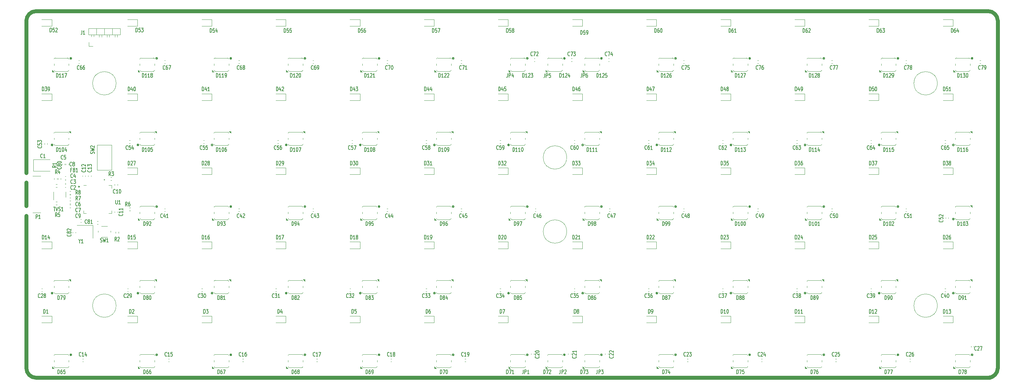
<source format=gbr>
%TF.GenerationSoftware,KiCad,Pcbnew,6.0.11-2627ca5db0~126~ubuntu22.04.1*%
%TF.CreationDate,2023-02-13T08:28:21-04:00*%
%TF.ProjectId,Topo_v0,546f706f-5f76-4302-9e6b-696361645f70,v0*%
%TF.SameCoordinates,Original*%
%TF.FileFunction,Legend,Top*%
%TF.FilePolarity,Positive*%
%FSLAX46Y46*%
G04 Gerber Fmt 4.6, Leading zero omitted, Abs format (unit mm)*
G04 Created by KiCad (PCBNEW 6.0.11-2627ca5db0~126~ubuntu22.04.1) date 2023-02-13 08:28:21*
%MOMM*%
%LPD*%
G01*
G04 APERTURE LIST*
%ADD10C,0.250000*%
%ADD11C,1.000000*%
%ADD12C,0.152400*%
%ADD13C,0.120000*%
%ADD14C,0.240000*%
%ADD15C,0.200000*%
G04 APERTURE END LIST*
D10*
X34627000Y-66000000D02*
G75*
G03*
X34627000Y-66000000I-127000J0D01*
G01*
D11*
X267500000Y-115000000D02*
G75*
G03*
X270000000Y-112500000I0J2500000D01*
G01*
X21000000Y-65000000D02*
X21000000Y-71000000D01*
X23500000Y-115000000D02*
X268000000Y-115000000D01*
X21000000Y-62500000D02*
X21000000Y-23500000D01*
X23500000Y-21000000D02*
X267500000Y-21000000D01*
X23500000Y-21000000D02*
G75*
G03*
X21000000Y-23500000I0J-2500000D01*
G01*
X21000000Y-112500000D02*
G75*
G03*
X23500000Y-115000000I2500000J0D01*
G01*
X270000000Y-112500000D02*
X270000000Y-23500000D01*
X21000000Y-73500000D02*
X21000000Y-112500000D01*
X270000000Y-23500000D02*
G75*
G03*
X267500000Y-21000000I-2500000J0D01*
G01*
D12*
%TO.C,D21*%
X161074714Y-79459619D02*
X161074714Y-78443619D01*
X161256142Y-78443619D01*
X161365000Y-78492000D01*
X161437571Y-78588761D01*
X161473857Y-78685523D01*
X161510142Y-78879047D01*
X161510142Y-79024190D01*
X161473857Y-79217714D01*
X161437571Y-79314476D01*
X161365000Y-79411238D01*
X161256142Y-79459619D01*
X161074714Y-79459619D01*
X161800428Y-78540380D02*
X161836714Y-78492000D01*
X161909285Y-78443619D01*
X162090714Y-78443619D01*
X162163285Y-78492000D01*
X162199571Y-78540380D01*
X162235857Y-78637142D01*
X162235857Y-78733904D01*
X162199571Y-78879047D01*
X161764142Y-79459619D01*
X162235857Y-79459619D01*
X162961571Y-79459619D02*
X162526142Y-79459619D01*
X162743857Y-79459619D02*
X162743857Y-78443619D01*
X162671285Y-78588761D01*
X162598714Y-78685523D01*
X162526142Y-78733904D01*
%TO.C,D49*%
X218074714Y-41459619D02*
X218074714Y-40443619D01*
X218256142Y-40443619D01*
X218365000Y-40492000D01*
X218437571Y-40588761D01*
X218473857Y-40685523D01*
X218510142Y-40879047D01*
X218510142Y-41024190D01*
X218473857Y-41217714D01*
X218437571Y-41314476D01*
X218365000Y-41411238D01*
X218256142Y-41459619D01*
X218074714Y-41459619D01*
X219163285Y-40782285D02*
X219163285Y-41459619D01*
X218981857Y-40395238D02*
X218800428Y-41120952D01*
X219272142Y-41120952D01*
X219598714Y-41459619D02*
X219743857Y-41459619D01*
X219816428Y-41411238D01*
X219852714Y-41362857D01*
X219925285Y-41217714D01*
X219961571Y-41024190D01*
X219961571Y-40637142D01*
X219925285Y-40540380D01*
X219889000Y-40492000D01*
X219816428Y-40443619D01*
X219671285Y-40443619D01*
X219598714Y-40492000D01*
X219562428Y-40540380D01*
X219526142Y-40637142D01*
X219526142Y-40879047D01*
X219562428Y-40975809D01*
X219598714Y-41024190D01*
X219671285Y-41072571D01*
X219816428Y-41072571D01*
X219889000Y-41024190D01*
X219925285Y-40975809D01*
X219961571Y-40879047D01*
%TO.C,D6*%
X123437571Y-98459619D02*
X123437571Y-97443619D01*
X123619000Y-97443619D01*
X123727857Y-97492000D01*
X123800428Y-97588761D01*
X123836714Y-97685523D01*
X123873000Y-97879047D01*
X123873000Y-98024190D01*
X123836714Y-98217714D01*
X123800428Y-98314476D01*
X123727857Y-98411238D01*
X123619000Y-98459619D01*
X123437571Y-98459619D01*
X124526142Y-97443619D02*
X124381000Y-97443619D01*
X124308428Y-97492000D01*
X124272142Y-97540380D01*
X124199571Y-97685523D01*
X124163285Y-97879047D01*
X124163285Y-98266095D01*
X124199571Y-98362857D01*
X124235857Y-98411238D01*
X124308428Y-98459619D01*
X124453571Y-98459619D01*
X124526142Y-98411238D01*
X124562428Y-98362857D01*
X124598714Y-98266095D01*
X124598714Y-98024190D01*
X124562428Y-97927428D01*
X124526142Y-97879047D01*
X124453571Y-97830666D01*
X124308428Y-97830666D01*
X124235857Y-97879047D01*
X124199571Y-97927428D01*
X124163285Y-98024190D01*
%TO.C,C54*%
X47010142Y-56362857D02*
X46973857Y-56411238D01*
X46865000Y-56459619D01*
X46792428Y-56459619D01*
X46683571Y-56411238D01*
X46611000Y-56314476D01*
X46574714Y-56217714D01*
X46538428Y-56024190D01*
X46538428Y-55879047D01*
X46574714Y-55685523D01*
X46611000Y-55588761D01*
X46683571Y-55492000D01*
X46792428Y-55443619D01*
X46865000Y-55443619D01*
X46973857Y-55492000D01*
X47010142Y-55540380D01*
X47699571Y-55443619D02*
X47336714Y-55443619D01*
X47300428Y-55927428D01*
X47336714Y-55879047D01*
X47409285Y-55830666D01*
X47590714Y-55830666D01*
X47663285Y-55879047D01*
X47699571Y-55927428D01*
X47735857Y-56024190D01*
X47735857Y-56266095D01*
X47699571Y-56362857D01*
X47663285Y-56411238D01*
X47590714Y-56459619D01*
X47409285Y-56459619D01*
X47336714Y-56411238D01*
X47300428Y-56362857D01*
X48389000Y-55782285D02*
X48389000Y-56459619D01*
X48207571Y-55395238D02*
X48026142Y-56120952D01*
X48497857Y-56120952D01*
%TO.C,D50*%
X237074714Y-41459619D02*
X237074714Y-40443619D01*
X237256142Y-40443619D01*
X237365000Y-40492000D01*
X237437571Y-40588761D01*
X237473857Y-40685523D01*
X237510142Y-40879047D01*
X237510142Y-41024190D01*
X237473857Y-41217714D01*
X237437571Y-41314476D01*
X237365000Y-41411238D01*
X237256142Y-41459619D01*
X237074714Y-41459619D01*
X238199571Y-40443619D02*
X237836714Y-40443619D01*
X237800428Y-40927428D01*
X237836714Y-40879047D01*
X237909285Y-40830666D01*
X238090714Y-40830666D01*
X238163285Y-40879047D01*
X238199571Y-40927428D01*
X238235857Y-41024190D01*
X238235857Y-41266095D01*
X238199571Y-41362857D01*
X238163285Y-41411238D01*
X238090714Y-41459619D01*
X237909285Y-41459619D01*
X237836714Y-41411238D01*
X237800428Y-41362857D01*
X238707571Y-40443619D02*
X238780142Y-40443619D01*
X238852714Y-40492000D01*
X238889000Y-40540380D01*
X238925285Y-40637142D01*
X238961571Y-40830666D01*
X238961571Y-41072571D01*
X238925285Y-41266095D01*
X238889000Y-41362857D01*
X238852714Y-41411238D01*
X238780142Y-41459619D01*
X238707571Y-41459619D01*
X238635000Y-41411238D01*
X238598714Y-41362857D01*
X238562428Y-41266095D01*
X238526142Y-41072571D01*
X238526142Y-40830666D01*
X238562428Y-40637142D01*
X238598714Y-40540380D01*
X238635000Y-40492000D01*
X238707571Y-40443619D01*
%TO.C,C60*%
X161010142Y-56362857D02*
X160973857Y-56411238D01*
X160865000Y-56459619D01*
X160792428Y-56459619D01*
X160683571Y-56411238D01*
X160611000Y-56314476D01*
X160574714Y-56217714D01*
X160538428Y-56024190D01*
X160538428Y-55879047D01*
X160574714Y-55685523D01*
X160611000Y-55588761D01*
X160683571Y-55492000D01*
X160792428Y-55443619D01*
X160865000Y-55443619D01*
X160973857Y-55492000D01*
X161010142Y-55540380D01*
X161663285Y-55443619D02*
X161518142Y-55443619D01*
X161445571Y-55492000D01*
X161409285Y-55540380D01*
X161336714Y-55685523D01*
X161300428Y-55879047D01*
X161300428Y-56266095D01*
X161336714Y-56362857D01*
X161373000Y-56411238D01*
X161445571Y-56459619D01*
X161590714Y-56459619D01*
X161663285Y-56411238D01*
X161699571Y-56362857D01*
X161735857Y-56266095D01*
X161735857Y-56024190D01*
X161699571Y-55927428D01*
X161663285Y-55879047D01*
X161590714Y-55830666D01*
X161445571Y-55830666D01*
X161373000Y-55879047D01*
X161336714Y-55927428D01*
X161300428Y-56024190D01*
X162207571Y-55443619D02*
X162280142Y-55443619D01*
X162352714Y-55492000D01*
X162389000Y-55540380D01*
X162425285Y-55637142D01*
X162461571Y-55830666D01*
X162461571Y-56072571D01*
X162425285Y-56266095D01*
X162389000Y-56362857D01*
X162352714Y-56411238D01*
X162280142Y-56459619D01*
X162207571Y-56459619D01*
X162135000Y-56411238D01*
X162098714Y-56362857D01*
X162062428Y-56266095D01*
X162026142Y-56072571D01*
X162026142Y-55830666D01*
X162062428Y-55637142D01*
X162098714Y-55540380D01*
X162135000Y-55492000D01*
X162207571Y-55443619D01*
%TO.C,C23*%
X190010142Y-109362857D02*
X189973857Y-109411238D01*
X189865000Y-109459619D01*
X189792428Y-109459619D01*
X189683571Y-109411238D01*
X189611000Y-109314476D01*
X189574714Y-109217714D01*
X189538428Y-109024190D01*
X189538428Y-108879047D01*
X189574714Y-108685523D01*
X189611000Y-108588761D01*
X189683571Y-108492000D01*
X189792428Y-108443619D01*
X189865000Y-108443619D01*
X189973857Y-108492000D01*
X190010142Y-108540380D01*
X190300428Y-108540380D02*
X190336714Y-108492000D01*
X190409285Y-108443619D01*
X190590714Y-108443619D01*
X190663285Y-108492000D01*
X190699571Y-108540380D01*
X190735857Y-108637142D01*
X190735857Y-108733904D01*
X190699571Y-108879047D01*
X190264142Y-109459619D01*
X190735857Y-109459619D01*
X190989857Y-108443619D02*
X191461571Y-108443619D01*
X191207571Y-108830666D01*
X191316428Y-108830666D01*
X191389000Y-108879047D01*
X191425285Y-108927428D01*
X191461571Y-109024190D01*
X191461571Y-109266095D01*
X191425285Y-109362857D01*
X191389000Y-109411238D01*
X191316428Y-109459619D01*
X191098714Y-109459619D01*
X191026142Y-109411238D01*
X190989857Y-109362857D01*
%TO.C,D73*%
X163074714Y-113959619D02*
X163074714Y-112943619D01*
X163256142Y-112943619D01*
X163365000Y-112992000D01*
X163437571Y-113088761D01*
X163473857Y-113185523D01*
X163510142Y-113379047D01*
X163510142Y-113524190D01*
X163473857Y-113717714D01*
X163437571Y-113814476D01*
X163365000Y-113911238D01*
X163256142Y-113959619D01*
X163074714Y-113959619D01*
X163764142Y-112943619D02*
X164272142Y-112943619D01*
X163945571Y-113959619D01*
X164489857Y-112943619D02*
X164961571Y-112943619D01*
X164707571Y-113330666D01*
X164816428Y-113330666D01*
X164889000Y-113379047D01*
X164925285Y-113427428D01*
X164961571Y-113524190D01*
X164961571Y-113766095D01*
X164925285Y-113862857D01*
X164889000Y-113911238D01*
X164816428Y-113959619D01*
X164598714Y-113959619D01*
X164526142Y-113911238D01*
X164489857Y-113862857D01*
%TO.C,C77*%
X227510142Y-35862857D02*
X227473857Y-35911238D01*
X227365000Y-35959619D01*
X227292428Y-35959619D01*
X227183571Y-35911238D01*
X227111000Y-35814476D01*
X227074714Y-35717714D01*
X227038428Y-35524190D01*
X227038428Y-35379047D01*
X227074714Y-35185523D01*
X227111000Y-35088761D01*
X227183571Y-34992000D01*
X227292428Y-34943619D01*
X227365000Y-34943619D01*
X227473857Y-34992000D01*
X227510142Y-35040380D01*
X227764142Y-34943619D02*
X228272142Y-34943619D01*
X227945571Y-35959619D01*
X228489857Y-34943619D02*
X228997857Y-34943619D01*
X228671285Y-35959619D01*
%TO.C,D47*%
X180074714Y-41459619D02*
X180074714Y-40443619D01*
X180256142Y-40443619D01*
X180365000Y-40492000D01*
X180437571Y-40588761D01*
X180473857Y-40685523D01*
X180510142Y-40879047D01*
X180510142Y-41024190D01*
X180473857Y-41217714D01*
X180437571Y-41314476D01*
X180365000Y-41411238D01*
X180256142Y-41459619D01*
X180074714Y-41459619D01*
X181163285Y-40782285D02*
X181163285Y-41459619D01*
X180981857Y-40395238D02*
X180800428Y-41120952D01*
X181272142Y-41120952D01*
X181489857Y-40443619D02*
X181997857Y-40443619D01*
X181671285Y-41459619D01*
%TO.C,D87*%
X184074714Y-94959619D02*
X184074714Y-93943619D01*
X184256142Y-93943619D01*
X184365000Y-93992000D01*
X184437571Y-94088761D01*
X184473857Y-94185523D01*
X184510142Y-94379047D01*
X184510142Y-94524190D01*
X184473857Y-94717714D01*
X184437571Y-94814476D01*
X184365000Y-94911238D01*
X184256142Y-94959619D01*
X184074714Y-94959619D01*
X184945571Y-94379047D02*
X184873000Y-94330666D01*
X184836714Y-94282285D01*
X184800428Y-94185523D01*
X184800428Y-94137142D01*
X184836714Y-94040380D01*
X184873000Y-93992000D01*
X184945571Y-93943619D01*
X185090714Y-93943619D01*
X185163285Y-93992000D01*
X185199571Y-94040380D01*
X185235857Y-94137142D01*
X185235857Y-94185523D01*
X185199571Y-94282285D01*
X185163285Y-94330666D01*
X185090714Y-94379047D01*
X184945571Y-94379047D01*
X184873000Y-94427428D01*
X184836714Y-94475809D01*
X184800428Y-94572571D01*
X184800428Y-94766095D01*
X184836714Y-94862857D01*
X184873000Y-94911238D01*
X184945571Y-94959619D01*
X185090714Y-94959619D01*
X185163285Y-94911238D01*
X185199571Y-94862857D01*
X185235857Y-94766095D01*
X185235857Y-94572571D01*
X185199571Y-94475809D01*
X185163285Y-94427428D01*
X185090714Y-94379047D01*
X185489857Y-93943619D02*
X185997857Y-93943619D01*
X185671285Y-94959619D01*
%TO.C,D80*%
X51074714Y-94959619D02*
X51074714Y-93943619D01*
X51256142Y-93943619D01*
X51365000Y-93992000D01*
X51437571Y-94088761D01*
X51473857Y-94185523D01*
X51510142Y-94379047D01*
X51510142Y-94524190D01*
X51473857Y-94717714D01*
X51437571Y-94814476D01*
X51365000Y-94911238D01*
X51256142Y-94959619D01*
X51074714Y-94959619D01*
X51945571Y-94379047D02*
X51873000Y-94330666D01*
X51836714Y-94282285D01*
X51800428Y-94185523D01*
X51800428Y-94137142D01*
X51836714Y-94040380D01*
X51873000Y-93992000D01*
X51945571Y-93943619D01*
X52090714Y-93943619D01*
X52163285Y-93992000D01*
X52199571Y-94040380D01*
X52235857Y-94137142D01*
X52235857Y-94185523D01*
X52199571Y-94282285D01*
X52163285Y-94330666D01*
X52090714Y-94379047D01*
X51945571Y-94379047D01*
X51873000Y-94427428D01*
X51836714Y-94475809D01*
X51800428Y-94572571D01*
X51800428Y-94766095D01*
X51836714Y-94862857D01*
X51873000Y-94911238D01*
X51945571Y-94959619D01*
X52090714Y-94959619D01*
X52163285Y-94911238D01*
X52199571Y-94862857D01*
X52235857Y-94766095D01*
X52235857Y-94572571D01*
X52199571Y-94475809D01*
X52163285Y-94427428D01*
X52090714Y-94379047D01*
X52707571Y-93943619D02*
X52780142Y-93943619D01*
X52852714Y-93992000D01*
X52889000Y-94040380D01*
X52925285Y-94137142D01*
X52961571Y-94330666D01*
X52961571Y-94572571D01*
X52925285Y-94766095D01*
X52889000Y-94862857D01*
X52852714Y-94911238D01*
X52780142Y-94959619D01*
X52707571Y-94959619D01*
X52635000Y-94911238D01*
X52598714Y-94862857D01*
X52562428Y-94766095D01*
X52526142Y-94572571D01*
X52526142Y-94330666D01*
X52562428Y-94137142D01*
X52598714Y-94040380D01*
X52635000Y-93992000D01*
X52707571Y-93943619D01*
%TO.C,D34*%
X180074714Y-60459619D02*
X180074714Y-59443619D01*
X180256142Y-59443619D01*
X180365000Y-59492000D01*
X180437571Y-59588761D01*
X180473857Y-59685523D01*
X180510142Y-59879047D01*
X180510142Y-60024190D01*
X180473857Y-60217714D01*
X180437571Y-60314476D01*
X180365000Y-60411238D01*
X180256142Y-60459619D01*
X180074714Y-60459619D01*
X180764142Y-59443619D02*
X181235857Y-59443619D01*
X180981857Y-59830666D01*
X181090714Y-59830666D01*
X181163285Y-59879047D01*
X181199571Y-59927428D01*
X181235857Y-60024190D01*
X181235857Y-60266095D01*
X181199571Y-60362857D01*
X181163285Y-60411238D01*
X181090714Y-60459619D01*
X180873000Y-60459619D01*
X180800428Y-60411238D01*
X180764142Y-60362857D01*
X181889000Y-59782285D02*
X181889000Y-60459619D01*
X181707571Y-59395238D02*
X181526142Y-60120952D01*
X181997857Y-60120952D01*
%TO.C,D119*%
X69711857Y-37959619D02*
X69711857Y-36943619D01*
X69893285Y-36943619D01*
X70002142Y-36992000D01*
X70074714Y-37088761D01*
X70111000Y-37185523D01*
X70147285Y-37379047D01*
X70147285Y-37524190D01*
X70111000Y-37717714D01*
X70074714Y-37814476D01*
X70002142Y-37911238D01*
X69893285Y-37959619D01*
X69711857Y-37959619D01*
X70873000Y-37959619D02*
X70437571Y-37959619D01*
X70655285Y-37959619D02*
X70655285Y-36943619D01*
X70582714Y-37088761D01*
X70510142Y-37185523D01*
X70437571Y-37233904D01*
X71598714Y-37959619D02*
X71163285Y-37959619D01*
X71381000Y-37959619D02*
X71381000Y-36943619D01*
X71308428Y-37088761D01*
X71235857Y-37185523D01*
X71163285Y-37233904D01*
X71961571Y-37959619D02*
X72106714Y-37959619D01*
X72179285Y-37911238D01*
X72215571Y-37862857D01*
X72288142Y-37717714D01*
X72324428Y-37524190D01*
X72324428Y-37137142D01*
X72288142Y-37040380D01*
X72251857Y-36992000D01*
X72179285Y-36943619D01*
X72034142Y-36943619D01*
X71961571Y-36992000D01*
X71925285Y-37040380D01*
X71889000Y-37137142D01*
X71889000Y-37379047D01*
X71925285Y-37475809D01*
X71961571Y-37524190D01*
X72034142Y-37572571D01*
X72179285Y-37572571D01*
X72251857Y-37524190D01*
X72288142Y-37475809D01*
X72324428Y-37379047D01*
%TO.C,D16*%
X66074714Y-79459619D02*
X66074714Y-78443619D01*
X66256142Y-78443619D01*
X66365000Y-78492000D01*
X66437571Y-78588761D01*
X66473857Y-78685523D01*
X66510142Y-78879047D01*
X66510142Y-79024190D01*
X66473857Y-79217714D01*
X66437571Y-79314476D01*
X66365000Y-79411238D01*
X66256142Y-79459619D01*
X66074714Y-79459619D01*
X67235857Y-79459619D02*
X66800428Y-79459619D01*
X67018142Y-79459619D02*
X67018142Y-78443619D01*
X66945571Y-78588761D01*
X66873000Y-78685523D01*
X66800428Y-78733904D01*
X67889000Y-78443619D02*
X67743857Y-78443619D01*
X67671285Y-78492000D01*
X67635000Y-78540380D01*
X67562428Y-78685523D01*
X67526142Y-78879047D01*
X67526142Y-79266095D01*
X67562428Y-79362857D01*
X67598714Y-79411238D01*
X67671285Y-79459619D01*
X67816428Y-79459619D01*
X67889000Y-79411238D01*
X67925285Y-79362857D01*
X67961571Y-79266095D01*
X67961571Y-79024190D01*
X67925285Y-78927428D01*
X67889000Y-78879047D01*
X67816428Y-78830666D01*
X67671285Y-78830666D01*
X67598714Y-78879047D01*
X67562428Y-78927428D01*
X67526142Y-79024190D01*
%TO.C,D28*%
X66074714Y-60459619D02*
X66074714Y-59443619D01*
X66256142Y-59443619D01*
X66365000Y-59492000D01*
X66437571Y-59588761D01*
X66473857Y-59685523D01*
X66510142Y-59879047D01*
X66510142Y-60024190D01*
X66473857Y-60217714D01*
X66437571Y-60314476D01*
X66365000Y-60411238D01*
X66256142Y-60459619D01*
X66074714Y-60459619D01*
X66800428Y-59540380D02*
X66836714Y-59492000D01*
X66909285Y-59443619D01*
X67090714Y-59443619D01*
X67163285Y-59492000D01*
X67199571Y-59540380D01*
X67235857Y-59637142D01*
X67235857Y-59733904D01*
X67199571Y-59879047D01*
X66764142Y-60459619D01*
X67235857Y-60459619D01*
X67671285Y-59879047D02*
X67598714Y-59830666D01*
X67562428Y-59782285D01*
X67526142Y-59685523D01*
X67526142Y-59637142D01*
X67562428Y-59540380D01*
X67598714Y-59492000D01*
X67671285Y-59443619D01*
X67816428Y-59443619D01*
X67889000Y-59492000D01*
X67925285Y-59540380D01*
X67961571Y-59637142D01*
X67961571Y-59685523D01*
X67925285Y-59782285D01*
X67889000Y-59830666D01*
X67816428Y-59879047D01*
X67671285Y-59879047D01*
X67598714Y-59927428D01*
X67562428Y-59975809D01*
X67526142Y-60072571D01*
X67526142Y-60266095D01*
X67562428Y-60362857D01*
X67598714Y-60411238D01*
X67671285Y-60459619D01*
X67816428Y-60459619D01*
X67889000Y-60411238D01*
X67925285Y-60362857D01*
X67961571Y-60266095D01*
X67961571Y-60072571D01*
X67925285Y-59975809D01*
X67889000Y-59927428D01*
X67816428Y-59879047D01*
%TO.C,D5*%
X104437571Y-98459619D02*
X104437571Y-97443619D01*
X104619000Y-97443619D01*
X104727857Y-97492000D01*
X104800428Y-97588761D01*
X104836714Y-97685523D01*
X104873000Y-97879047D01*
X104873000Y-98024190D01*
X104836714Y-98217714D01*
X104800428Y-98314476D01*
X104727857Y-98411238D01*
X104619000Y-98459619D01*
X104437571Y-98459619D01*
X105562428Y-97443619D02*
X105199571Y-97443619D01*
X105163285Y-97927428D01*
X105199571Y-97879047D01*
X105272142Y-97830666D01*
X105453571Y-97830666D01*
X105526142Y-97879047D01*
X105562428Y-97927428D01*
X105598714Y-98024190D01*
X105598714Y-98266095D01*
X105562428Y-98362857D01*
X105526142Y-98411238D01*
X105453571Y-98459619D01*
X105272142Y-98459619D01*
X105199571Y-98411238D01*
X105163285Y-98362857D01*
%TO.C,C17*%
X94990142Y-109362857D02*
X94953857Y-109411238D01*
X94845000Y-109459619D01*
X94772428Y-109459619D01*
X94663571Y-109411238D01*
X94591000Y-109314476D01*
X94554714Y-109217714D01*
X94518428Y-109024190D01*
X94518428Y-108879047D01*
X94554714Y-108685523D01*
X94591000Y-108588761D01*
X94663571Y-108492000D01*
X94772428Y-108443619D01*
X94845000Y-108443619D01*
X94953857Y-108492000D01*
X94990142Y-108540380D01*
X95715857Y-109459619D02*
X95280428Y-109459619D01*
X95498142Y-109459619D02*
X95498142Y-108443619D01*
X95425571Y-108588761D01*
X95353000Y-108685523D01*
X95280428Y-108733904D01*
X95969857Y-108443619D02*
X96477857Y-108443619D01*
X96151285Y-109459619D01*
%TO.C,D15*%
X47074714Y-79459619D02*
X47074714Y-78443619D01*
X47256142Y-78443619D01*
X47365000Y-78492000D01*
X47437571Y-78588761D01*
X47473857Y-78685523D01*
X47510142Y-78879047D01*
X47510142Y-79024190D01*
X47473857Y-79217714D01*
X47437571Y-79314476D01*
X47365000Y-79411238D01*
X47256142Y-79459619D01*
X47074714Y-79459619D01*
X48235857Y-79459619D02*
X47800428Y-79459619D01*
X48018142Y-79459619D02*
X48018142Y-78443619D01*
X47945571Y-78588761D01*
X47873000Y-78685523D01*
X47800428Y-78733904D01*
X48925285Y-78443619D02*
X48562428Y-78443619D01*
X48526142Y-78927428D01*
X48562428Y-78879047D01*
X48635000Y-78830666D01*
X48816428Y-78830666D01*
X48889000Y-78879047D01*
X48925285Y-78927428D01*
X48961571Y-79024190D01*
X48961571Y-79266095D01*
X48925285Y-79362857D01*
X48889000Y-79411238D01*
X48816428Y-79459619D01*
X48635000Y-79459619D01*
X48562428Y-79411238D01*
X48526142Y-79362857D01*
%TO.C,D103*%
X259711857Y-75959619D02*
X259711857Y-74943619D01*
X259893285Y-74943619D01*
X260002142Y-74992000D01*
X260074714Y-75088761D01*
X260111000Y-75185523D01*
X260147285Y-75379047D01*
X260147285Y-75524190D01*
X260111000Y-75717714D01*
X260074714Y-75814476D01*
X260002142Y-75911238D01*
X259893285Y-75959619D01*
X259711857Y-75959619D01*
X260873000Y-75959619D02*
X260437571Y-75959619D01*
X260655285Y-75959619D02*
X260655285Y-74943619D01*
X260582714Y-75088761D01*
X260510142Y-75185523D01*
X260437571Y-75233904D01*
X261344714Y-74943619D02*
X261417285Y-74943619D01*
X261489857Y-74992000D01*
X261526142Y-75040380D01*
X261562428Y-75137142D01*
X261598714Y-75330666D01*
X261598714Y-75572571D01*
X261562428Y-75766095D01*
X261526142Y-75862857D01*
X261489857Y-75911238D01*
X261417285Y-75959619D01*
X261344714Y-75959619D01*
X261272142Y-75911238D01*
X261235857Y-75862857D01*
X261199571Y-75766095D01*
X261163285Y-75572571D01*
X261163285Y-75330666D01*
X261199571Y-75137142D01*
X261235857Y-75040380D01*
X261272142Y-74992000D01*
X261344714Y-74943619D01*
X261852714Y-74943619D02*
X262324428Y-74943619D01*
X262070428Y-75330666D01*
X262179285Y-75330666D01*
X262251857Y-75379047D01*
X262288142Y-75427428D01*
X262324428Y-75524190D01*
X262324428Y-75766095D01*
X262288142Y-75862857D01*
X262251857Y-75911238D01*
X262179285Y-75959619D01*
X261961571Y-75959619D01*
X261889000Y-75911238D01*
X261852714Y-75862857D01*
%TO.C,D89*%
X222074714Y-94959619D02*
X222074714Y-93943619D01*
X222256142Y-93943619D01*
X222365000Y-93992000D01*
X222437571Y-94088761D01*
X222473857Y-94185523D01*
X222510142Y-94379047D01*
X222510142Y-94524190D01*
X222473857Y-94717714D01*
X222437571Y-94814476D01*
X222365000Y-94911238D01*
X222256142Y-94959619D01*
X222074714Y-94959619D01*
X222945571Y-94379047D02*
X222873000Y-94330666D01*
X222836714Y-94282285D01*
X222800428Y-94185523D01*
X222800428Y-94137142D01*
X222836714Y-94040380D01*
X222873000Y-93992000D01*
X222945571Y-93943619D01*
X223090714Y-93943619D01*
X223163285Y-93992000D01*
X223199571Y-94040380D01*
X223235857Y-94137142D01*
X223235857Y-94185523D01*
X223199571Y-94282285D01*
X223163285Y-94330666D01*
X223090714Y-94379047D01*
X222945571Y-94379047D01*
X222873000Y-94427428D01*
X222836714Y-94475809D01*
X222800428Y-94572571D01*
X222800428Y-94766095D01*
X222836714Y-94862857D01*
X222873000Y-94911238D01*
X222945571Y-94959619D01*
X223090714Y-94959619D01*
X223163285Y-94911238D01*
X223199571Y-94862857D01*
X223235857Y-94766095D01*
X223235857Y-94572571D01*
X223199571Y-94475809D01*
X223163285Y-94427428D01*
X223090714Y-94379047D01*
X223598714Y-94959619D02*
X223743857Y-94959619D01*
X223816428Y-94911238D01*
X223852714Y-94862857D01*
X223925285Y-94717714D01*
X223961571Y-94524190D01*
X223961571Y-94137142D01*
X223925285Y-94040380D01*
X223889000Y-93992000D01*
X223816428Y-93943619D01*
X223671285Y-93943619D01*
X223598714Y-93992000D01*
X223562428Y-94040380D01*
X223526142Y-94137142D01*
X223526142Y-94379047D01*
X223562428Y-94475809D01*
X223598714Y-94524190D01*
X223671285Y-94572571D01*
X223816428Y-94572571D01*
X223889000Y-94524190D01*
X223925285Y-94475809D01*
X223961571Y-94379047D01*
%TO.C,C6*%
X34123000Y-70862857D02*
X34086714Y-70911238D01*
X33977857Y-70959619D01*
X33905285Y-70959619D01*
X33796428Y-70911238D01*
X33723857Y-70814476D01*
X33687571Y-70717714D01*
X33651285Y-70524190D01*
X33651285Y-70379047D01*
X33687571Y-70185523D01*
X33723857Y-70088761D01*
X33796428Y-69992000D01*
X33905285Y-69943619D01*
X33977857Y-69943619D01*
X34086714Y-69992000D01*
X34123000Y-70040380D01*
X34776142Y-69943619D02*
X34631000Y-69943619D01*
X34558428Y-69992000D01*
X34522142Y-70040380D01*
X34449571Y-70185523D01*
X34413285Y-70379047D01*
X34413285Y-70766095D01*
X34449571Y-70862857D01*
X34485857Y-70911238D01*
X34558428Y-70959619D01*
X34703571Y-70959619D01*
X34776142Y-70911238D01*
X34812428Y-70862857D01*
X34848714Y-70766095D01*
X34848714Y-70524190D01*
X34812428Y-70427428D01*
X34776142Y-70379047D01*
X34703571Y-70330666D01*
X34558428Y-70330666D01*
X34485857Y-70379047D01*
X34449571Y-70427428D01*
X34413285Y-70524190D01*
%TO.C,D67*%
X70074714Y-113959619D02*
X70074714Y-112943619D01*
X70256142Y-112943619D01*
X70365000Y-112992000D01*
X70437571Y-113088761D01*
X70473857Y-113185523D01*
X70510142Y-113379047D01*
X70510142Y-113524190D01*
X70473857Y-113717714D01*
X70437571Y-113814476D01*
X70365000Y-113911238D01*
X70256142Y-113959619D01*
X70074714Y-113959619D01*
X71163285Y-112943619D02*
X71018142Y-112943619D01*
X70945571Y-112992000D01*
X70909285Y-113040380D01*
X70836714Y-113185523D01*
X70800428Y-113379047D01*
X70800428Y-113766095D01*
X70836714Y-113862857D01*
X70873000Y-113911238D01*
X70945571Y-113959619D01*
X71090714Y-113959619D01*
X71163285Y-113911238D01*
X71199571Y-113862857D01*
X71235857Y-113766095D01*
X71235857Y-113524190D01*
X71199571Y-113427428D01*
X71163285Y-113379047D01*
X71090714Y-113330666D01*
X70945571Y-113330666D01*
X70873000Y-113379047D01*
X70836714Y-113427428D01*
X70800428Y-113524190D01*
X71489857Y-112943619D02*
X71997857Y-112943619D01*
X71671285Y-113959619D01*
%TO.C,J1*%
X35246000Y-25943619D02*
X35246000Y-26669333D01*
X35209714Y-26814476D01*
X35137142Y-26911238D01*
X35028285Y-26959619D01*
X34955714Y-26959619D01*
X36008000Y-26959619D02*
X35572571Y-26959619D01*
X35790285Y-26959619D02*
X35790285Y-25943619D01*
X35717714Y-26088761D01*
X35645142Y-26185523D01*
X35572571Y-26233904D01*
%TO.C,C10*%
X43760142Y-67612857D02*
X43723857Y-67661238D01*
X43615000Y-67709619D01*
X43542428Y-67709619D01*
X43433571Y-67661238D01*
X43361000Y-67564476D01*
X43324714Y-67467714D01*
X43288428Y-67274190D01*
X43288428Y-67129047D01*
X43324714Y-66935523D01*
X43361000Y-66838761D01*
X43433571Y-66742000D01*
X43542428Y-66693619D01*
X43615000Y-66693619D01*
X43723857Y-66742000D01*
X43760142Y-66790380D01*
X44485857Y-67709619D02*
X44050428Y-67709619D01*
X44268142Y-67709619D02*
X44268142Y-66693619D01*
X44195571Y-66838761D01*
X44123000Y-66935523D01*
X44050428Y-66983904D01*
X44957571Y-66693619D02*
X45030142Y-66693619D01*
X45102714Y-66742000D01*
X45139000Y-66790380D01*
X45175285Y-66887142D01*
X45211571Y-67080666D01*
X45211571Y-67322571D01*
X45175285Y-67516095D01*
X45139000Y-67612857D01*
X45102714Y-67661238D01*
X45030142Y-67709619D01*
X44957571Y-67709619D01*
X44885000Y-67661238D01*
X44848714Y-67612857D01*
X44812428Y-67516095D01*
X44776142Y-67322571D01*
X44776142Y-67080666D01*
X44812428Y-66887142D01*
X44848714Y-66790380D01*
X44885000Y-66742000D01*
X44957571Y-66693619D01*
%TO.C,C75*%
X189510142Y-35862857D02*
X189473857Y-35911238D01*
X189365000Y-35959619D01*
X189292428Y-35959619D01*
X189183571Y-35911238D01*
X189111000Y-35814476D01*
X189074714Y-35717714D01*
X189038428Y-35524190D01*
X189038428Y-35379047D01*
X189074714Y-35185523D01*
X189111000Y-35088761D01*
X189183571Y-34992000D01*
X189292428Y-34943619D01*
X189365000Y-34943619D01*
X189473857Y-34992000D01*
X189510142Y-35040380D01*
X189764142Y-34943619D02*
X190272142Y-34943619D01*
X189945571Y-35959619D01*
X190925285Y-34943619D02*
X190562428Y-34943619D01*
X190526142Y-35427428D01*
X190562428Y-35379047D01*
X190635000Y-35330666D01*
X190816428Y-35330666D01*
X190889000Y-35379047D01*
X190925285Y-35427428D01*
X190961571Y-35524190D01*
X190961571Y-35766095D01*
X190925285Y-35862857D01*
X190889000Y-35911238D01*
X190816428Y-35959619D01*
X190635000Y-35959619D01*
X190562428Y-35911238D01*
X190526142Y-35862857D01*
%TO.C,D14*%
X25074714Y-79459619D02*
X25074714Y-78443619D01*
X25256142Y-78443619D01*
X25365000Y-78492000D01*
X25437571Y-78588761D01*
X25473857Y-78685523D01*
X25510142Y-78879047D01*
X25510142Y-79024190D01*
X25473857Y-79217714D01*
X25437571Y-79314476D01*
X25365000Y-79411238D01*
X25256142Y-79459619D01*
X25074714Y-79459619D01*
X26235857Y-79459619D02*
X25800428Y-79459619D01*
X26018142Y-79459619D02*
X26018142Y-78443619D01*
X25945571Y-78588761D01*
X25873000Y-78685523D01*
X25800428Y-78733904D01*
X26889000Y-78782285D02*
X26889000Y-79459619D01*
X26707571Y-78395238D02*
X26526142Y-79120952D01*
X26997857Y-79120952D01*
%TO.C,C69*%
X94510142Y-35862857D02*
X94473857Y-35911238D01*
X94365000Y-35959619D01*
X94292428Y-35959619D01*
X94183571Y-35911238D01*
X94111000Y-35814476D01*
X94074714Y-35717714D01*
X94038428Y-35524190D01*
X94038428Y-35379047D01*
X94074714Y-35185523D01*
X94111000Y-35088761D01*
X94183571Y-34992000D01*
X94292428Y-34943619D01*
X94365000Y-34943619D01*
X94473857Y-34992000D01*
X94510142Y-35040380D01*
X95163285Y-34943619D02*
X95018142Y-34943619D01*
X94945571Y-34992000D01*
X94909285Y-35040380D01*
X94836714Y-35185523D01*
X94800428Y-35379047D01*
X94800428Y-35766095D01*
X94836714Y-35862857D01*
X94873000Y-35911238D01*
X94945571Y-35959619D01*
X95090714Y-35959619D01*
X95163285Y-35911238D01*
X95199571Y-35862857D01*
X95235857Y-35766095D01*
X95235857Y-35524190D01*
X95199571Y-35427428D01*
X95163285Y-35379047D01*
X95090714Y-35330666D01*
X94945571Y-35330666D01*
X94873000Y-35379047D01*
X94836714Y-35427428D01*
X94800428Y-35524190D01*
X95598714Y-35959619D02*
X95743857Y-35959619D01*
X95816428Y-35911238D01*
X95852714Y-35862857D01*
X95925285Y-35717714D01*
X95961571Y-35524190D01*
X95961571Y-35137142D01*
X95925285Y-35040380D01*
X95889000Y-34992000D01*
X95816428Y-34943619D01*
X95671285Y-34943619D01*
X95598714Y-34992000D01*
X95562428Y-35040380D01*
X95526142Y-35137142D01*
X95526142Y-35379047D01*
X95562428Y-35475809D01*
X95598714Y-35524190D01*
X95671285Y-35572571D01*
X95816428Y-35572571D01*
X95889000Y-35524190D01*
X95925285Y-35475809D01*
X95961571Y-35379047D01*
%TO.C,C41*%
X55902306Y-73862857D02*
X55866021Y-73911238D01*
X55757164Y-73959619D01*
X55684592Y-73959619D01*
X55575735Y-73911238D01*
X55503164Y-73814476D01*
X55466878Y-73717714D01*
X55430592Y-73524190D01*
X55430592Y-73379047D01*
X55466878Y-73185523D01*
X55503164Y-73088761D01*
X55575735Y-72992000D01*
X55684592Y-72943619D01*
X55757164Y-72943619D01*
X55866021Y-72992000D01*
X55902306Y-73040380D01*
X56555449Y-73282285D02*
X56555449Y-73959619D01*
X56374021Y-72895238D02*
X56192592Y-73620952D01*
X56664306Y-73620952D01*
X57353735Y-73959619D02*
X56918306Y-73959619D01*
X57136021Y-73959619D02*
X57136021Y-72943619D01*
X57063449Y-73088761D01*
X56990878Y-73185523D01*
X56918306Y-73233904D01*
%TO.C,C29*%
X46510142Y-94362857D02*
X46473857Y-94411238D01*
X46365000Y-94459619D01*
X46292428Y-94459619D01*
X46183571Y-94411238D01*
X46111000Y-94314476D01*
X46074714Y-94217714D01*
X46038428Y-94024190D01*
X46038428Y-93879047D01*
X46074714Y-93685523D01*
X46111000Y-93588761D01*
X46183571Y-93492000D01*
X46292428Y-93443619D01*
X46365000Y-93443619D01*
X46473857Y-93492000D01*
X46510142Y-93540380D01*
X46800428Y-93540380D02*
X46836714Y-93492000D01*
X46909285Y-93443619D01*
X47090714Y-93443619D01*
X47163285Y-93492000D01*
X47199571Y-93540380D01*
X47235857Y-93637142D01*
X47235857Y-93733904D01*
X47199571Y-93879047D01*
X46764142Y-94459619D01*
X47235857Y-94459619D01*
X47598714Y-94459619D02*
X47743857Y-94459619D01*
X47816428Y-94411238D01*
X47852714Y-94362857D01*
X47925285Y-94217714D01*
X47961571Y-94024190D01*
X47961571Y-93637142D01*
X47925285Y-93540380D01*
X47889000Y-93492000D01*
X47816428Y-93443619D01*
X47671285Y-93443619D01*
X47598714Y-93492000D01*
X47562428Y-93540380D01*
X47526142Y-93637142D01*
X47526142Y-93879047D01*
X47562428Y-93975809D01*
X47598714Y-94024190D01*
X47671285Y-94072571D01*
X47816428Y-94072571D01*
X47889000Y-94024190D01*
X47925285Y-93975809D01*
X47961571Y-93879047D01*
%TO.C,C61*%
X180010142Y-56362857D02*
X179973857Y-56411238D01*
X179865000Y-56459619D01*
X179792428Y-56459619D01*
X179683571Y-56411238D01*
X179611000Y-56314476D01*
X179574714Y-56217714D01*
X179538428Y-56024190D01*
X179538428Y-55879047D01*
X179574714Y-55685523D01*
X179611000Y-55588761D01*
X179683571Y-55492000D01*
X179792428Y-55443619D01*
X179865000Y-55443619D01*
X179973857Y-55492000D01*
X180010142Y-55540380D01*
X180663285Y-55443619D02*
X180518142Y-55443619D01*
X180445571Y-55492000D01*
X180409285Y-55540380D01*
X180336714Y-55685523D01*
X180300428Y-55879047D01*
X180300428Y-56266095D01*
X180336714Y-56362857D01*
X180373000Y-56411238D01*
X180445571Y-56459619D01*
X180590714Y-56459619D01*
X180663285Y-56411238D01*
X180699571Y-56362857D01*
X180735857Y-56266095D01*
X180735857Y-56024190D01*
X180699571Y-55927428D01*
X180663285Y-55879047D01*
X180590714Y-55830666D01*
X180445571Y-55830666D01*
X180373000Y-55879047D01*
X180336714Y-55927428D01*
X180300428Y-56024190D01*
X181461571Y-56459619D02*
X181026142Y-56459619D01*
X181243857Y-56459619D02*
X181243857Y-55443619D01*
X181171285Y-55588761D01*
X181098714Y-55685523D01*
X181026142Y-55733904D01*
%TO.C,JP2*%
X157865000Y-112943619D02*
X157865000Y-113669333D01*
X157828714Y-113814476D01*
X157756142Y-113911238D01*
X157647285Y-113959619D01*
X157574714Y-113959619D01*
X158227857Y-113959619D02*
X158227857Y-112943619D01*
X158518142Y-112943619D01*
X158590714Y-112992000D01*
X158627000Y-113040380D01*
X158663285Y-113137142D01*
X158663285Y-113282285D01*
X158627000Y-113379047D01*
X158590714Y-113427428D01*
X158518142Y-113475809D01*
X158227857Y-113475809D01*
X158953571Y-113040380D02*
X158989857Y-112992000D01*
X159062428Y-112943619D01*
X159243857Y-112943619D01*
X159316428Y-112992000D01*
X159352714Y-113040380D01*
X159389000Y-113137142D01*
X159389000Y-113233904D01*
X159352714Y-113379047D01*
X158917285Y-113959619D01*
X159389000Y-113959619D01*
%TO.C,D128*%
X221711857Y-37959619D02*
X221711857Y-36943619D01*
X221893285Y-36943619D01*
X222002142Y-36992000D01*
X222074714Y-37088761D01*
X222111000Y-37185523D01*
X222147285Y-37379047D01*
X222147285Y-37524190D01*
X222111000Y-37717714D01*
X222074714Y-37814476D01*
X222002142Y-37911238D01*
X221893285Y-37959619D01*
X221711857Y-37959619D01*
X222873000Y-37959619D02*
X222437571Y-37959619D01*
X222655285Y-37959619D02*
X222655285Y-36943619D01*
X222582714Y-37088761D01*
X222510142Y-37185523D01*
X222437571Y-37233904D01*
X223163285Y-37040380D02*
X223199571Y-36992000D01*
X223272142Y-36943619D01*
X223453571Y-36943619D01*
X223526142Y-36992000D01*
X223562428Y-37040380D01*
X223598714Y-37137142D01*
X223598714Y-37233904D01*
X223562428Y-37379047D01*
X223127000Y-37959619D01*
X223598714Y-37959619D01*
X224034142Y-37379047D02*
X223961571Y-37330666D01*
X223925285Y-37282285D01*
X223889000Y-37185523D01*
X223889000Y-37137142D01*
X223925285Y-37040380D01*
X223961571Y-36992000D01*
X224034142Y-36943619D01*
X224179285Y-36943619D01*
X224251857Y-36992000D01*
X224288142Y-37040380D01*
X224324428Y-37137142D01*
X224324428Y-37185523D01*
X224288142Y-37282285D01*
X224251857Y-37330666D01*
X224179285Y-37379047D01*
X224034142Y-37379047D01*
X223961571Y-37427428D01*
X223925285Y-37475809D01*
X223889000Y-37572571D01*
X223889000Y-37766095D01*
X223925285Y-37862857D01*
X223961571Y-37911238D01*
X224034142Y-37959619D01*
X224179285Y-37959619D01*
X224251857Y-37911238D01*
X224288142Y-37862857D01*
X224324428Y-37766095D01*
X224324428Y-37572571D01*
X224288142Y-37475809D01*
X224251857Y-37427428D01*
X224179285Y-37379047D01*
%TO.C,C33*%
X123010142Y-94362857D02*
X122973857Y-94411238D01*
X122865000Y-94459619D01*
X122792428Y-94459619D01*
X122683571Y-94411238D01*
X122611000Y-94314476D01*
X122574714Y-94217714D01*
X122538428Y-94024190D01*
X122538428Y-93879047D01*
X122574714Y-93685523D01*
X122611000Y-93588761D01*
X122683571Y-93492000D01*
X122792428Y-93443619D01*
X122865000Y-93443619D01*
X122973857Y-93492000D01*
X123010142Y-93540380D01*
X123264142Y-93443619D02*
X123735857Y-93443619D01*
X123481857Y-93830666D01*
X123590714Y-93830666D01*
X123663285Y-93879047D01*
X123699571Y-93927428D01*
X123735857Y-94024190D01*
X123735857Y-94266095D01*
X123699571Y-94362857D01*
X123663285Y-94411238D01*
X123590714Y-94459619D01*
X123373000Y-94459619D01*
X123300428Y-94411238D01*
X123264142Y-94362857D01*
X123989857Y-93443619D02*
X124461571Y-93443619D01*
X124207571Y-93830666D01*
X124316428Y-93830666D01*
X124389000Y-93879047D01*
X124425285Y-93927428D01*
X124461571Y-94024190D01*
X124461571Y-94266095D01*
X124425285Y-94362857D01*
X124389000Y-94411238D01*
X124316428Y-94459619D01*
X124098714Y-94459619D01*
X124026142Y-94411238D01*
X123989857Y-94362857D01*
%TO.C,D65*%
X29074714Y-113959619D02*
X29074714Y-112943619D01*
X29256142Y-112943619D01*
X29365000Y-112992000D01*
X29437571Y-113088761D01*
X29473857Y-113185523D01*
X29510142Y-113379047D01*
X29510142Y-113524190D01*
X29473857Y-113717714D01*
X29437571Y-113814476D01*
X29365000Y-113911238D01*
X29256142Y-113959619D01*
X29074714Y-113959619D01*
X30163285Y-112943619D02*
X30018142Y-112943619D01*
X29945571Y-112992000D01*
X29909285Y-113040380D01*
X29836714Y-113185523D01*
X29800428Y-113379047D01*
X29800428Y-113766095D01*
X29836714Y-113862857D01*
X29873000Y-113911238D01*
X29945571Y-113959619D01*
X30090714Y-113959619D01*
X30163285Y-113911238D01*
X30199571Y-113862857D01*
X30235857Y-113766095D01*
X30235857Y-113524190D01*
X30199571Y-113427428D01*
X30163285Y-113379047D01*
X30090714Y-113330666D01*
X29945571Y-113330666D01*
X29873000Y-113379047D01*
X29836714Y-113427428D01*
X29800428Y-113524190D01*
X30925285Y-112943619D02*
X30562428Y-112943619D01*
X30526142Y-113427428D01*
X30562428Y-113379047D01*
X30635000Y-113330666D01*
X30816428Y-113330666D01*
X30889000Y-113379047D01*
X30925285Y-113427428D01*
X30961571Y-113524190D01*
X30961571Y-113766095D01*
X30925285Y-113862857D01*
X30889000Y-113911238D01*
X30816428Y-113959619D01*
X30635000Y-113959619D01*
X30562428Y-113911238D01*
X30526142Y-113862857D01*
%TO.C,D88*%
X203074714Y-94959619D02*
X203074714Y-93943619D01*
X203256142Y-93943619D01*
X203365000Y-93992000D01*
X203437571Y-94088761D01*
X203473857Y-94185523D01*
X203510142Y-94379047D01*
X203510142Y-94524190D01*
X203473857Y-94717714D01*
X203437571Y-94814476D01*
X203365000Y-94911238D01*
X203256142Y-94959619D01*
X203074714Y-94959619D01*
X203945571Y-94379047D02*
X203873000Y-94330666D01*
X203836714Y-94282285D01*
X203800428Y-94185523D01*
X203800428Y-94137142D01*
X203836714Y-94040380D01*
X203873000Y-93992000D01*
X203945571Y-93943619D01*
X204090714Y-93943619D01*
X204163285Y-93992000D01*
X204199571Y-94040380D01*
X204235857Y-94137142D01*
X204235857Y-94185523D01*
X204199571Y-94282285D01*
X204163285Y-94330666D01*
X204090714Y-94379047D01*
X203945571Y-94379047D01*
X203873000Y-94427428D01*
X203836714Y-94475809D01*
X203800428Y-94572571D01*
X203800428Y-94766095D01*
X203836714Y-94862857D01*
X203873000Y-94911238D01*
X203945571Y-94959619D01*
X204090714Y-94959619D01*
X204163285Y-94911238D01*
X204199571Y-94862857D01*
X204235857Y-94766095D01*
X204235857Y-94572571D01*
X204199571Y-94475809D01*
X204163285Y-94427428D01*
X204090714Y-94379047D01*
X204671285Y-94379047D02*
X204598714Y-94330666D01*
X204562428Y-94282285D01*
X204526142Y-94185523D01*
X204526142Y-94137142D01*
X204562428Y-94040380D01*
X204598714Y-93992000D01*
X204671285Y-93943619D01*
X204816428Y-93943619D01*
X204889000Y-93992000D01*
X204925285Y-94040380D01*
X204961571Y-94137142D01*
X204961571Y-94185523D01*
X204925285Y-94282285D01*
X204889000Y-94330666D01*
X204816428Y-94379047D01*
X204671285Y-94379047D01*
X204598714Y-94427428D01*
X204562428Y-94475809D01*
X204526142Y-94572571D01*
X204526142Y-94766095D01*
X204562428Y-94862857D01*
X204598714Y-94911238D01*
X204671285Y-94959619D01*
X204816428Y-94959619D01*
X204889000Y-94911238D01*
X204925285Y-94862857D01*
X204961571Y-94766095D01*
X204961571Y-94572571D01*
X204925285Y-94475809D01*
X204889000Y-94427428D01*
X204816428Y-94379047D01*
%TO.C,D33*%
X161074714Y-60459619D02*
X161074714Y-59443619D01*
X161256142Y-59443619D01*
X161365000Y-59492000D01*
X161437571Y-59588761D01*
X161473857Y-59685523D01*
X161510142Y-59879047D01*
X161510142Y-60024190D01*
X161473857Y-60217714D01*
X161437571Y-60314476D01*
X161365000Y-60411238D01*
X161256142Y-60459619D01*
X161074714Y-60459619D01*
X161764142Y-59443619D02*
X162235857Y-59443619D01*
X161981857Y-59830666D01*
X162090714Y-59830666D01*
X162163285Y-59879047D01*
X162199571Y-59927428D01*
X162235857Y-60024190D01*
X162235857Y-60266095D01*
X162199571Y-60362857D01*
X162163285Y-60411238D01*
X162090714Y-60459619D01*
X161873000Y-60459619D01*
X161800428Y-60411238D01*
X161764142Y-60362857D01*
X162489857Y-59443619D02*
X162961571Y-59443619D01*
X162707571Y-59830666D01*
X162816428Y-59830666D01*
X162889000Y-59879047D01*
X162925285Y-59927428D01*
X162961571Y-60024190D01*
X162961571Y-60266095D01*
X162925285Y-60362857D01*
X162889000Y-60411238D01*
X162816428Y-60459619D01*
X162598714Y-60459619D01*
X162526142Y-60411238D01*
X162489857Y-60362857D01*
%TO.C,D86*%
X165074714Y-94959619D02*
X165074714Y-93943619D01*
X165256142Y-93943619D01*
X165365000Y-93992000D01*
X165437571Y-94088761D01*
X165473857Y-94185523D01*
X165510142Y-94379047D01*
X165510142Y-94524190D01*
X165473857Y-94717714D01*
X165437571Y-94814476D01*
X165365000Y-94911238D01*
X165256142Y-94959619D01*
X165074714Y-94959619D01*
X165945571Y-94379047D02*
X165873000Y-94330666D01*
X165836714Y-94282285D01*
X165800428Y-94185523D01*
X165800428Y-94137142D01*
X165836714Y-94040380D01*
X165873000Y-93992000D01*
X165945571Y-93943619D01*
X166090714Y-93943619D01*
X166163285Y-93992000D01*
X166199571Y-94040380D01*
X166235857Y-94137142D01*
X166235857Y-94185523D01*
X166199571Y-94282285D01*
X166163285Y-94330666D01*
X166090714Y-94379047D01*
X165945571Y-94379047D01*
X165873000Y-94427428D01*
X165836714Y-94475809D01*
X165800428Y-94572571D01*
X165800428Y-94766095D01*
X165836714Y-94862857D01*
X165873000Y-94911238D01*
X165945571Y-94959619D01*
X166090714Y-94959619D01*
X166163285Y-94911238D01*
X166199571Y-94862857D01*
X166235857Y-94766095D01*
X166235857Y-94572571D01*
X166199571Y-94475809D01*
X166163285Y-94427428D01*
X166090714Y-94379047D01*
X166889000Y-93943619D02*
X166743857Y-93943619D01*
X166671285Y-93992000D01*
X166635000Y-94040380D01*
X166562428Y-94185523D01*
X166526142Y-94379047D01*
X166526142Y-94766095D01*
X166562428Y-94862857D01*
X166598714Y-94911238D01*
X166671285Y-94959619D01*
X166816428Y-94959619D01*
X166889000Y-94911238D01*
X166925285Y-94862857D01*
X166961571Y-94766095D01*
X166961571Y-94524190D01*
X166925285Y-94427428D01*
X166889000Y-94379047D01*
X166816428Y-94330666D01*
X166671285Y-94330666D01*
X166598714Y-94379047D01*
X166562428Y-94427428D01*
X166526142Y-94524190D01*
%TO.C,D19*%
X123074714Y-79459619D02*
X123074714Y-78443619D01*
X123256142Y-78443619D01*
X123365000Y-78492000D01*
X123437571Y-78588761D01*
X123473857Y-78685523D01*
X123510142Y-78879047D01*
X123510142Y-79024190D01*
X123473857Y-79217714D01*
X123437571Y-79314476D01*
X123365000Y-79411238D01*
X123256142Y-79459619D01*
X123074714Y-79459619D01*
X124235857Y-79459619D02*
X123800428Y-79459619D01*
X124018142Y-79459619D02*
X124018142Y-78443619D01*
X123945571Y-78588761D01*
X123873000Y-78685523D01*
X123800428Y-78733904D01*
X124598714Y-79459619D02*
X124743857Y-79459619D01*
X124816428Y-79411238D01*
X124852714Y-79362857D01*
X124925285Y-79217714D01*
X124961571Y-79024190D01*
X124961571Y-78637142D01*
X124925285Y-78540380D01*
X124889000Y-78492000D01*
X124816428Y-78443619D01*
X124671285Y-78443619D01*
X124598714Y-78492000D01*
X124562428Y-78540380D01*
X124526142Y-78637142D01*
X124526142Y-78879047D01*
X124562428Y-78975809D01*
X124598714Y-79024190D01*
X124671285Y-79072571D01*
X124816428Y-79072571D01*
X124889000Y-79024190D01*
X124925285Y-78975809D01*
X124961571Y-78879047D01*
%TO.C,D36*%
X218074714Y-60459619D02*
X218074714Y-59443619D01*
X218256142Y-59443619D01*
X218365000Y-59492000D01*
X218437571Y-59588761D01*
X218473857Y-59685523D01*
X218510142Y-59879047D01*
X218510142Y-60024190D01*
X218473857Y-60217714D01*
X218437571Y-60314476D01*
X218365000Y-60411238D01*
X218256142Y-60459619D01*
X218074714Y-60459619D01*
X218764142Y-59443619D02*
X219235857Y-59443619D01*
X218981857Y-59830666D01*
X219090714Y-59830666D01*
X219163285Y-59879047D01*
X219199571Y-59927428D01*
X219235857Y-60024190D01*
X219235857Y-60266095D01*
X219199571Y-60362857D01*
X219163285Y-60411238D01*
X219090714Y-60459619D01*
X218873000Y-60459619D01*
X218800428Y-60411238D01*
X218764142Y-60362857D01*
X219889000Y-59443619D02*
X219743857Y-59443619D01*
X219671285Y-59492000D01*
X219635000Y-59540380D01*
X219562428Y-59685523D01*
X219526142Y-59879047D01*
X219526142Y-60266095D01*
X219562428Y-60362857D01*
X219598714Y-60411238D01*
X219671285Y-60459619D01*
X219816428Y-60459619D01*
X219889000Y-60411238D01*
X219925285Y-60362857D01*
X219961571Y-60266095D01*
X219961571Y-60024190D01*
X219925285Y-59927428D01*
X219889000Y-59879047D01*
X219816428Y-59830666D01*
X219671285Y-59830666D01*
X219598714Y-59879047D01*
X219562428Y-59927428D01*
X219526142Y-60024190D01*
%TO.C,C31*%
X84510142Y-94362857D02*
X84473857Y-94411238D01*
X84365000Y-94459619D01*
X84292428Y-94459619D01*
X84183571Y-94411238D01*
X84111000Y-94314476D01*
X84074714Y-94217714D01*
X84038428Y-94024190D01*
X84038428Y-93879047D01*
X84074714Y-93685523D01*
X84111000Y-93588761D01*
X84183571Y-93492000D01*
X84292428Y-93443619D01*
X84365000Y-93443619D01*
X84473857Y-93492000D01*
X84510142Y-93540380D01*
X84764142Y-93443619D02*
X85235857Y-93443619D01*
X84981857Y-93830666D01*
X85090714Y-93830666D01*
X85163285Y-93879047D01*
X85199571Y-93927428D01*
X85235857Y-94024190D01*
X85235857Y-94266095D01*
X85199571Y-94362857D01*
X85163285Y-94411238D01*
X85090714Y-94459619D01*
X84873000Y-94459619D01*
X84800428Y-94411238D01*
X84764142Y-94362857D01*
X85961571Y-94459619D02*
X85526142Y-94459619D01*
X85743857Y-94459619D02*
X85743857Y-93443619D01*
X85671285Y-93588761D01*
X85598714Y-93685523D01*
X85526142Y-93733904D01*
%TO.C,D72*%
X153574714Y-113959619D02*
X153574714Y-112943619D01*
X153756142Y-112943619D01*
X153865000Y-112992000D01*
X153937571Y-113088761D01*
X153973857Y-113185523D01*
X154010142Y-113379047D01*
X154010142Y-113524190D01*
X153973857Y-113717714D01*
X153937571Y-113814476D01*
X153865000Y-113911238D01*
X153756142Y-113959619D01*
X153574714Y-113959619D01*
X154264142Y-112943619D02*
X154772142Y-112943619D01*
X154445571Y-113959619D01*
X155026142Y-113040380D02*
X155062428Y-112992000D01*
X155135000Y-112943619D01*
X155316428Y-112943619D01*
X155389000Y-112992000D01*
X155425285Y-113040380D01*
X155461571Y-113137142D01*
X155461571Y-113233904D01*
X155425285Y-113379047D01*
X154989857Y-113959619D01*
X155461571Y-113959619D01*
%TO.C,C65*%
X256010142Y-56362857D02*
X255973857Y-56411238D01*
X255865000Y-56459619D01*
X255792428Y-56459619D01*
X255683571Y-56411238D01*
X255611000Y-56314476D01*
X255574714Y-56217714D01*
X255538428Y-56024190D01*
X255538428Y-55879047D01*
X255574714Y-55685523D01*
X255611000Y-55588761D01*
X255683571Y-55492000D01*
X255792428Y-55443619D01*
X255865000Y-55443619D01*
X255973857Y-55492000D01*
X256010142Y-55540380D01*
X256663285Y-55443619D02*
X256518142Y-55443619D01*
X256445571Y-55492000D01*
X256409285Y-55540380D01*
X256336714Y-55685523D01*
X256300428Y-55879047D01*
X256300428Y-56266095D01*
X256336714Y-56362857D01*
X256373000Y-56411238D01*
X256445571Y-56459619D01*
X256590714Y-56459619D01*
X256663285Y-56411238D01*
X256699571Y-56362857D01*
X256735857Y-56266095D01*
X256735857Y-56024190D01*
X256699571Y-55927428D01*
X256663285Y-55879047D01*
X256590714Y-55830666D01*
X256445571Y-55830666D01*
X256373000Y-55879047D01*
X256336714Y-55927428D01*
X256300428Y-56024190D01*
X257425285Y-55443619D02*
X257062428Y-55443619D01*
X257026142Y-55927428D01*
X257062428Y-55879047D01*
X257135000Y-55830666D01*
X257316428Y-55830666D01*
X257389000Y-55879047D01*
X257425285Y-55927428D01*
X257461571Y-56024190D01*
X257461571Y-56266095D01*
X257425285Y-56362857D01*
X257389000Y-56411238D01*
X257316428Y-56459619D01*
X257135000Y-56459619D01*
X257062428Y-56411238D01*
X257026142Y-56362857D01*
%TO.C,D41*%
X66074714Y-41459619D02*
X66074714Y-40443619D01*
X66256142Y-40443619D01*
X66365000Y-40492000D01*
X66437571Y-40588761D01*
X66473857Y-40685523D01*
X66510142Y-40879047D01*
X66510142Y-41024190D01*
X66473857Y-41217714D01*
X66437571Y-41314476D01*
X66365000Y-41411238D01*
X66256142Y-41459619D01*
X66074714Y-41459619D01*
X67163285Y-40782285D02*
X67163285Y-41459619D01*
X66981857Y-40395238D02*
X66800428Y-41120952D01*
X67272142Y-41120952D01*
X67961571Y-41459619D02*
X67526142Y-41459619D01*
X67743857Y-41459619D02*
X67743857Y-40443619D01*
X67671285Y-40588761D01*
X67598714Y-40685523D01*
X67526142Y-40733904D01*
%TO.C,D1*%
X25437571Y-98459619D02*
X25437571Y-97443619D01*
X25619000Y-97443619D01*
X25727857Y-97492000D01*
X25800428Y-97588761D01*
X25836714Y-97685523D01*
X25873000Y-97879047D01*
X25873000Y-98024190D01*
X25836714Y-98217714D01*
X25800428Y-98314476D01*
X25727857Y-98411238D01*
X25619000Y-98459619D01*
X25437571Y-98459619D01*
X26598714Y-98459619D02*
X26163285Y-98459619D01*
X26381000Y-98459619D02*
X26381000Y-97443619D01*
X26308428Y-97588761D01*
X26235857Y-97685523D01*
X26163285Y-97733904D01*
%TO.C,D85*%
X146074714Y-94959619D02*
X146074714Y-93943619D01*
X146256142Y-93943619D01*
X146365000Y-93992000D01*
X146437571Y-94088761D01*
X146473857Y-94185523D01*
X146510142Y-94379047D01*
X146510142Y-94524190D01*
X146473857Y-94717714D01*
X146437571Y-94814476D01*
X146365000Y-94911238D01*
X146256142Y-94959619D01*
X146074714Y-94959619D01*
X146945571Y-94379047D02*
X146873000Y-94330666D01*
X146836714Y-94282285D01*
X146800428Y-94185523D01*
X146800428Y-94137142D01*
X146836714Y-94040380D01*
X146873000Y-93992000D01*
X146945571Y-93943619D01*
X147090714Y-93943619D01*
X147163285Y-93992000D01*
X147199571Y-94040380D01*
X147235857Y-94137142D01*
X147235857Y-94185523D01*
X147199571Y-94282285D01*
X147163285Y-94330666D01*
X147090714Y-94379047D01*
X146945571Y-94379047D01*
X146873000Y-94427428D01*
X146836714Y-94475809D01*
X146800428Y-94572571D01*
X146800428Y-94766095D01*
X146836714Y-94862857D01*
X146873000Y-94911238D01*
X146945571Y-94959619D01*
X147090714Y-94959619D01*
X147163285Y-94911238D01*
X147199571Y-94862857D01*
X147235857Y-94766095D01*
X147235857Y-94572571D01*
X147199571Y-94475809D01*
X147163285Y-94427428D01*
X147090714Y-94379047D01*
X147925285Y-93943619D02*
X147562428Y-93943619D01*
X147526142Y-94427428D01*
X147562428Y-94379047D01*
X147635000Y-94330666D01*
X147816428Y-94330666D01*
X147889000Y-94379047D01*
X147925285Y-94427428D01*
X147961571Y-94524190D01*
X147961571Y-94766095D01*
X147925285Y-94862857D01*
X147889000Y-94911238D01*
X147816428Y-94959619D01*
X147635000Y-94959619D01*
X147562428Y-94911238D01*
X147526142Y-94862857D01*
%TO.C,D7*%
X142437571Y-98459619D02*
X142437571Y-97443619D01*
X142619000Y-97443619D01*
X142727857Y-97492000D01*
X142800428Y-97588761D01*
X142836714Y-97685523D01*
X142873000Y-97879047D01*
X142873000Y-98024190D01*
X142836714Y-98217714D01*
X142800428Y-98314476D01*
X142727857Y-98411238D01*
X142619000Y-98459619D01*
X142437571Y-98459619D01*
X143127000Y-97443619D02*
X143635000Y-97443619D01*
X143308428Y-98459619D01*
%TO.C,D56*%
X106074714Y-26459619D02*
X106074714Y-25443619D01*
X106256142Y-25443619D01*
X106365000Y-25492000D01*
X106437571Y-25588761D01*
X106473857Y-25685523D01*
X106510142Y-25879047D01*
X106510142Y-26024190D01*
X106473857Y-26217714D01*
X106437571Y-26314476D01*
X106365000Y-26411238D01*
X106256142Y-26459619D01*
X106074714Y-26459619D01*
X107199571Y-25443619D02*
X106836714Y-25443619D01*
X106800428Y-25927428D01*
X106836714Y-25879047D01*
X106909285Y-25830666D01*
X107090714Y-25830666D01*
X107163285Y-25879047D01*
X107199571Y-25927428D01*
X107235857Y-26024190D01*
X107235857Y-26266095D01*
X107199571Y-26362857D01*
X107163285Y-26411238D01*
X107090714Y-26459619D01*
X106909285Y-26459619D01*
X106836714Y-26411238D01*
X106800428Y-26362857D01*
X107889000Y-25443619D02*
X107743857Y-25443619D01*
X107671285Y-25492000D01*
X107635000Y-25540380D01*
X107562428Y-25685523D01*
X107526142Y-25879047D01*
X107526142Y-26266095D01*
X107562428Y-26362857D01*
X107598714Y-26411238D01*
X107671285Y-26459619D01*
X107816428Y-26459619D01*
X107889000Y-26411238D01*
X107925285Y-26362857D01*
X107961571Y-26266095D01*
X107961571Y-26024190D01*
X107925285Y-25927428D01*
X107889000Y-25879047D01*
X107816428Y-25830666D01*
X107671285Y-25830666D01*
X107598714Y-25879047D01*
X107562428Y-25927428D01*
X107526142Y-26024190D01*
%TO.C,C25*%
X228010142Y-109362857D02*
X227973857Y-109411238D01*
X227865000Y-109459619D01*
X227792428Y-109459619D01*
X227683571Y-109411238D01*
X227611000Y-109314476D01*
X227574714Y-109217714D01*
X227538428Y-109024190D01*
X227538428Y-108879047D01*
X227574714Y-108685523D01*
X227611000Y-108588761D01*
X227683571Y-108492000D01*
X227792428Y-108443619D01*
X227865000Y-108443619D01*
X227973857Y-108492000D01*
X228010142Y-108540380D01*
X228300428Y-108540380D02*
X228336714Y-108492000D01*
X228409285Y-108443619D01*
X228590714Y-108443619D01*
X228663285Y-108492000D01*
X228699571Y-108540380D01*
X228735857Y-108637142D01*
X228735857Y-108733904D01*
X228699571Y-108879047D01*
X228264142Y-109459619D01*
X228735857Y-109459619D01*
X229425285Y-108443619D02*
X229062428Y-108443619D01*
X229026142Y-108927428D01*
X229062428Y-108879047D01*
X229135000Y-108830666D01*
X229316428Y-108830666D01*
X229389000Y-108879047D01*
X229425285Y-108927428D01*
X229461571Y-109024190D01*
X229461571Y-109266095D01*
X229425285Y-109362857D01*
X229389000Y-109411238D01*
X229316428Y-109459619D01*
X229135000Y-109459619D01*
X229062428Y-109411238D01*
X229026142Y-109362857D01*
%TO.C,D130*%
X259711857Y-37959619D02*
X259711857Y-36943619D01*
X259893285Y-36943619D01*
X260002142Y-36992000D01*
X260074714Y-37088761D01*
X260111000Y-37185523D01*
X260147285Y-37379047D01*
X260147285Y-37524190D01*
X260111000Y-37717714D01*
X260074714Y-37814476D01*
X260002142Y-37911238D01*
X259893285Y-37959619D01*
X259711857Y-37959619D01*
X260873000Y-37959619D02*
X260437571Y-37959619D01*
X260655285Y-37959619D02*
X260655285Y-36943619D01*
X260582714Y-37088761D01*
X260510142Y-37185523D01*
X260437571Y-37233904D01*
X261127000Y-36943619D02*
X261598714Y-36943619D01*
X261344714Y-37330666D01*
X261453571Y-37330666D01*
X261526142Y-37379047D01*
X261562428Y-37427428D01*
X261598714Y-37524190D01*
X261598714Y-37766095D01*
X261562428Y-37862857D01*
X261526142Y-37911238D01*
X261453571Y-37959619D01*
X261235857Y-37959619D01*
X261163285Y-37911238D01*
X261127000Y-37862857D01*
X262070428Y-36943619D02*
X262143000Y-36943619D01*
X262215571Y-36992000D01*
X262251857Y-37040380D01*
X262288142Y-37137142D01*
X262324428Y-37330666D01*
X262324428Y-37572571D01*
X262288142Y-37766095D01*
X262251857Y-37862857D01*
X262215571Y-37911238D01*
X262143000Y-37959619D01*
X262070428Y-37959619D01*
X261997857Y-37911238D01*
X261961571Y-37862857D01*
X261925285Y-37766095D01*
X261889000Y-37572571D01*
X261889000Y-37330666D01*
X261925285Y-37137142D01*
X261961571Y-37040380D01*
X261997857Y-36992000D01*
X262070428Y-36943619D01*
%TO.C,D74*%
X184074714Y-113959619D02*
X184074714Y-112943619D01*
X184256142Y-112943619D01*
X184365000Y-112992000D01*
X184437571Y-113088761D01*
X184473857Y-113185523D01*
X184510142Y-113379047D01*
X184510142Y-113524190D01*
X184473857Y-113717714D01*
X184437571Y-113814476D01*
X184365000Y-113911238D01*
X184256142Y-113959619D01*
X184074714Y-113959619D01*
X184764142Y-112943619D02*
X185272142Y-112943619D01*
X184945571Y-113959619D01*
X185889000Y-113282285D02*
X185889000Y-113959619D01*
X185707571Y-112895238D02*
X185526142Y-113620952D01*
X185997857Y-113620952D01*
%TO.C,C64*%
X237010142Y-56362857D02*
X236973857Y-56411238D01*
X236865000Y-56459619D01*
X236792428Y-56459619D01*
X236683571Y-56411238D01*
X236611000Y-56314476D01*
X236574714Y-56217714D01*
X236538428Y-56024190D01*
X236538428Y-55879047D01*
X236574714Y-55685523D01*
X236611000Y-55588761D01*
X236683571Y-55492000D01*
X236792428Y-55443619D01*
X236865000Y-55443619D01*
X236973857Y-55492000D01*
X237010142Y-55540380D01*
X237663285Y-55443619D02*
X237518142Y-55443619D01*
X237445571Y-55492000D01*
X237409285Y-55540380D01*
X237336714Y-55685523D01*
X237300428Y-55879047D01*
X237300428Y-56266095D01*
X237336714Y-56362857D01*
X237373000Y-56411238D01*
X237445571Y-56459619D01*
X237590714Y-56459619D01*
X237663285Y-56411238D01*
X237699571Y-56362857D01*
X237735857Y-56266095D01*
X237735857Y-56024190D01*
X237699571Y-55927428D01*
X237663285Y-55879047D01*
X237590714Y-55830666D01*
X237445571Y-55830666D01*
X237373000Y-55879047D01*
X237336714Y-55927428D01*
X237300428Y-56024190D01*
X238389000Y-55782285D02*
X238389000Y-56459619D01*
X238207571Y-55395238D02*
X238026142Y-56120952D01*
X238497857Y-56120952D01*
%TO.C,D17*%
X85074714Y-79459619D02*
X85074714Y-78443619D01*
X85256142Y-78443619D01*
X85365000Y-78492000D01*
X85437571Y-78588761D01*
X85473857Y-78685523D01*
X85510142Y-78879047D01*
X85510142Y-79024190D01*
X85473857Y-79217714D01*
X85437571Y-79314476D01*
X85365000Y-79411238D01*
X85256142Y-79459619D01*
X85074714Y-79459619D01*
X86235857Y-79459619D02*
X85800428Y-79459619D01*
X86018142Y-79459619D02*
X86018142Y-78443619D01*
X85945571Y-78588761D01*
X85873000Y-78685523D01*
X85800428Y-78733904D01*
X86489857Y-78443619D02*
X86997857Y-78443619D01*
X86671285Y-79459619D01*
%TO.C,D122*%
X126711857Y-37959619D02*
X126711857Y-36943619D01*
X126893285Y-36943619D01*
X127002142Y-36992000D01*
X127074714Y-37088761D01*
X127111000Y-37185523D01*
X127147285Y-37379047D01*
X127147285Y-37524190D01*
X127111000Y-37717714D01*
X127074714Y-37814476D01*
X127002142Y-37911238D01*
X126893285Y-37959619D01*
X126711857Y-37959619D01*
X127873000Y-37959619D02*
X127437571Y-37959619D01*
X127655285Y-37959619D02*
X127655285Y-36943619D01*
X127582714Y-37088761D01*
X127510142Y-37185523D01*
X127437571Y-37233904D01*
X128163285Y-37040380D02*
X128199571Y-36992000D01*
X128272142Y-36943619D01*
X128453571Y-36943619D01*
X128526142Y-36992000D01*
X128562428Y-37040380D01*
X128598714Y-37137142D01*
X128598714Y-37233904D01*
X128562428Y-37379047D01*
X128127000Y-37959619D01*
X128598714Y-37959619D01*
X128889000Y-37040380D02*
X128925285Y-36992000D01*
X128997857Y-36943619D01*
X129179285Y-36943619D01*
X129251857Y-36992000D01*
X129288142Y-37040380D01*
X129324428Y-37137142D01*
X129324428Y-37233904D01*
X129288142Y-37379047D01*
X128852714Y-37959619D01*
X129324428Y-37959619D01*
%TO.C,D13*%
X256074714Y-98459619D02*
X256074714Y-97443619D01*
X256256142Y-97443619D01*
X256365000Y-97492000D01*
X256437571Y-97588761D01*
X256473857Y-97685523D01*
X256510142Y-97879047D01*
X256510142Y-98024190D01*
X256473857Y-98217714D01*
X256437571Y-98314476D01*
X256365000Y-98411238D01*
X256256142Y-98459619D01*
X256074714Y-98459619D01*
X257235857Y-98459619D02*
X256800428Y-98459619D01*
X257018142Y-98459619D02*
X257018142Y-97443619D01*
X256945571Y-97588761D01*
X256873000Y-97685523D01*
X256800428Y-97733904D01*
X257489857Y-97443619D02*
X257961571Y-97443619D01*
X257707571Y-97830666D01*
X257816428Y-97830666D01*
X257889000Y-97879047D01*
X257925285Y-97927428D01*
X257961571Y-98024190D01*
X257961571Y-98266095D01*
X257925285Y-98362857D01*
X257889000Y-98411238D01*
X257816428Y-98459619D01*
X257598714Y-98459619D01*
X257526142Y-98411238D01*
X257489857Y-98362857D01*
%TO.C,C14*%
X35010142Y-109362857D02*
X34973857Y-109411238D01*
X34865000Y-109459619D01*
X34792428Y-109459619D01*
X34683571Y-109411238D01*
X34611000Y-109314476D01*
X34574714Y-109217714D01*
X34538428Y-109024190D01*
X34538428Y-108879047D01*
X34574714Y-108685523D01*
X34611000Y-108588761D01*
X34683571Y-108492000D01*
X34792428Y-108443619D01*
X34865000Y-108443619D01*
X34973857Y-108492000D01*
X35010142Y-108540380D01*
X35735857Y-109459619D02*
X35300428Y-109459619D01*
X35518142Y-109459619D02*
X35518142Y-108443619D01*
X35445571Y-108588761D01*
X35373000Y-108685523D01*
X35300428Y-108733904D01*
X36389000Y-108782285D02*
X36389000Y-109459619D01*
X36207571Y-108395238D02*
X36026142Y-109120952D01*
X36497857Y-109120952D01*
%TO.C,D99*%
X184074714Y-75959619D02*
X184074714Y-74943619D01*
X184256142Y-74943619D01*
X184365000Y-74992000D01*
X184437571Y-75088761D01*
X184473857Y-75185523D01*
X184510142Y-75379047D01*
X184510142Y-75524190D01*
X184473857Y-75717714D01*
X184437571Y-75814476D01*
X184365000Y-75911238D01*
X184256142Y-75959619D01*
X184074714Y-75959619D01*
X184873000Y-75959619D02*
X185018142Y-75959619D01*
X185090714Y-75911238D01*
X185127000Y-75862857D01*
X185199571Y-75717714D01*
X185235857Y-75524190D01*
X185235857Y-75137142D01*
X185199571Y-75040380D01*
X185163285Y-74992000D01*
X185090714Y-74943619D01*
X184945571Y-74943619D01*
X184873000Y-74992000D01*
X184836714Y-75040380D01*
X184800428Y-75137142D01*
X184800428Y-75379047D01*
X184836714Y-75475809D01*
X184873000Y-75524190D01*
X184945571Y-75572571D01*
X185090714Y-75572571D01*
X185163285Y-75524190D01*
X185199571Y-75475809D01*
X185235857Y-75379047D01*
X185598714Y-75959619D02*
X185743857Y-75959619D01*
X185816428Y-75911238D01*
X185852714Y-75862857D01*
X185925285Y-75717714D01*
X185961571Y-75524190D01*
X185961571Y-75137142D01*
X185925285Y-75040380D01*
X185889000Y-74992000D01*
X185816428Y-74943619D01*
X185671285Y-74943619D01*
X185598714Y-74992000D01*
X185562428Y-75040380D01*
X185526142Y-75137142D01*
X185526142Y-75379047D01*
X185562428Y-75475809D01*
X185598714Y-75524190D01*
X185671285Y-75572571D01*
X185816428Y-75572571D01*
X185889000Y-75524190D01*
X185925285Y-75475809D01*
X185961571Y-75379047D01*
%TO.C,C53*%
X24862857Y-55597693D02*
X24911238Y-55633978D01*
X24959619Y-55742836D01*
X24959619Y-55815407D01*
X24911238Y-55924264D01*
X24814476Y-55996836D01*
X24717714Y-56033121D01*
X24524190Y-56069407D01*
X24379047Y-56069407D01*
X24185523Y-56033121D01*
X24088761Y-55996836D01*
X23992000Y-55924264D01*
X23943619Y-55815407D01*
X23943619Y-55742836D01*
X23992000Y-55633978D01*
X24040380Y-55597693D01*
X23943619Y-54908264D02*
X23943619Y-55271121D01*
X24427428Y-55307407D01*
X24379047Y-55271121D01*
X24330666Y-55198550D01*
X24330666Y-55017121D01*
X24379047Y-54944550D01*
X24427428Y-54908264D01*
X24524190Y-54871978D01*
X24766095Y-54871978D01*
X24862857Y-54908264D01*
X24911238Y-54944550D01*
X24959619Y-55017121D01*
X24959619Y-55198550D01*
X24911238Y-55271121D01*
X24862857Y-55307407D01*
X23943619Y-54617978D02*
X23943619Y-54146264D01*
X24330666Y-54400264D01*
X24330666Y-54291407D01*
X24379047Y-54218836D01*
X24427428Y-54182550D01*
X24524190Y-54146264D01*
X24766095Y-54146264D01*
X24862857Y-54182550D01*
X24911238Y-54218836D01*
X24959619Y-54291407D01*
X24959619Y-54509121D01*
X24911238Y-54581693D01*
X24862857Y-54617978D01*
%TO.C,D113*%
X202711857Y-56959619D02*
X202711857Y-55943619D01*
X202893285Y-55943619D01*
X203002142Y-55992000D01*
X203074714Y-56088761D01*
X203111000Y-56185523D01*
X203147285Y-56379047D01*
X203147285Y-56524190D01*
X203111000Y-56717714D01*
X203074714Y-56814476D01*
X203002142Y-56911238D01*
X202893285Y-56959619D01*
X202711857Y-56959619D01*
X203873000Y-56959619D02*
X203437571Y-56959619D01*
X203655285Y-56959619D02*
X203655285Y-55943619D01*
X203582714Y-56088761D01*
X203510142Y-56185523D01*
X203437571Y-56233904D01*
X204598714Y-56959619D02*
X204163285Y-56959619D01*
X204381000Y-56959619D02*
X204381000Y-55943619D01*
X204308428Y-56088761D01*
X204235857Y-56185523D01*
X204163285Y-56233904D01*
X204852714Y-55943619D02*
X205324428Y-55943619D01*
X205070428Y-56330666D01*
X205179285Y-56330666D01*
X205251857Y-56379047D01*
X205288142Y-56427428D01*
X205324428Y-56524190D01*
X205324428Y-56766095D01*
X205288142Y-56862857D01*
X205251857Y-56911238D01*
X205179285Y-56959619D01*
X204961571Y-56959619D01*
X204889000Y-56911238D01*
X204852714Y-56862857D01*
%TO.C,D106*%
X69711857Y-56959619D02*
X69711857Y-55943619D01*
X69893285Y-55943619D01*
X70002142Y-55992000D01*
X70074714Y-56088761D01*
X70111000Y-56185523D01*
X70147285Y-56379047D01*
X70147285Y-56524190D01*
X70111000Y-56717714D01*
X70074714Y-56814476D01*
X70002142Y-56911238D01*
X69893285Y-56959619D01*
X69711857Y-56959619D01*
X70873000Y-56959619D02*
X70437571Y-56959619D01*
X70655285Y-56959619D02*
X70655285Y-55943619D01*
X70582714Y-56088761D01*
X70510142Y-56185523D01*
X70437571Y-56233904D01*
X71344714Y-55943619D02*
X71417285Y-55943619D01*
X71489857Y-55992000D01*
X71526142Y-56040380D01*
X71562428Y-56137142D01*
X71598714Y-56330666D01*
X71598714Y-56572571D01*
X71562428Y-56766095D01*
X71526142Y-56862857D01*
X71489857Y-56911238D01*
X71417285Y-56959619D01*
X71344714Y-56959619D01*
X71272142Y-56911238D01*
X71235857Y-56862857D01*
X71199571Y-56766095D01*
X71163285Y-56572571D01*
X71163285Y-56330666D01*
X71199571Y-56137142D01*
X71235857Y-56040380D01*
X71272142Y-55992000D01*
X71344714Y-55943619D01*
X72251857Y-55943619D02*
X72106714Y-55943619D01*
X72034142Y-55992000D01*
X71997857Y-56040380D01*
X71925285Y-56185523D01*
X71889000Y-56379047D01*
X71889000Y-56766095D01*
X71925285Y-56862857D01*
X71961571Y-56911238D01*
X72034142Y-56959619D01*
X72179285Y-56959619D01*
X72251857Y-56911238D01*
X72288142Y-56862857D01*
X72324428Y-56766095D01*
X72324428Y-56524190D01*
X72288142Y-56427428D01*
X72251857Y-56379047D01*
X72179285Y-56330666D01*
X72034142Y-56330666D01*
X71961571Y-56379047D01*
X71925285Y-56427428D01*
X71889000Y-56524190D01*
%TO.C,D38*%
X256074714Y-60459619D02*
X256074714Y-59443619D01*
X256256142Y-59443619D01*
X256365000Y-59492000D01*
X256437571Y-59588761D01*
X256473857Y-59685523D01*
X256510142Y-59879047D01*
X256510142Y-60024190D01*
X256473857Y-60217714D01*
X256437571Y-60314476D01*
X256365000Y-60411238D01*
X256256142Y-60459619D01*
X256074714Y-60459619D01*
X256764142Y-59443619D02*
X257235857Y-59443619D01*
X256981857Y-59830666D01*
X257090714Y-59830666D01*
X257163285Y-59879047D01*
X257199571Y-59927428D01*
X257235857Y-60024190D01*
X257235857Y-60266095D01*
X257199571Y-60362857D01*
X257163285Y-60411238D01*
X257090714Y-60459619D01*
X256873000Y-60459619D01*
X256800428Y-60411238D01*
X256764142Y-60362857D01*
X257671285Y-59879047D02*
X257598714Y-59830666D01*
X257562428Y-59782285D01*
X257526142Y-59685523D01*
X257526142Y-59637142D01*
X257562428Y-59540380D01*
X257598714Y-59492000D01*
X257671285Y-59443619D01*
X257816428Y-59443619D01*
X257889000Y-59492000D01*
X257925285Y-59540380D01*
X257961571Y-59637142D01*
X257961571Y-59685523D01*
X257925285Y-59782285D01*
X257889000Y-59830666D01*
X257816428Y-59879047D01*
X257671285Y-59879047D01*
X257598714Y-59927428D01*
X257562428Y-59975809D01*
X257526142Y-60072571D01*
X257526142Y-60266095D01*
X257562428Y-60362857D01*
X257598714Y-60411238D01*
X257671285Y-60459619D01*
X257816428Y-60459619D01*
X257889000Y-60411238D01*
X257925285Y-60362857D01*
X257961571Y-60266095D01*
X257961571Y-60072571D01*
X257925285Y-59975809D01*
X257889000Y-59927428D01*
X257816428Y-59879047D01*
%TO.C,C28*%
X24510142Y-94362857D02*
X24473857Y-94411238D01*
X24365000Y-94459619D01*
X24292428Y-94459619D01*
X24183571Y-94411238D01*
X24111000Y-94314476D01*
X24074714Y-94217714D01*
X24038428Y-94024190D01*
X24038428Y-93879047D01*
X24074714Y-93685523D01*
X24111000Y-93588761D01*
X24183571Y-93492000D01*
X24292428Y-93443619D01*
X24365000Y-93443619D01*
X24473857Y-93492000D01*
X24510142Y-93540380D01*
X24800428Y-93540380D02*
X24836714Y-93492000D01*
X24909285Y-93443619D01*
X25090714Y-93443619D01*
X25163285Y-93492000D01*
X25199571Y-93540380D01*
X25235857Y-93637142D01*
X25235857Y-93733904D01*
X25199571Y-93879047D01*
X24764142Y-94459619D01*
X25235857Y-94459619D01*
X25671285Y-93879047D02*
X25598714Y-93830666D01*
X25562428Y-93782285D01*
X25526142Y-93685523D01*
X25526142Y-93637142D01*
X25562428Y-93540380D01*
X25598714Y-93492000D01*
X25671285Y-93443619D01*
X25816428Y-93443619D01*
X25889000Y-93492000D01*
X25925285Y-93540380D01*
X25961571Y-93637142D01*
X25961571Y-93685523D01*
X25925285Y-93782285D01*
X25889000Y-93830666D01*
X25816428Y-93879047D01*
X25671285Y-93879047D01*
X25598714Y-93927428D01*
X25562428Y-93975809D01*
X25526142Y-94072571D01*
X25526142Y-94266095D01*
X25562428Y-94362857D01*
X25598714Y-94411238D01*
X25671285Y-94459619D01*
X25816428Y-94459619D01*
X25889000Y-94411238D01*
X25925285Y-94362857D01*
X25961571Y-94266095D01*
X25961571Y-94072571D01*
X25925285Y-93975809D01*
X25889000Y-93927428D01*
X25816428Y-93879047D01*
%TO.C,D75*%
X203074714Y-113959619D02*
X203074714Y-112943619D01*
X203256142Y-112943619D01*
X203365000Y-112992000D01*
X203437571Y-113088761D01*
X203473857Y-113185523D01*
X203510142Y-113379047D01*
X203510142Y-113524190D01*
X203473857Y-113717714D01*
X203437571Y-113814476D01*
X203365000Y-113911238D01*
X203256142Y-113959619D01*
X203074714Y-113959619D01*
X203764142Y-112943619D02*
X204272142Y-112943619D01*
X203945571Y-113959619D01*
X204925285Y-112943619D02*
X204562428Y-112943619D01*
X204526142Y-113427428D01*
X204562428Y-113379047D01*
X204635000Y-113330666D01*
X204816428Y-113330666D01*
X204889000Y-113379047D01*
X204925285Y-113427428D01*
X204961571Y-113524190D01*
X204961571Y-113766095D01*
X204925285Y-113862857D01*
X204889000Y-113911238D01*
X204816428Y-113959619D01*
X204635000Y-113959619D01*
X204562428Y-113911238D01*
X204526142Y-113862857D01*
%TO.C,R4*%
X28873000Y-62709619D02*
X28619000Y-62225809D01*
X28437571Y-62709619D02*
X28437571Y-61693619D01*
X28727857Y-61693619D01*
X28800428Y-61742000D01*
X28836714Y-61790380D01*
X28873000Y-61887142D01*
X28873000Y-62032285D01*
X28836714Y-62129047D01*
X28800428Y-62177428D01*
X28727857Y-62225809D01*
X28437571Y-62225809D01*
X29526142Y-62032285D02*
X29526142Y-62709619D01*
X29344714Y-61645238D02*
X29163285Y-62370952D01*
X29635000Y-62370952D01*
%TO.C,D102*%
X240711857Y-75959619D02*
X240711857Y-74943619D01*
X240893285Y-74943619D01*
X241002142Y-74992000D01*
X241074714Y-75088761D01*
X241111000Y-75185523D01*
X241147285Y-75379047D01*
X241147285Y-75524190D01*
X241111000Y-75717714D01*
X241074714Y-75814476D01*
X241002142Y-75911238D01*
X240893285Y-75959619D01*
X240711857Y-75959619D01*
X241873000Y-75959619D02*
X241437571Y-75959619D01*
X241655285Y-75959619D02*
X241655285Y-74943619D01*
X241582714Y-75088761D01*
X241510142Y-75185523D01*
X241437571Y-75233904D01*
X242344714Y-74943619D02*
X242417285Y-74943619D01*
X242489857Y-74992000D01*
X242526142Y-75040380D01*
X242562428Y-75137142D01*
X242598714Y-75330666D01*
X242598714Y-75572571D01*
X242562428Y-75766095D01*
X242526142Y-75862857D01*
X242489857Y-75911238D01*
X242417285Y-75959619D01*
X242344714Y-75959619D01*
X242272142Y-75911238D01*
X242235857Y-75862857D01*
X242199571Y-75766095D01*
X242163285Y-75572571D01*
X242163285Y-75330666D01*
X242199571Y-75137142D01*
X242235857Y-75040380D01*
X242272142Y-74992000D01*
X242344714Y-74943619D01*
X242889000Y-75040380D02*
X242925285Y-74992000D01*
X242997857Y-74943619D01*
X243179285Y-74943619D01*
X243251857Y-74992000D01*
X243288142Y-75040380D01*
X243324428Y-75137142D01*
X243324428Y-75233904D01*
X243288142Y-75379047D01*
X242852714Y-75959619D01*
X243324428Y-75959619D01*
%TO.C,JP5*%
X153865000Y-36993619D02*
X153865000Y-37719333D01*
X153828714Y-37864476D01*
X153756142Y-37961238D01*
X153647285Y-38009619D01*
X153574714Y-38009619D01*
X154227857Y-38009619D02*
X154227857Y-36993619D01*
X154518142Y-36993619D01*
X154590714Y-37042000D01*
X154627000Y-37090380D01*
X154663285Y-37187142D01*
X154663285Y-37332285D01*
X154627000Y-37429047D01*
X154590714Y-37477428D01*
X154518142Y-37525809D01*
X154227857Y-37525809D01*
X155352714Y-36993619D02*
X154989857Y-36993619D01*
X154953571Y-37477428D01*
X154989857Y-37429047D01*
X155062428Y-37380666D01*
X155243857Y-37380666D01*
X155316428Y-37429047D01*
X155352714Y-37477428D01*
X155389000Y-37574190D01*
X155389000Y-37816095D01*
X155352714Y-37912857D01*
X155316428Y-37961238D01*
X155243857Y-38009619D01*
X155062428Y-38009619D01*
X154989857Y-37961238D01*
X154953571Y-37912857D01*
%TO.C,D70*%
X127074714Y-113959619D02*
X127074714Y-112943619D01*
X127256142Y-112943619D01*
X127365000Y-112992000D01*
X127437571Y-113088761D01*
X127473857Y-113185523D01*
X127510142Y-113379047D01*
X127510142Y-113524190D01*
X127473857Y-113717714D01*
X127437571Y-113814476D01*
X127365000Y-113911238D01*
X127256142Y-113959619D01*
X127074714Y-113959619D01*
X127764142Y-112943619D02*
X128272142Y-112943619D01*
X127945571Y-113959619D01*
X128707571Y-112943619D02*
X128780142Y-112943619D01*
X128852714Y-112992000D01*
X128889000Y-113040380D01*
X128925285Y-113137142D01*
X128961571Y-113330666D01*
X128961571Y-113572571D01*
X128925285Y-113766095D01*
X128889000Y-113862857D01*
X128852714Y-113911238D01*
X128780142Y-113959619D01*
X128707571Y-113959619D01*
X128635000Y-113911238D01*
X128598714Y-113862857D01*
X128562428Y-113766095D01*
X128526142Y-113572571D01*
X128526142Y-113330666D01*
X128562428Y-113137142D01*
X128598714Y-113040380D01*
X128635000Y-112992000D01*
X128707571Y-112943619D01*
%TO.C,D94*%
X89074714Y-75959619D02*
X89074714Y-74943619D01*
X89256142Y-74943619D01*
X89365000Y-74992000D01*
X89437571Y-75088761D01*
X89473857Y-75185523D01*
X89510142Y-75379047D01*
X89510142Y-75524190D01*
X89473857Y-75717714D01*
X89437571Y-75814476D01*
X89365000Y-75911238D01*
X89256142Y-75959619D01*
X89074714Y-75959619D01*
X89873000Y-75959619D02*
X90018142Y-75959619D01*
X90090714Y-75911238D01*
X90127000Y-75862857D01*
X90199571Y-75717714D01*
X90235857Y-75524190D01*
X90235857Y-75137142D01*
X90199571Y-75040380D01*
X90163285Y-74992000D01*
X90090714Y-74943619D01*
X89945571Y-74943619D01*
X89873000Y-74992000D01*
X89836714Y-75040380D01*
X89800428Y-75137142D01*
X89800428Y-75379047D01*
X89836714Y-75475809D01*
X89873000Y-75524190D01*
X89945571Y-75572571D01*
X90090714Y-75572571D01*
X90163285Y-75524190D01*
X90199571Y-75475809D01*
X90235857Y-75379047D01*
X90889000Y-75282285D02*
X90889000Y-75959619D01*
X90707571Y-74895238D02*
X90526142Y-75620952D01*
X90997857Y-75620952D01*
%TO.C,C57*%
X104010142Y-56362857D02*
X103973857Y-56411238D01*
X103865000Y-56459619D01*
X103792428Y-56459619D01*
X103683571Y-56411238D01*
X103611000Y-56314476D01*
X103574714Y-56217714D01*
X103538428Y-56024190D01*
X103538428Y-55879047D01*
X103574714Y-55685523D01*
X103611000Y-55588761D01*
X103683571Y-55492000D01*
X103792428Y-55443619D01*
X103865000Y-55443619D01*
X103973857Y-55492000D01*
X104010142Y-55540380D01*
X104699571Y-55443619D02*
X104336714Y-55443619D01*
X104300428Y-55927428D01*
X104336714Y-55879047D01*
X104409285Y-55830666D01*
X104590714Y-55830666D01*
X104663285Y-55879047D01*
X104699571Y-55927428D01*
X104735857Y-56024190D01*
X104735857Y-56266095D01*
X104699571Y-56362857D01*
X104663285Y-56411238D01*
X104590714Y-56459619D01*
X104409285Y-56459619D01*
X104336714Y-56411238D01*
X104300428Y-56362857D01*
X104989857Y-55443619D02*
X105497857Y-55443619D01*
X105171285Y-56459619D01*
%TO.C,D24*%
X218074714Y-79459619D02*
X218074714Y-78443619D01*
X218256142Y-78443619D01*
X218365000Y-78492000D01*
X218437571Y-78588761D01*
X218473857Y-78685523D01*
X218510142Y-78879047D01*
X218510142Y-79024190D01*
X218473857Y-79217714D01*
X218437571Y-79314476D01*
X218365000Y-79411238D01*
X218256142Y-79459619D01*
X218074714Y-79459619D01*
X218800428Y-78540380D02*
X218836714Y-78492000D01*
X218909285Y-78443619D01*
X219090714Y-78443619D01*
X219163285Y-78492000D01*
X219199571Y-78540380D01*
X219235857Y-78637142D01*
X219235857Y-78733904D01*
X219199571Y-78879047D01*
X218764142Y-79459619D01*
X219235857Y-79459619D01*
X219889000Y-78782285D02*
X219889000Y-79459619D01*
X219707571Y-78395238D02*
X219526142Y-79120952D01*
X219997857Y-79120952D01*
%TO.C,C79*%
X265510142Y-35862857D02*
X265473857Y-35911238D01*
X265365000Y-35959619D01*
X265292428Y-35959619D01*
X265183571Y-35911238D01*
X265111000Y-35814476D01*
X265074714Y-35717714D01*
X265038428Y-35524190D01*
X265038428Y-35379047D01*
X265074714Y-35185523D01*
X265111000Y-35088761D01*
X265183571Y-34992000D01*
X265292428Y-34943619D01*
X265365000Y-34943619D01*
X265473857Y-34992000D01*
X265510142Y-35040380D01*
X265764142Y-34943619D02*
X266272142Y-34943619D01*
X265945571Y-35959619D01*
X266598714Y-35959619D02*
X266743857Y-35959619D01*
X266816428Y-35911238D01*
X266852714Y-35862857D01*
X266925285Y-35717714D01*
X266961571Y-35524190D01*
X266961571Y-35137142D01*
X266925285Y-35040380D01*
X266889000Y-34992000D01*
X266816428Y-34943619D01*
X266671285Y-34943619D01*
X266598714Y-34992000D01*
X266562428Y-35040380D01*
X266526142Y-35137142D01*
X266526142Y-35379047D01*
X266562428Y-35475809D01*
X266598714Y-35524190D01*
X266671285Y-35572571D01*
X266816428Y-35572571D01*
X266889000Y-35524190D01*
X266925285Y-35475809D01*
X266961571Y-35379047D01*
%TO.C,C35*%
X161010142Y-94362857D02*
X160973857Y-94411238D01*
X160865000Y-94459619D01*
X160792428Y-94459619D01*
X160683571Y-94411238D01*
X160611000Y-94314476D01*
X160574714Y-94217714D01*
X160538428Y-94024190D01*
X160538428Y-93879047D01*
X160574714Y-93685523D01*
X160611000Y-93588761D01*
X160683571Y-93492000D01*
X160792428Y-93443619D01*
X160865000Y-93443619D01*
X160973857Y-93492000D01*
X161010142Y-93540380D01*
X161264142Y-93443619D02*
X161735857Y-93443619D01*
X161481857Y-93830666D01*
X161590714Y-93830666D01*
X161663285Y-93879047D01*
X161699571Y-93927428D01*
X161735857Y-94024190D01*
X161735857Y-94266095D01*
X161699571Y-94362857D01*
X161663285Y-94411238D01*
X161590714Y-94459619D01*
X161373000Y-94459619D01*
X161300428Y-94411238D01*
X161264142Y-94362857D01*
X162425285Y-93443619D02*
X162062428Y-93443619D01*
X162026142Y-93927428D01*
X162062428Y-93879047D01*
X162135000Y-93830666D01*
X162316428Y-93830666D01*
X162389000Y-93879047D01*
X162425285Y-93927428D01*
X162461571Y-94024190D01*
X162461571Y-94266095D01*
X162425285Y-94362857D01*
X162389000Y-94411238D01*
X162316428Y-94459619D01*
X162135000Y-94459619D01*
X162062428Y-94411238D01*
X162026142Y-94362857D01*
%TO.C,D124*%
X157711857Y-37959619D02*
X157711857Y-36943619D01*
X157893285Y-36943619D01*
X158002142Y-36992000D01*
X158074714Y-37088761D01*
X158111000Y-37185523D01*
X158147285Y-37379047D01*
X158147285Y-37524190D01*
X158111000Y-37717714D01*
X158074714Y-37814476D01*
X158002142Y-37911238D01*
X157893285Y-37959619D01*
X157711857Y-37959619D01*
X158873000Y-37959619D02*
X158437571Y-37959619D01*
X158655285Y-37959619D02*
X158655285Y-36943619D01*
X158582714Y-37088761D01*
X158510142Y-37185523D01*
X158437571Y-37233904D01*
X159163285Y-37040380D02*
X159199571Y-36992000D01*
X159272142Y-36943619D01*
X159453571Y-36943619D01*
X159526142Y-36992000D01*
X159562428Y-37040380D01*
X159598714Y-37137142D01*
X159598714Y-37233904D01*
X159562428Y-37379047D01*
X159127000Y-37959619D01*
X159598714Y-37959619D01*
X160251857Y-37282285D02*
X160251857Y-37959619D01*
X160070428Y-36895238D02*
X159889000Y-37620952D01*
X160360714Y-37620952D01*
%TO.C,D64*%
X258074714Y-26459619D02*
X258074714Y-25443619D01*
X258256142Y-25443619D01*
X258365000Y-25492000D01*
X258437571Y-25588761D01*
X258473857Y-25685523D01*
X258510142Y-25879047D01*
X258510142Y-26024190D01*
X258473857Y-26217714D01*
X258437571Y-26314476D01*
X258365000Y-26411238D01*
X258256142Y-26459619D01*
X258074714Y-26459619D01*
X259163285Y-25443619D02*
X259018142Y-25443619D01*
X258945571Y-25492000D01*
X258909285Y-25540380D01*
X258836714Y-25685523D01*
X258800428Y-25879047D01*
X258800428Y-26266095D01*
X258836714Y-26362857D01*
X258873000Y-26411238D01*
X258945571Y-26459619D01*
X259090714Y-26459619D01*
X259163285Y-26411238D01*
X259199571Y-26362857D01*
X259235857Y-26266095D01*
X259235857Y-26024190D01*
X259199571Y-25927428D01*
X259163285Y-25879047D01*
X259090714Y-25830666D01*
X258945571Y-25830666D01*
X258873000Y-25879047D01*
X258836714Y-25927428D01*
X258800428Y-26024190D01*
X259889000Y-25782285D02*
X259889000Y-26459619D01*
X259707571Y-25395238D02*
X259526142Y-26120952D01*
X259997857Y-26120952D01*
%TO.C,C58*%
X123010142Y-56362857D02*
X122973857Y-56411238D01*
X122865000Y-56459619D01*
X122792428Y-56459619D01*
X122683571Y-56411238D01*
X122611000Y-56314476D01*
X122574714Y-56217714D01*
X122538428Y-56024190D01*
X122538428Y-55879047D01*
X122574714Y-55685523D01*
X122611000Y-55588761D01*
X122683571Y-55492000D01*
X122792428Y-55443619D01*
X122865000Y-55443619D01*
X122973857Y-55492000D01*
X123010142Y-55540380D01*
X123699571Y-55443619D02*
X123336714Y-55443619D01*
X123300428Y-55927428D01*
X123336714Y-55879047D01*
X123409285Y-55830666D01*
X123590714Y-55830666D01*
X123663285Y-55879047D01*
X123699571Y-55927428D01*
X123735857Y-56024190D01*
X123735857Y-56266095D01*
X123699571Y-56362857D01*
X123663285Y-56411238D01*
X123590714Y-56459619D01*
X123409285Y-56459619D01*
X123336714Y-56411238D01*
X123300428Y-56362857D01*
X124171285Y-55879047D02*
X124098714Y-55830666D01*
X124062428Y-55782285D01*
X124026142Y-55685523D01*
X124026142Y-55637142D01*
X124062428Y-55540380D01*
X124098714Y-55492000D01*
X124171285Y-55443619D01*
X124316428Y-55443619D01*
X124389000Y-55492000D01*
X124425285Y-55540380D01*
X124461571Y-55637142D01*
X124461571Y-55685523D01*
X124425285Y-55782285D01*
X124389000Y-55830666D01*
X124316428Y-55879047D01*
X124171285Y-55879047D01*
X124098714Y-55927428D01*
X124062428Y-55975809D01*
X124026142Y-56072571D01*
X124026142Y-56266095D01*
X124062428Y-56362857D01*
X124098714Y-56411238D01*
X124171285Y-56459619D01*
X124316428Y-56459619D01*
X124389000Y-56411238D01*
X124425285Y-56362857D01*
X124461571Y-56266095D01*
X124461571Y-56072571D01*
X124425285Y-55975809D01*
X124389000Y-55927428D01*
X124316428Y-55879047D01*
%TO.C,C16*%
X76010142Y-109362857D02*
X75973857Y-109411238D01*
X75865000Y-109459619D01*
X75792428Y-109459619D01*
X75683571Y-109411238D01*
X75611000Y-109314476D01*
X75574714Y-109217714D01*
X75538428Y-109024190D01*
X75538428Y-108879047D01*
X75574714Y-108685523D01*
X75611000Y-108588761D01*
X75683571Y-108492000D01*
X75792428Y-108443619D01*
X75865000Y-108443619D01*
X75973857Y-108492000D01*
X76010142Y-108540380D01*
X76735857Y-109459619D02*
X76300428Y-109459619D01*
X76518142Y-109459619D02*
X76518142Y-108443619D01*
X76445571Y-108588761D01*
X76373000Y-108685523D01*
X76300428Y-108733904D01*
X77389000Y-108443619D02*
X77243857Y-108443619D01*
X77171285Y-108492000D01*
X77135000Y-108540380D01*
X77062428Y-108685523D01*
X77026142Y-108879047D01*
X77026142Y-109266095D01*
X77062428Y-109362857D01*
X77098714Y-109411238D01*
X77171285Y-109459619D01*
X77316428Y-109459619D01*
X77389000Y-109411238D01*
X77425285Y-109362857D01*
X77461571Y-109266095D01*
X77461571Y-109024190D01*
X77425285Y-108927428D01*
X77389000Y-108879047D01*
X77316428Y-108830666D01*
X77171285Y-108830666D01*
X77098714Y-108879047D01*
X77062428Y-108927428D01*
X77026142Y-109024190D01*
%TO.C,D8*%
X161437571Y-98459619D02*
X161437571Y-97443619D01*
X161619000Y-97443619D01*
X161727857Y-97492000D01*
X161800428Y-97588761D01*
X161836714Y-97685523D01*
X161873000Y-97879047D01*
X161873000Y-98024190D01*
X161836714Y-98217714D01*
X161800428Y-98314476D01*
X161727857Y-98411238D01*
X161619000Y-98459619D01*
X161437571Y-98459619D01*
X162308428Y-97879047D02*
X162235857Y-97830666D01*
X162199571Y-97782285D01*
X162163285Y-97685523D01*
X162163285Y-97637142D01*
X162199571Y-97540380D01*
X162235857Y-97492000D01*
X162308428Y-97443619D01*
X162453571Y-97443619D01*
X162526142Y-97492000D01*
X162562428Y-97540380D01*
X162598714Y-97637142D01*
X162598714Y-97685523D01*
X162562428Y-97782285D01*
X162526142Y-97830666D01*
X162453571Y-97879047D01*
X162308428Y-97879047D01*
X162235857Y-97927428D01*
X162199571Y-97975809D01*
X162163285Y-98072571D01*
X162163285Y-98266095D01*
X162199571Y-98362857D01*
X162235857Y-98411238D01*
X162308428Y-98459619D01*
X162453571Y-98459619D01*
X162526142Y-98411238D01*
X162562428Y-98362857D01*
X162598714Y-98266095D01*
X162598714Y-98072571D01*
X162562428Y-97975809D01*
X162526142Y-97927428D01*
X162453571Y-97879047D01*
%TO.C,C18*%
X114010142Y-109362857D02*
X113973857Y-109411238D01*
X113865000Y-109459619D01*
X113792428Y-109459619D01*
X113683571Y-109411238D01*
X113611000Y-109314476D01*
X113574714Y-109217714D01*
X113538428Y-109024190D01*
X113538428Y-108879047D01*
X113574714Y-108685523D01*
X113611000Y-108588761D01*
X113683571Y-108492000D01*
X113792428Y-108443619D01*
X113865000Y-108443619D01*
X113973857Y-108492000D01*
X114010142Y-108540380D01*
X114735857Y-109459619D02*
X114300428Y-109459619D01*
X114518142Y-109459619D02*
X114518142Y-108443619D01*
X114445571Y-108588761D01*
X114373000Y-108685523D01*
X114300428Y-108733904D01*
X115171285Y-108879047D02*
X115098714Y-108830666D01*
X115062428Y-108782285D01*
X115026142Y-108685523D01*
X115026142Y-108637142D01*
X115062428Y-108540380D01*
X115098714Y-108492000D01*
X115171285Y-108443619D01*
X115316428Y-108443619D01*
X115389000Y-108492000D01*
X115425285Y-108540380D01*
X115461571Y-108637142D01*
X115461571Y-108685523D01*
X115425285Y-108782285D01*
X115389000Y-108830666D01*
X115316428Y-108879047D01*
X115171285Y-108879047D01*
X115098714Y-108927428D01*
X115062428Y-108975809D01*
X115026142Y-109072571D01*
X115026142Y-109266095D01*
X115062428Y-109362857D01*
X115098714Y-109411238D01*
X115171285Y-109459619D01*
X115316428Y-109459619D01*
X115389000Y-109411238D01*
X115425285Y-109362857D01*
X115461571Y-109266095D01*
X115461571Y-109072571D01*
X115425285Y-108975809D01*
X115389000Y-108927428D01*
X115316428Y-108879047D01*
%TO.C,C76*%
X208510142Y-35862857D02*
X208473857Y-35911238D01*
X208365000Y-35959619D01*
X208292428Y-35959619D01*
X208183571Y-35911238D01*
X208111000Y-35814476D01*
X208074714Y-35717714D01*
X208038428Y-35524190D01*
X208038428Y-35379047D01*
X208074714Y-35185523D01*
X208111000Y-35088761D01*
X208183571Y-34992000D01*
X208292428Y-34943619D01*
X208365000Y-34943619D01*
X208473857Y-34992000D01*
X208510142Y-35040380D01*
X208764142Y-34943619D02*
X209272142Y-34943619D01*
X208945571Y-35959619D01*
X209889000Y-34943619D02*
X209743857Y-34943619D01*
X209671285Y-34992000D01*
X209635000Y-35040380D01*
X209562428Y-35185523D01*
X209526142Y-35379047D01*
X209526142Y-35766095D01*
X209562428Y-35862857D01*
X209598714Y-35911238D01*
X209671285Y-35959619D01*
X209816428Y-35959619D01*
X209889000Y-35911238D01*
X209925285Y-35862857D01*
X209961571Y-35766095D01*
X209961571Y-35524190D01*
X209925285Y-35427428D01*
X209889000Y-35379047D01*
X209816428Y-35330666D01*
X209671285Y-35330666D01*
X209598714Y-35379047D01*
X209562428Y-35427428D01*
X209526142Y-35524190D01*
%TO.C,D96*%
X127074714Y-75959619D02*
X127074714Y-74943619D01*
X127256142Y-74943619D01*
X127365000Y-74992000D01*
X127437571Y-75088761D01*
X127473857Y-75185523D01*
X127510142Y-75379047D01*
X127510142Y-75524190D01*
X127473857Y-75717714D01*
X127437571Y-75814476D01*
X127365000Y-75911238D01*
X127256142Y-75959619D01*
X127074714Y-75959619D01*
X127873000Y-75959619D02*
X128018142Y-75959619D01*
X128090714Y-75911238D01*
X128127000Y-75862857D01*
X128199571Y-75717714D01*
X128235857Y-75524190D01*
X128235857Y-75137142D01*
X128199571Y-75040380D01*
X128163285Y-74992000D01*
X128090714Y-74943619D01*
X127945571Y-74943619D01*
X127873000Y-74992000D01*
X127836714Y-75040380D01*
X127800428Y-75137142D01*
X127800428Y-75379047D01*
X127836714Y-75475809D01*
X127873000Y-75524190D01*
X127945571Y-75572571D01*
X128090714Y-75572571D01*
X128163285Y-75524190D01*
X128199571Y-75475809D01*
X128235857Y-75379047D01*
X128889000Y-74943619D02*
X128743857Y-74943619D01*
X128671285Y-74992000D01*
X128635000Y-75040380D01*
X128562428Y-75185523D01*
X128526142Y-75379047D01*
X128526142Y-75766095D01*
X128562428Y-75862857D01*
X128598714Y-75911238D01*
X128671285Y-75959619D01*
X128816428Y-75959619D01*
X128889000Y-75911238D01*
X128925285Y-75862857D01*
X128961571Y-75766095D01*
X128961571Y-75524190D01*
X128925285Y-75427428D01*
X128889000Y-75379047D01*
X128816428Y-75330666D01*
X128671285Y-75330666D01*
X128598714Y-75379047D01*
X128562428Y-75427428D01*
X128526142Y-75524190D01*
%TO.C,C70*%
X113510142Y-35862857D02*
X113473857Y-35911238D01*
X113365000Y-35959619D01*
X113292428Y-35959619D01*
X113183571Y-35911238D01*
X113111000Y-35814476D01*
X113074714Y-35717714D01*
X113038428Y-35524190D01*
X113038428Y-35379047D01*
X113074714Y-35185523D01*
X113111000Y-35088761D01*
X113183571Y-34992000D01*
X113292428Y-34943619D01*
X113365000Y-34943619D01*
X113473857Y-34992000D01*
X113510142Y-35040380D01*
X113764142Y-34943619D02*
X114272142Y-34943619D01*
X113945571Y-35959619D01*
X114707571Y-34943619D02*
X114780142Y-34943619D01*
X114852714Y-34992000D01*
X114889000Y-35040380D01*
X114925285Y-35137142D01*
X114961571Y-35330666D01*
X114961571Y-35572571D01*
X114925285Y-35766095D01*
X114889000Y-35862857D01*
X114852714Y-35911238D01*
X114780142Y-35959619D01*
X114707571Y-35959619D01*
X114635000Y-35911238D01*
X114598714Y-35862857D01*
X114562428Y-35766095D01*
X114526142Y-35572571D01*
X114526142Y-35330666D01*
X114562428Y-35137142D01*
X114598714Y-35040380D01*
X114635000Y-34992000D01*
X114707571Y-34943619D01*
%TO.C,D31*%
X123074714Y-60459619D02*
X123074714Y-59443619D01*
X123256142Y-59443619D01*
X123365000Y-59492000D01*
X123437571Y-59588761D01*
X123473857Y-59685523D01*
X123510142Y-59879047D01*
X123510142Y-60024190D01*
X123473857Y-60217714D01*
X123437571Y-60314476D01*
X123365000Y-60411238D01*
X123256142Y-60459619D01*
X123074714Y-60459619D01*
X123764142Y-59443619D02*
X124235857Y-59443619D01*
X123981857Y-59830666D01*
X124090714Y-59830666D01*
X124163285Y-59879047D01*
X124199571Y-59927428D01*
X124235857Y-60024190D01*
X124235857Y-60266095D01*
X124199571Y-60362857D01*
X124163285Y-60411238D01*
X124090714Y-60459619D01*
X123873000Y-60459619D01*
X123800428Y-60411238D01*
X123764142Y-60362857D01*
X124961571Y-60459619D02*
X124526142Y-60459619D01*
X124743857Y-60459619D02*
X124743857Y-59443619D01*
X124671285Y-59588761D01*
X124598714Y-59685523D01*
X124526142Y-59733904D01*
%TO.C,D125*%
X167211857Y-37959619D02*
X167211857Y-36943619D01*
X167393285Y-36943619D01*
X167502142Y-36992000D01*
X167574714Y-37088761D01*
X167611000Y-37185523D01*
X167647285Y-37379047D01*
X167647285Y-37524190D01*
X167611000Y-37717714D01*
X167574714Y-37814476D01*
X167502142Y-37911238D01*
X167393285Y-37959619D01*
X167211857Y-37959619D01*
X168373000Y-37959619D02*
X167937571Y-37959619D01*
X168155285Y-37959619D02*
X168155285Y-36943619D01*
X168082714Y-37088761D01*
X168010142Y-37185523D01*
X167937571Y-37233904D01*
X168663285Y-37040380D02*
X168699571Y-36992000D01*
X168772142Y-36943619D01*
X168953571Y-36943619D01*
X169026142Y-36992000D01*
X169062428Y-37040380D01*
X169098714Y-37137142D01*
X169098714Y-37233904D01*
X169062428Y-37379047D01*
X168627000Y-37959619D01*
X169098714Y-37959619D01*
X169788142Y-36943619D02*
X169425285Y-36943619D01*
X169389000Y-37427428D01*
X169425285Y-37379047D01*
X169497857Y-37330666D01*
X169679285Y-37330666D01*
X169751857Y-37379047D01*
X169788142Y-37427428D01*
X169824428Y-37524190D01*
X169824428Y-37766095D01*
X169788142Y-37862857D01*
X169751857Y-37911238D01*
X169679285Y-37959619D01*
X169497857Y-37959619D01*
X169425285Y-37911238D01*
X169389000Y-37862857D01*
%TO.C,C74*%
X169817978Y-32362857D02*
X169781693Y-32411238D01*
X169672836Y-32459619D01*
X169600264Y-32459619D01*
X169491407Y-32411238D01*
X169418836Y-32314476D01*
X169382550Y-32217714D01*
X169346264Y-32024190D01*
X169346264Y-31879047D01*
X169382550Y-31685523D01*
X169418836Y-31588761D01*
X169491407Y-31492000D01*
X169600264Y-31443619D01*
X169672836Y-31443619D01*
X169781693Y-31492000D01*
X169817978Y-31540380D01*
X170071978Y-31443619D02*
X170579978Y-31443619D01*
X170253407Y-32459619D01*
X171196836Y-31782285D02*
X171196836Y-32459619D01*
X171015407Y-31395238D02*
X170833978Y-32120952D01*
X171305693Y-32120952D01*
%TO.C,C59*%
X142010142Y-56362857D02*
X141973857Y-56411238D01*
X141865000Y-56459619D01*
X141792428Y-56459619D01*
X141683571Y-56411238D01*
X141611000Y-56314476D01*
X141574714Y-56217714D01*
X141538428Y-56024190D01*
X141538428Y-55879047D01*
X141574714Y-55685523D01*
X141611000Y-55588761D01*
X141683571Y-55492000D01*
X141792428Y-55443619D01*
X141865000Y-55443619D01*
X141973857Y-55492000D01*
X142010142Y-55540380D01*
X142699571Y-55443619D02*
X142336714Y-55443619D01*
X142300428Y-55927428D01*
X142336714Y-55879047D01*
X142409285Y-55830666D01*
X142590714Y-55830666D01*
X142663285Y-55879047D01*
X142699571Y-55927428D01*
X142735857Y-56024190D01*
X142735857Y-56266095D01*
X142699571Y-56362857D01*
X142663285Y-56411238D01*
X142590714Y-56459619D01*
X142409285Y-56459619D01*
X142336714Y-56411238D01*
X142300428Y-56362857D01*
X143098714Y-56459619D02*
X143243857Y-56459619D01*
X143316428Y-56411238D01*
X143352714Y-56362857D01*
X143425285Y-56217714D01*
X143461571Y-56024190D01*
X143461571Y-55637142D01*
X143425285Y-55540380D01*
X143389000Y-55492000D01*
X143316428Y-55443619D01*
X143171285Y-55443619D01*
X143098714Y-55492000D01*
X143062428Y-55540380D01*
X143026142Y-55637142D01*
X143026142Y-55879047D01*
X143062428Y-55975809D01*
X143098714Y-56024190D01*
X143171285Y-56072571D01*
X143316428Y-56072571D01*
X143389000Y-56024190D01*
X143425285Y-55975809D01*
X143461571Y-55879047D01*
%TO.C,C55*%
X66010142Y-56362857D02*
X65973857Y-56411238D01*
X65865000Y-56459619D01*
X65792428Y-56459619D01*
X65683571Y-56411238D01*
X65611000Y-56314476D01*
X65574714Y-56217714D01*
X65538428Y-56024190D01*
X65538428Y-55879047D01*
X65574714Y-55685523D01*
X65611000Y-55588761D01*
X65683571Y-55492000D01*
X65792428Y-55443619D01*
X65865000Y-55443619D01*
X65973857Y-55492000D01*
X66010142Y-55540380D01*
X66699571Y-55443619D02*
X66336714Y-55443619D01*
X66300428Y-55927428D01*
X66336714Y-55879047D01*
X66409285Y-55830666D01*
X66590714Y-55830666D01*
X66663285Y-55879047D01*
X66699571Y-55927428D01*
X66735857Y-56024190D01*
X66735857Y-56266095D01*
X66699571Y-56362857D01*
X66663285Y-56411238D01*
X66590714Y-56459619D01*
X66409285Y-56459619D01*
X66336714Y-56411238D01*
X66300428Y-56362857D01*
X67425285Y-55443619D02*
X67062428Y-55443619D01*
X67026142Y-55927428D01*
X67062428Y-55879047D01*
X67135000Y-55830666D01*
X67316428Y-55830666D01*
X67389000Y-55879047D01*
X67425285Y-55927428D01*
X67461571Y-56024190D01*
X67461571Y-56266095D01*
X67425285Y-56362857D01*
X67389000Y-56411238D01*
X67316428Y-56459619D01*
X67135000Y-56459619D01*
X67062428Y-56411238D01*
X67026142Y-56362857D01*
%TO.C,D121*%
X107711857Y-37959619D02*
X107711857Y-36943619D01*
X107893285Y-36943619D01*
X108002142Y-36992000D01*
X108074714Y-37088761D01*
X108111000Y-37185523D01*
X108147285Y-37379047D01*
X108147285Y-37524190D01*
X108111000Y-37717714D01*
X108074714Y-37814476D01*
X108002142Y-37911238D01*
X107893285Y-37959619D01*
X107711857Y-37959619D01*
X108873000Y-37959619D02*
X108437571Y-37959619D01*
X108655285Y-37959619D02*
X108655285Y-36943619D01*
X108582714Y-37088761D01*
X108510142Y-37185523D01*
X108437571Y-37233904D01*
X109163285Y-37040380D02*
X109199571Y-36992000D01*
X109272142Y-36943619D01*
X109453571Y-36943619D01*
X109526142Y-36992000D01*
X109562428Y-37040380D01*
X109598714Y-37137142D01*
X109598714Y-37233904D01*
X109562428Y-37379047D01*
X109127000Y-37959619D01*
X109598714Y-37959619D01*
X110324428Y-37959619D02*
X109889000Y-37959619D01*
X110106714Y-37959619D02*
X110106714Y-36943619D01*
X110034142Y-37088761D01*
X109961571Y-37185523D01*
X109889000Y-37233904D01*
%TO.C,C2*%
X32873000Y-66612857D02*
X32836714Y-66661238D01*
X32727857Y-66709619D01*
X32655285Y-66709619D01*
X32546428Y-66661238D01*
X32473857Y-66564476D01*
X32437571Y-66467714D01*
X32401285Y-66274190D01*
X32401285Y-66129047D01*
X32437571Y-65935523D01*
X32473857Y-65838761D01*
X32546428Y-65742000D01*
X32655285Y-65693619D01*
X32727857Y-65693619D01*
X32836714Y-65742000D01*
X32873000Y-65790380D01*
X33163285Y-65790380D02*
X33199571Y-65742000D01*
X33272142Y-65693619D01*
X33453571Y-65693619D01*
X33526142Y-65742000D01*
X33562428Y-65790380D01*
X33598714Y-65887142D01*
X33598714Y-65983904D01*
X33562428Y-66129047D01*
X33127000Y-66709619D01*
X33598714Y-66709619D01*
%TO.C,C48*%
X189510142Y-73862857D02*
X189473857Y-73911238D01*
X189365000Y-73959619D01*
X189292428Y-73959619D01*
X189183571Y-73911238D01*
X189111000Y-73814476D01*
X189074714Y-73717714D01*
X189038428Y-73524190D01*
X189038428Y-73379047D01*
X189074714Y-73185523D01*
X189111000Y-73088761D01*
X189183571Y-72992000D01*
X189292428Y-72943619D01*
X189365000Y-72943619D01*
X189473857Y-72992000D01*
X189510142Y-73040380D01*
X190163285Y-73282285D02*
X190163285Y-73959619D01*
X189981857Y-72895238D02*
X189800428Y-73620952D01*
X190272142Y-73620952D01*
X190671285Y-73379047D02*
X190598714Y-73330666D01*
X190562428Y-73282285D01*
X190526142Y-73185523D01*
X190526142Y-73137142D01*
X190562428Y-73040380D01*
X190598714Y-72992000D01*
X190671285Y-72943619D01*
X190816428Y-72943619D01*
X190889000Y-72992000D01*
X190925285Y-73040380D01*
X190961571Y-73137142D01*
X190961571Y-73185523D01*
X190925285Y-73282285D01*
X190889000Y-73330666D01*
X190816428Y-73379047D01*
X190671285Y-73379047D01*
X190598714Y-73427428D01*
X190562428Y-73475809D01*
X190526142Y-73572571D01*
X190526142Y-73766095D01*
X190562428Y-73862857D01*
X190598714Y-73911238D01*
X190671285Y-73959619D01*
X190816428Y-73959619D01*
X190889000Y-73911238D01*
X190925285Y-73862857D01*
X190961571Y-73766095D01*
X190961571Y-73572571D01*
X190925285Y-73475809D01*
X190889000Y-73427428D01*
X190816428Y-73379047D01*
%TO.C,SW2*%
X38411238Y-57516000D02*
X38459619Y-57407142D01*
X38459619Y-57225714D01*
X38411238Y-57153142D01*
X38362857Y-57116857D01*
X38266095Y-57080571D01*
X38169333Y-57080571D01*
X38072571Y-57116857D01*
X38024190Y-57153142D01*
X37975809Y-57225714D01*
X37927428Y-57370857D01*
X37879047Y-57443428D01*
X37830666Y-57479714D01*
X37733904Y-57516000D01*
X37637142Y-57516000D01*
X37540380Y-57479714D01*
X37492000Y-57443428D01*
X37443619Y-57370857D01*
X37443619Y-57189428D01*
X37492000Y-57080571D01*
X37443619Y-56826571D02*
X38459619Y-56645142D01*
X37733904Y-56500000D01*
X38459619Y-56354857D01*
X37443619Y-56173428D01*
X37540380Y-55919428D02*
X37492000Y-55883142D01*
X37443619Y-55810571D01*
X37443619Y-55629142D01*
X37492000Y-55556571D01*
X37540380Y-55520285D01*
X37637142Y-55484000D01*
X37733904Y-55484000D01*
X37879047Y-55520285D01*
X38459619Y-55955714D01*
X38459619Y-55484000D01*
%TO.C,D59*%
X163074714Y-26959619D02*
X163074714Y-25943619D01*
X163256142Y-25943619D01*
X163365000Y-25992000D01*
X163437571Y-26088761D01*
X163473857Y-26185523D01*
X163510142Y-26379047D01*
X163510142Y-26524190D01*
X163473857Y-26717714D01*
X163437571Y-26814476D01*
X163365000Y-26911238D01*
X163256142Y-26959619D01*
X163074714Y-26959619D01*
X164199571Y-25943619D02*
X163836714Y-25943619D01*
X163800428Y-26427428D01*
X163836714Y-26379047D01*
X163909285Y-26330666D01*
X164090714Y-26330666D01*
X164163285Y-26379047D01*
X164199571Y-26427428D01*
X164235857Y-26524190D01*
X164235857Y-26766095D01*
X164199571Y-26862857D01*
X164163285Y-26911238D01*
X164090714Y-26959619D01*
X163909285Y-26959619D01*
X163836714Y-26911238D01*
X163800428Y-26862857D01*
X164598714Y-26959619D02*
X164743857Y-26959619D01*
X164816428Y-26911238D01*
X164852714Y-26862857D01*
X164925285Y-26717714D01*
X164961571Y-26524190D01*
X164961571Y-26137142D01*
X164925285Y-26040380D01*
X164889000Y-25992000D01*
X164816428Y-25943619D01*
X164671285Y-25943619D01*
X164598714Y-25992000D01*
X164562428Y-26040380D01*
X164526142Y-26137142D01*
X164526142Y-26379047D01*
X164562428Y-26475809D01*
X164598714Y-26524190D01*
X164671285Y-26572571D01*
X164816428Y-26572571D01*
X164889000Y-26524190D01*
X164925285Y-26475809D01*
X164961571Y-26379047D01*
%TO.C,D127*%
X202711857Y-37959619D02*
X202711857Y-36943619D01*
X202893285Y-36943619D01*
X203002142Y-36992000D01*
X203074714Y-37088761D01*
X203111000Y-37185523D01*
X203147285Y-37379047D01*
X203147285Y-37524190D01*
X203111000Y-37717714D01*
X203074714Y-37814476D01*
X203002142Y-37911238D01*
X202893285Y-37959619D01*
X202711857Y-37959619D01*
X203873000Y-37959619D02*
X203437571Y-37959619D01*
X203655285Y-37959619D02*
X203655285Y-36943619D01*
X203582714Y-37088761D01*
X203510142Y-37185523D01*
X203437571Y-37233904D01*
X204163285Y-37040380D02*
X204199571Y-36992000D01*
X204272142Y-36943619D01*
X204453571Y-36943619D01*
X204526142Y-36992000D01*
X204562428Y-37040380D01*
X204598714Y-37137142D01*
X204598714Y-37233904D01*
X204562428Y-37379047D01*
X204127000Y-37959619D01*
X204598714Y-37959619D01*
X204852714Y-36943619D02*
X205360714Y-36943619D01*
X205034142Y-37959619D01*
%TO.C,D9*%
X180437571Y-98459619D02*
X180437571Y-97443619D01*
X180619000Y-97443619D01*
X180727857Y-97492000D01*
X180800428Y-97588761D01*
X180836714Y-97685523D01*
X180873000Y-97879047D01*
X180873000Y-98024190D01*
X180836714Y-98217714D01*
X180800428Y-98314476D01*
X180727857Y-98411238D01*
X180619000Y-98459619D01*
X180437571Y-98459619D01*
X181235857Y-98459619D02*
X181381000Y-98459619D01*
X181453571Y-98411238D01*
X181489857Y-98362857D01*
X181562428Y-98217714D01*
X181598714Y-98024190D01*
X181598714Y-97637142D01*
X181562428Y-97540380D01*
X181526142Y-97492000D01*
X181453571Y-97443619D01*
X181308428Y-97443619D01*
X181235857Y-97492000D01*
X181199571Y-97540380D01*
X181163285Y-97637142D01*
X181163285Y-97879047D01*
X181199571Y-97975809D01*
X181235857Y-98024190D01*
X181308428Y-98072571D01*
X181453571Y-98072571D01*
X181526142Y-98024190D01*
X181562428Y-97975809D01*
X181598714Y-97879047D01*
%TO.C,C22*%
X171362857Y-109489857D02*
X171411238Y-109526142D01*
X171459619Y-109635000D01*
X171459619Y-109707571D01*
X171411238Y-109816428D01*
X171314476Y-109889000D01*
X171217714Y-109925285D01*
X171024190Y-109961571D01*
X170879047Y-109961571D01*
X170685523Y-109925285D01*
X170588761Y-109889000D01*
X170492000Y-109816428D01*
X170443619Y-109707571D01*
X170443619Y-109635000D01*
X170492000Y-109526142D01*
X170540380Y-109489857D01*
X170540380Y-109199571D02*
X170492000Y-109163285D01*
X170443619Y-109090714D01*
X170443619Y-108909285D01*
X170492000Y-108836714D01*
X170540380Y-108800428D01*
X170637142Y-108764142D01*
X170733904Y-108764142D01*
X170879047Y-108800428D01*
X171459619Y-109235857D01*
X171459619Y-108764142D01*
X170540380Y-108473857D02*
X170492000Y-108437571D01*
X170443619Y-108365000D01*
X170443619Y-108183571D01*
X170492000Y-108111000D01*
X170540380Y-108074714D01*
X170637142Y-108038428D01*
X170733904Y-108038428D01*
X170879047Y-108074714D01*
X171459619Y-108510142D01*
X171459619Y-108038428D01*
%TO.C,C68*%
X75510142Y-35862857D02*
X75473857Y-35911238D01*
X75365000Y-35959619D01*
X75292428Y-35959619D01*
X75183571Y-35911238D01*
X75111000Y-35814476D01*
X75074714Y-35717714D01*
X75038428Y-35524190D01*
X75038428Y-35379047D01*
X75074714Y-35185523D01*
X75111000Y-35088761D01*
X75183571Y-34992000D01*
X75292428Y-34943619D01*
X75365000Y-34943619D01*
X75473857Y-34992000D01*
X75510142Y-35040380D01*
X76163285Y-34943619D02*
X76018142Y-34943619D01*
X75945571Y-34992000D01*
X75909285Y-35040380D01*
X75836714Y-35185523D01*
X75800428Y-35379047D01*
X75800428Y-35766095D01*
X75836714Y-35862857D01*
X75873000Y-35911238D01*
X75945571Y-35959619D01*
X76090714Y-35959619D01*
X76163285Y-35911238D01*
X76199571Y-35862857D01*
X76235857Y-35766095D01*
X76235857Y-35524190D01*
X76199571Y-35427428D01*
X76163285Y-35379047D01*
X76090714Y-35330666D01*
X75945571Y-35330666D01*
X75873000Y-35379047D01*
X75836714Y-35427428D01*
X75800428Y-35524190D01*
X76671285Y-35379047D02*
X76598714Y-35330666D01*
X76562428Y-35282285D01*
X76526142Y-35185523D01*
X76526142Y-35137142D01*
X76562428Y-35040380D01*
X76598714Y-34992000D01*
X76671285Y-34943619D01*
X76816428Y-34943619D01*
X76889000Y-34992000D01*
X76925285Y-35040380D01*
X76961571Y-35137142D01*
X76961571Y-35185523D01*
X76925285Y-35282285D01*
X76889000Y-35330666D01*
X76816428Y-35379047D01*
X76671285Y-35379047D01*
X76598714Y-35427428D01*
X76562428Y-35475809D01*
X76526142Y-35572571D01*
X76526142Y-35766095D01*
X76562428Y-35862857D01*
X76598714Y-35911238D01*
X76671285Y-35959619D01*
X76816428Y-35959619D01*
X76889000Y-35911238D01*
X76925285Y-35862857D01*
X76961571Y-35766095D01*
X76961571Y-35572571D01*
X76925285Y-35475809D01*
X76889000Y-35427428D01*
X76816428Y-35379047D01*
%TO.C,D18*%
X104074714Y-79459619D02*
X104074714Y-78443619D01*
X104256142Y-78443619D01*
X104365000Y-78492000D01*
X104437571Y-78588761D01*
X104473857Y-78685523D01*
X104510142Y-78879047D01*
X104510142Y-79024190D01*
X104473857Y-79217714D01*
X104437571Y-79314476D01*
X104365000Y-79411238D01*
X104256142Y-79459619D01*
X104074714Y-79459619D01*
X105235857Y-79459619D02*
X104800428Y-79459619D01*
X105018142Y-79459619D02*
X105018142Y-78443619D01*
X104945571Y-78588761D01*
X104873000Y-78685523D01*
X104800428Y-78733904D01*
X105671285Y-78879047D02*
X105598714Y-78830666D01*
X105562428Y-78782285D01*
X105526142Y-78685523D01*
X105526142Y-78637142D01*
X105562428Y-78540380D01*
X105598714Y-78492000D01*
X105671285Y-78443619D01*
X105816428Y-78443619D01*
X105889000Y-78492000D01*
X105925285Y-78540380D01*
X105961571Y-78637142D01*
X105961571Y-78685523D01*
X105925285Y-78782285D01*
X105889000Y-78830666D01*
X105816428Y-78879047D01*
X105671285Y-78879047D01*
X105598714Y-78927428D01*
X105562428Y-78975809D01*
X105526142Y-79072571D01*
X105526142Y-79266095D01*
X105562428Y-79362857D01*
X105598714Y-79411238D01*
X105671285Y-79459619D01*
X105816428Y-79459619D01*
X105889000Y-79411238D01*
X105925285Y-79362857D01*
X105961571Y-79266095D01*
X105961571Y-79072571D01*
X105925285Y-78975809D01*
X105889000Y-78927428D01*
X105816428Y-78879047D01*
%TO.C,Y1*%
X34637142Y-79975809D02*
X34637142Y-80459619D01*
X34383142Y-79443619D02*
X34637142Y-79975809D01*
X34891142Y-79443619D01*
X35544285Y-80459619D02*
X35108857Y-80459619D01*
X35326571Y-80459619D02*
X35326571Y-79443619D01*
X35254000Y-79588761D01*
X35181428Y-79685523D01*
X35108857Y-79733904D01*
%TO.C,C81*%
X36510142Y-75362857D02*
X36473857Y-75411238D01*
X36365000Y-75459619D01*
X36292428Y-75459619D01*
X36183571Y-75411238D01*
X36111000Y-75314476D01*
X36074714Y-75217714D01*
X36038428Y-75024190D01*
X36038428Y-74879047D01*
X36074714Y-74685523D01*
X36111000Y-74588761D01*
X36183571Y-74492000D01*
X36292428Y-74443619D01*
X36365000Y-74443619D01*
X36473857Y-74492000D01*
X36510142Y-74540380D01*
X36945571Y-74879047D02*
X36873000Y-74830666D01*
X36836714Y-74782285D01*
X36800428Y-74685523D01*
X36800428Y-74637142D01*
X36836714Y-74540380D01*
X36873000Y-74492000D01*
X36945571Y-74443619D01*
X37090714Y-74443619D01*
X37163285Y-74492000D01*
X37199571Y-74540380D01*
X37235857Y-74637142D01*
X37235857Y-74685523D01*
X37199571Y-74782285D01*
X37163285Y-74830666D01*
X37090714Y-74879047D01*
X36945571Y-74879047D01*
X36873000Y-74927428D01*
X36836714Y-74975809D01*
X36800428Y-75072571D01*
X36800428Y-75266095D01*
X36836714Y-75362857D01*
X36873000Y-75411238D01*
X36945571Y-75459619D01*
X37090714Y-75459619D01*
X37163285Y-75411238D01*
X37199571Y-75362857D01*
X37235857Y-75266095D01*
X37235857Y-75072571D01*
X37199571Y-74975809D01*
X37163285Y-74927428D01*
X37090714Y-74879047D01*
X37961571Y-75459619D02*
X37526142Y-75459619D01*
X37743857Y-75459619D02*
X37743857Y-74443619D01*
X37671285Y-74588761D01*
X37598714Y-74685523D01*
X37526142Y-74733904D01*
%TO.C,C43*%
X94510142Y-73862857D02*
X94473857Y-73911238D01*
X94365000Y-73959619D01*
X94292428Y-73959619D01*
X94183571Y-73911238D01*
X94111000Y-73814476D01*
X94074714Y-73717714D01*
X94038428Y-73524190D01*
X94038428Y-73379047D01*
X94074714Y-73185523D01*
X94111000Y-73088761D01*
X94183571Y-72992000D01*
X94292428Y-72943619D01*
X94365000Y-72943619D01*
X94473857Y-72992000D01*
X94510142Y-73040380D01*
X95163285Y-73282285D02*
X95163285Y-73959619D01*
X94981857Y-72895238D02*
X94800428Y-73620952D01*
X95272142Y-73620952D01*
X95489857Y-72943619D02*
X95961571Y-72943619D01*
X95707571Y-73330666D01*
X95816428Y-73330666D01*
X95889000Y-73379047D01*
X95925285Y-73427428D01*
X95961571Y-73524190D01*
X95961571Y-73766095D01*
X95925285Y-73862857D01*
X95889000Y-73911238D01*
X95816428Y-73959619D01*
X95598714Y-73959619D01*
X95526142Y-73911238D01*
X95489857Y-73862857D01*
%TO.C,C39*%
X237010142Y-94362857D02*
X236973857Y-94411238D01*
X236865000Y-94459619D01*
X236792428Y-94459619D01*
X236683571Y-94411238D01*
X236611000Y-94314476D01*
X236574714Y-94217714D01*
X236538428Y-94024190D01*
X236538428Y-93879047D01*
X236574714Y-93685523D01*
X236611000Y-93588761D01*
X236683571Y-93492000D01*
X236792428Y-93443619D01*
X236865000Y-93443619D01*
X236973857Y-93492000D01*
X237010142Y-93540380D01*
X237264142Y-93443619D02*
X237735857Y-93443619D01*
X237481857Y-93830666D01*
X237590714Y-93830666D01*
X237663285Y-93879047D01*
X237699571Y-93927428D01*
X237735857Y-94024190D01*
X237735857Y-94266095D01*
X237699571Y-94362857D01*
X237663285Y-94411238D01*
X237590714Y-94459619D01*
X237373000Y-94459619D01*
X237300428Y-94411238D01*
X237264142Y-94362857D01*
X238098714Y-94459619D02*
X238243857Y-94459619D01*
X238316428Y-94411238D01*
X238352714Y-94362857D01*
X238425285Y-94217714D01*
X238461571Y-94024190D01*
X238461571Y-93637142D01*
X238425285Y-93540380D01*
X238389000Y-93492000D01*
X238316428Y-93443619D01*
X238171285Y-93443619D01*
X238098714Y-93492000D01*
X238062428Y-93540380D01*
X238026142Y-93637142D01*
X238026142Y-93879047D01*
X238062428Y-93975809D01*
X238098714Y-94024190D01*
X238171285Y-94072571D01*
X238316428Y-94072571D01*
X238389000Y-94024190D01*
X238425285Y-93975809D01*
X238461571Y-93879047D01*
%TO.C,D54*%
X68074714Y-26459619D02*
X68074714Y-25443619D01*
X68256142Y-25443619D01*
X68365000Y-25492000D01*
X68437571Y-25588761D01*
X68473857Y-25685523D01*
X68510142Y-25879047D01*
X68510142Y-26024190D01*
X68473857Y-26217714D01*
X68437571Y-26314476D01*
X68365000Y-26411238D01*
X68256142Y-26459619D01*
X68074714Y-26459619D01*
X69199571Y-25443619D02*
X68836714Y-25443619D01*
X68800428Y-25927428D01*
X68836714Y-25879047D01*
X68909285Y-25830666D01*
X69090714Y-25830666D01*
X69163285Y-25879047D01*
X69199571Y-25927428D01*
X69235857Y-26024190D01*
X69235857Y-26266095D01*
X69199571Y-26362857D01*
X69163285Y-26411238D01*
X69090714Y-26459619D01*
X68909285Y-26459619D01*
X68836714Y-26411238D01*
X68800428Y-26362857D01*
X69889000Y-25782285D02*
X69889000Y-26459619D01*
X69707571Y-25395238D02*
X69526142Y-26120952D01*
X69997857Y-26120952D01*
%TO.C,D104*%
X28711857Y-56959619D02*
X28711857Y-55943619D01*
X28893285Y-55943619D01*
X29002142Y-55992000D01*
X29074714Y-56088761D01*
X29111000Y-56185523D01*
X29147285Y-56379047D01*
X29147285Y-56524190D01*
X29111000Y-56717714D01*
X29074714Y-56814476D01*
X29002142Y-56911238D01*
X28893285Y-56959619D01*
X28711857Y-56959619D01*
X29873000Y-56959619D02*
X29437571Y-56959619D01*
X29655285Y-56959619D02*
X29655285Y-55943619D01*
X29582714Y-56088761D01*
X29510142Y-56185523D01*
X29437571Y-56233904D01*
X30344714Y-55943619D02*
X30417285Y-55943619D01*
X30489857Y-55992000D01*
X30526142Y-56040380D01*
X30562428Y-56137142D01*
X30598714Y-56330666D01*
X30598714Y-56572571D01*
X30562428Y-56766095D01*
X30526142Y-56862857D01*
X30489857Y-56911238D01*
X30417285Y-56959619D01*
X30344714Y-56959619D01*
X30272142Y-56911238D01*
X30235857Y-56862857D01*
X30199571Y-56766095D01*
X30163285Y-56572571D01*
X30163285Y-56330666D01*
X30199571Y-56137142D01*
X30235857Y-56040380D01*
X30272142Y-55992000D01*
X30344714Y-55943619D01*
X31251857Y-56282285D02*
X31251857Y-56959619D01*
X31070428Y-55895238D02*
X30889000Y-56620952D01*
X31360714Y-56620952D01*
%TO.C,D42*%
X85074714Y-41459619D02*
X85074714Y-40443619D01*
X85256142Y-40443619D01*
X85365000Y-40492000D01*
X85437571Y-40588761D01*
X85473857Y-40685523D01*
X85510142Y-40879047D01*
X85510142Y-41024190D01*
X85473857Y-41217714D01*
X85437571Y-41314476D01*
X85365000Y-41411238D01*
X85256142Y-41459619D01*
X85074714Y-41459619D01*
X86163285Y-40782285D02*
X86163285Y-41459619D01*
X85981857Y-40395238D02*
X85800428Y-41120952D01*
X86272142Y-41120952D01*
X86526142Y-40540380D02*
X86562428Y-40492000D01*
X86635000Y-40443619D01*
X86816428Y-40443619D01*
X86889000Y-40492000D01*
X86925285Y-40540380D01*
X86961571Y-40637142D01*
X86961571Y-40733904D01*
X86925285Y-40879047D01*
X86489857Y-41459619D01*
X86961571Y-41459619D01*
%TO.C,D57*%
X125074714Y-26459619D02*
X125074714Y-25443619D01*
X125256142Y-25443619D01*
X125365000Y-25492000D01*
X125437571Y-25588761D01*
X125473857Y-25685523D01*
X125510142Y-25879047D01*
X125510142Y-26024190D01*
X125473857Y-26217714D01*
X125437571Y-26314476D01*
X125365000Y-26411238D01*
X125256142Y-26459619D01*
X125074714Y-26459619D01*
X126199571Y-25443619D02*
X125836714Y-25443619D01*
X125800428Y-25927428D01*
X125836714Y-25879047D01*
X125909285Y-25830666D01*
X126090714Y-25830666D01*
X126163285Y-25879047D01*
X126199571Y-25927428D01*
X126235857Y-26024190D01*
X126235857Y-26266095D01*
X126199571Y-26362857D01*
X126163285Y-26411238D01*
X126090714Y-26459619D01*
X125909285Y-26459619D01*
X125836714Y-26411238D01*
X125800428Y-26362857D01*
X126489857Y-25443619D02*
X126997857Y-25443619D01*
X126671285Y-26459619D01*
%TO.C,C80*%
X29862857Y-60989857D02*
X29911238Y-61026142D01*
X29959619Y-61135000D01*
X29959619Y-61207571D01*
X29911238Y-61316428D01*
X29814476Y-61389000D01*
X29717714Y-61425285D01*
X29524190Y-61461571D01*
X29379047Y-61461571D01*
X29185523Y-61425285D01*
X29088761Y-61389000D01*
X28992000Y-61316428D01*
X28943619Y-61207571D01*
X28943619Y-61135000D01*
X28992000Y-61026142D01*
X29040380Y-60989857D01*
X29379047Y-60554428D02*
X29330666Y-60627000D01*
X29282285Y-60663285D01*
X29185523Y-60699571D01*
X29137142Y-60699571D01*
X29040380Y-60663285D01*
X28992000Y-60627000D01*
X28943619Y-60554428D01*
X28943619Y-60409285D01*
X28992000Y-60336714D01*
X29040380Y-60300428D01*
X29137142Y-60264142D01*
X29185523Y-60264142D01*
X29282285Y-60300428D01*
X29330666Y-60336714D01*
X29379047Y-60409285D01*
X29379047Y-60554428D01*
X29427428Y-60627000D01*
X29475809Y-60663285D01*
X29572571Y-60699571D01*
X29766095Y-60699571D01*
X29862857Y-60663285D01*
X29911238Y-60627000D01*
X29959619Y-60554428D01*
X29959619Y-60409285D01*
X29911238Y-60336714D01*
X29862857Y-60300428D01*
X29766095Y-60264142D01*
X29572571Y-60264142D01*
X29475809Y-60300428D01*
X29427428Y-60336714D01*
X29379047Y-60409285D01*
X28943619Y-59792428D02*
X28943619Y-59719857D01*
X28992000Y-59647285D01*
X29040380Y-59611000D01*
X29137142Y-59574714D01*
X29330666Y-59538428D01*
X29572571Y-59538428D01*
X29766095Y-59574714D01*
X29862857Y-59611000D01*
X29911238Y-59647285D01*
X29959619Y-59719857D01*
X29959619Y-59792428D01*
X29911238Y-59865000D01*
X29862857Y-59901285D01*
X29766095Y-59937571D01*
X29572571Y-59973857D01*
X29330666Y-59973857D01*
X29137142Y-59937571D01*
X29040380Y-59901285D01*
X28992000Y-59865000D01*
X28943619Y-59792428D01*
%TO.C,C9*%
X34123000Y-73862857D02*
X34086714Y-73911238D01*
X33977857Y-73959619D01*
X33905285Y-73959619D01*
X33796428Y-73911238D01*
X33723857Y-73814476D01*
X33687571Y-73717714D01*
X33651285Y-73524190D01*
X33651285Y-73379047D01*
X33687571Y-73185523D01*
X33723857Y-73088761D01*
X33796428Y-72992000D01*
X33905285Y-72943619D01*
X33977857Y-72943619D01*
X34086714Y-72992000D01*
X34123000Y-73040380D01*
X34485857Y-73959619D02*
X34631000Y-73959619D01*
X34703571Y-73911238D01*
X34739857Y-73862857D01*
X34812428Y-73717714D01*
X34848714Y-73524190D01*
X34848714Y-73137142D01*
X34812428Y-73040380D01*
X34776142Y-72992000D01*
X34703571Y-72943619D01*
X34558428Y-72943619D01*
X34485857Y-72992000D01*
X34449571Y-73040380D01*
X34413285Y-73137142D01*
X34413285Y-73379047D01*
X34449571Y-73475809D01*
X34485857Y-73524190D01*
X34558428Y-73572571D01*
X34703571Y-73572571D01*
X34776142Y-73524190D01*
X34812428Y-73475809D01*
X34848714Y-73379047D01*
%TO.C,D22*%
X180074714Y-79459619D02*
X180074714Y-78443619D01*
X180256142Y-78443619D01*
X180365000Y-78492000D01*
X180437571Y-78588761D01*
X180473857Y-78685523D01*
X180510142Y-78879047D01*
X180510142Y-79024190D01*
X180473857Y-79217714D01*
X180437571Y-79314476D01*
X180365000Y-79411238D01*
X180256142Y-79459619D01*
X180074714Y-79459619D01*
X180800428Y-78540380D02*
X180836714Y-78492000D01*
X180909285Y-78443619D01*
X181090714Y-78443619D01*
X181163285Y-78492000D01*
X181199571Y-78540380D01*
X181235857Y-78637142D01*
X181235857Y-78733904D01*
X181199571Y-78879047D01*
X180764142Y-79459619D01*
X181235857Y-79459619D01*
X181526142Y-78540380D02*
X181562428Y-78492000D01*
X181635000Y-78443619D01*
X181816428Y-78443619D01*
X181889000Y-78492000D01*
X181925285Y-78540380D01*
X181961571Y-78637142D01*
X181961571Y-78733904D01*
X181925285Y-78879047D01*
X181489857Y-79459619D01*
X181961571Y-79459619D01*
%TO.C,D20*%
X142074714Y-79459619D02*
X142074714Y-78443619D01*
X142256142Y-78443619D01*
X142365000Y-78492000D01*
X142437571Y-78588761D01*
X142473857Y-78685523D01*
X142510142Y-78879047D01*
X142510142Y-79024190D01*
X142473857Y-79217714D01*
X142437571Y-79314476D01*
X142365000Y-79411238D01*
X142256142Y-79459619D01*
X142074714Y-79459619D01*
X142800428Y-78540380D02*
X142836714Y-78492000D01*
X142909285Y-78443619D01*
X143090714Y-78443619D01*
X143163285Y-78492000D01*
X143199571Y-78540380D01*
X143235857Y-78637142D01*
X143235857Y-78733904D01*
X143199571Y-78879047D01*
X142764142Y-79459619D01*
X143235857Y-79459619D01*
X143707571Y-78443619D02*
X143780142Y-78443619D01*
X143852714Y-78492000D01*
X143889000Y-78540380D01*
X143925285Y-78637142D01*
X143961571Y-78830666D01*
X143961571Y-79072571D01*
X143925285Y-79266095D01*
X143889000Y-79362857D01*
X143852714Y-79411238D01*
X143780142Y-79459619D01*
X143707571Y-79459619D01*
X143635000Y-79411238D01*
X143598714Y-79362857D01*
X143562428Y-79266095D01*
X143526142Y-79072571D01*
X143526142Y-78830666D01*
X143562428Y-78637142D01*
X143598714Y-78540380D01*
X143635000Y-78492000D01*
X143707571Y-78443619D01*
%TO.C,C71*%
X132510142Y-35862857D02*
X132473857Y-35911238D01*
X132365000Y-35959619D01*
X132292428Y-35959619D01*
X132183571Y-35911238D01*
X132111000Y-35814476D01*
X132074714Y-35717714D01*
X132038428Y-35524190D01*
X132038428Y-35379047D01*
X132074714Y-35185523D01*
X132111000Y-35088761D01*
X132183571Y-34992000D01*
X132292428Y-34943619D01*
X132365000Y-34943619D01*
X132473857Y-34992000D01*
X132510142Y-35040380D01*
X132764142Y-34943619D02*
X133272142Y-34943619D01*
X132945571Y-35959619D01*
X133961571Y-35959619D02*
X133526142Y-35959619D01*
X133743857Y-35959619D02*
X133743857Y-34943619D01*
X133671285Y-35088761D01*
X133598714Y-35185523D01*
X133526142Y-35233904D01*
%TO.C,D83*%
X108074714Y-94959619D02*
X108074714Y-93943619D01*
X108256142Y-93943619D01*
X108365000Y-93992000D01*
X108437571Y-94088761D01*
X108473857Y-94185523D01*
X108510142Y-94379047D01*
X108510142Y-94524190D01*
X108473857Y-94717714D01*
X108437571Y-94814476D01*
X108365000Y-94911238D01*
X108256142Y-94959619D01*
X108074714Y-94959619D01*
X108945571Y-94379047D02*
X108873000Y-94330666D01*
X108836714Y-94282285D01*
X108800428Y-94185523D01*
X108800428Y-94137142D01*
X108836714Y-94040380D01*
X108873000Y-93992000D01*
X108945571Y-93943619D01*
X109090714Y-93943619D01*
X109163285Y-93992000D01*
X109199571Y-94040380D01*
X109235857Y-94137142D01*
X109235857Y-94185523D01*
X109199571Y-94282285D01*
X109163285Y-94330666D01*
X109090714Y-94379047D01*
X108945571Y-94379047D01*
X108873000Y-94427428D01*
X108836714Y-94475809D01*
X108800428Y-94572571D01*
X108800428Y-94766095D01*
X108836714Y-94862857D01*
X108873000Y-94911238D01*
X108945571Y-94959619D01*
X109090714Y-94959619D01*
X109163285Y-94911238D01*
X109199571Y-94862857D01*
X109235857Y-94766095D01*
X109235857Y-94572571D01*
X109199571Y-94475809D01*
X109163285Y-94427428D01*
X109090714Y-94379047D01*
X109489857Y-93943619D02*
X109961571Y-93943619D01*
X109707571Y-94330666D01*
X109816428Y-94330666D01*
X109889000Y-94379047D01*
X109925285Y-94427428D01*
X109961571Y-94524190D01*
X109961571Y-94766095D01*
X109925285Y-94862857D01*
X109889000Y-94911238D01*
X109816428Y-94959619D01*
X109598714Y-94959619D01*
X109526142Y-94911238D01*
X109489857Y-94862857D01*
%TO.C,C11*%
X45612857Y-72989857D02*
X45661238Y-73026142D01*
X45709619Y-73135000D01*
X45709619Y-73207571D01*
X45661238Y-73316428D01*
X45564476Y-73389000D01*
X45467714Y-73425285D01*
X45274190Y-73461571D01*
X45129047Y-73461571D01*
X44935523Y-73425285D01*
X44838761Y-73389000D01*
X44742000Y-73316428D01*
X44693619Y-73207571D01*
X44693619Y-73135000D01*
X44742000Y-73026142D01*
X44790380Y-72989857D01*
X45709619Y-72264142D02*
X45709619Y-72699571D01*
X45709619Y-72481857D02*
X44693619Y-72481857D01*
X44838761Y-72554428D01*
X44935523Y-72627000D01*
X44983904Y-72699571D01*
X45709619Y-71538428D02*
X45709619Y-71973857D01*
X45709619Y-71756142D02*
X44693619Y-71756142D01*
X44838761Y-71828714D01*
X44935523Y-71901285D01*
X44983904Y-71973857D01*
%TO.C,D82*%
X89074714Y-94959619D02*
X89074714Y-93943619D01*
X89256142Y-93943619D01*
X89365000Y-93992000D01*
X89437571Y-94088761D01*
X89473857Y-94185523D01*
X89510142Y-94379047D01*
X89510142Y-94524190D01*
X89473857Y-94717714D01*
X89437571Y-94814476D01*
X89365000Y-94911238D01*
X89256142Y-94959619D01*
X89074714Y-94959619D01*
X89945571Y-94379047D02*
X89873000Y-94330666D01*
X89836714Y-94282285D01*
X89800428Y-94185523D01*
X89800428Y-94137142D01*
X89836714Y-94040380D01*
X89873000Y-93992000D01*
X89945571Y-93943619D01*
X90090714Y-93943619D01*
X90163285Y-93992000D01*
X90199571Y-94040380D01*
X90235857Y-94137142D01*
X90235857Y-94185523D01*
X90199571Y-94282285D01*
X90163285Y-94330666D01*
X90090714Y-94379047D01*
X89945571Y-94379047D01*
X89873000Y-94427428D01*
X89836714Y-94475809D01*
X89800428Y-94572571D01*
X89800428Y-94766095D01*
X89836714Y-94862857D01*
X89873000Y-94911238D01*
X89945571Y-94959619D01*
X90090714Y-94959619D01*
X90163285Y-94911238D01*
X90199571Y-94862857D01*
X90235857Y-94766095D01*
X90235857Y-94572571D01*
X90199571Y-94475809D01*
X90163285Y-94427428D01*
X90090714Y-94379047D01*
X90526142Y-94040380D02*
X90562428Y-93992000D01*
X90635000Y-93943619D01*
X90816428Y-93943619D01*
X90889000Y-93992000D01*
X90925285Y-94040380D01*
X90961571Y-94137142D01*
X90961571Y-94233904D01*
X90925285Y-94379047D01*
X90489857Y-94959619D01*
X90961571Y-94959619D01*
%TO.C,D48*%
X199074714Y-41459619D02*
X199074714Y-40443619D01*
X199256142Y-40443619D01*
X199365000Y-40492000D01*
X199437571Y-40588761D01*
X199473857Y-40685523D01*
X199510142Y-40879047D01*
X199510142Y-41024190D01*
X199473857Y-41217714D01*
X199437571Y-41314476D01*
X199365000Y-41411238D01*
X199256142Y-41459619D01*
X199074714Y-41459619D01*
X200163285Y-40782285D02*
X200163285Y-41459619D01*
X199981857Y-40395238D02*
X199800428Y-41120952D01*
X200272142Y-41120952D01*
X200671285Y-40879047D02*
X200598714Y-40830666D01*
X200562428Y-40782285D01*
X200526142Y-40685523D01*
X200526142Y-40637142D01*
X200562428Y-40540380D01*
X200598714Y-40492000D01*
X200671285Y-40443619D01*
X200816428Y-40443619D01*
X200889000Y-40492000D01*
X200925285Y-40540380D01*
X200961571Y-40637142D01*
X200961571Y-40685523D01*
X200925285Y-40782285D01*
X200889000Y-40830666D01*
X200816428Y-40879047D01*
X200671285Y-40879047D01*
X200598714Y-40927428D01*
X200562428Y-40975809D01*
X200526142Y-41072571D01*
X200526142Y-41266095D01*
X200562428Y-41362857D01*
X200598714Y-41411238D01*
X200671285Y-41459619D01*
X200816428Y-41459619D01*
X200889000Y-41411238D01*
X200925285Y-41362857D01*
X200961571Y-41266095D01*
X200961571Y-41072571D01*
X200925285Y-40975809D01*
X200889000Y-40927428D01*
X200816428Y-40879047D01*
%TO.C,D97*%
X146074714Y-75959619D02*
X146074714Y-74943619D01*
X146256142Y-74943619D01*
X146365000Y-74992000D01*
X146437571Y-75088761D01*
X146473857Y-75185523D01*
X146510142Y-75379047D01*
X146510142Y-75524190D01*
X146473857Y-75717714D01*
X146437571Y-75814476D01*
X146365000Y-75911238D01*
X146256142Y-75959619D01*
X146074714Y-75959619D01*
X146873000Y-75959619D02*
X147018142Y-75959619D01*
X147090714Y-75911238D01*
X147127000Y-75862857D01*
X147199571Y-75717714D01*
X147235857Y-75524190D01*
X147235857Y-75137142D01*
X147199571Y-75040380D01*
X147163285Y-74992000D01*
X147090714Y-74943619D01*
X146945571Y-74943619D01*
X146873000Y-74992000D01*
X146836714Y-75040380D01*
X146800428Y-75137142D01*
X146800428Y-75379047D01*
X146836714Y-75475809D01*
X146873000Y-75524190D01*
X146945571Y-75572571D01*
X147090714Y-75572571D01*
X147163285Y-75524190D01*
X147199571Y-75475809D01*
X147235857Y-75379047D01*
X147489857Y-74943619D02*
X147997857Y-74943619D01*
X147671285Y-75959619D01*
%TO.C,U1*%
X43919428Y-69443619D02*
X43919428Y-70266095D01*
X43955714Y-70362857D01*
X43992000Y-70411238D01*
X44064571Y-70459619D01*
X44209714Y-70459619D01*
X44282285Y-70411238D01*
X44318571Y-70362857D01*
X44354857Y-70266095D01*
X44354857Y-69443619D01*
X45116857Y-70459619D02*
X44681428Y-70459619D01*
X44899142Y-70459619D02*
X44899142Y-69443619D01*
X44826571Y-69588761D01*
X44754000Y-69685523D01*
X44681428Y-69733904D01*
%TO.C,D12*%
X237074714Y-98459619D02*
X237074714Y-97443619D01*
X237256142Y-97443619D01*
X237365000Y-97492000D01*
X237437571Y-97588761D01*
X237473857Y-97685523D01*
X237510142Y-97879047D01*
X237510142Y-98024190D01*
X237473857Y-98217714D01*
X237437571Y-98314476D01*
X237365000Y-98411238D01*
X237256142Y-98459619D01*
X237074714Y-98459619D01*
X238235857Y-98459619D02*
X237800428Y-98459619D01*
X238018142Y-98459619D02*
X238018142Y-97443619D01*
X237945571Y-97588761D01*
X237873000Y-97685523D01*
X237800428Y-97733904D01*
X238526142Y-97540380D02*
X238562428Y-97492000D01*
X238635000Y-97443619D01*
X238816428Y-97443619D01*
X238889000Y-97492000D01*
X238925285Y-97540380D01*
X238961571Y-97637142D01*
X238961571Y-97733904D01*
X238925285Y-97879047D01*
X238489857Y-98459619D01*
X238961571Y-98459619D01*
%TO.C,D30*%
X104074714Y-60459619D02*
X104074714Y-59443619D01*
X104256142Y-59443619D01*
X104365000Y-59492000D01*
X104437571Y-59588761D01*
X104473857Y-59685523D01*
X104510142Y-59879047D01*
X104510142Y-60024190D01*
X104473857Y-60217714D01*
X104437571Y-60314476D01*
X104365000Y-60411238D01*
X104256142Y-60459619D01*
X104074714Y-60459619D01*
X104764142Y-59443619D02*
X105235857Y-59443619D01*
X104981857Y-59830666D01*
X105090714Y-59830666D01*
X105163285Y-59879047D01*
X105199571Y-59927428D01*
X105235857Y-60024190D01*
X105235857Y-60266095D01*
X105199571Y-60362857D01*
X105163285Y-60411238D01*
X105090714Y-60459619D01*
X104873000Y-60459619D01*
X104800428Y-60411238D01*
X104764142Y-60362857D01*
X105707571Y-59443619D02*
X105780142Y-59443619D01*
X105852714Y-59492000D01*
X105889000Y-59540380D01*
X105925285Y-59637142D01*
X105961571Y-59830666D01*
X105961571Y-60072571D01*
X105925285Y-60266095D01*
X105889000Y-60362857D01*
X105852714Y-60411238D01*
X105780142Y-60459619D01*
X105707571Y-60459619D01*
X105635000Y-60411238D01*
X105598714Y-60362857D01*
X105562428Y-60266095D01*
X105526142Y-60072571D01*
X105526142Y-59830666D01*
X105562428Y-59637142D01*
X105598714Y-59540380D01*
X105635000Y-59492000D01*
X105707571Y-59443619D01*
%TO.C,C42*%
X75510142Y-73862857D02*
X75473857Y-73911238D01*
X75365000Y-73959619D01*
X75292428Y-73959619D01*
X75183571Y-73911238D01*
X75111000Y-73814476D01*
X75074714Y-73717714D01*
X75038428Y-73524190D01*
X75038428Y-73379047D01*
X75074714Y-73185523D01*
X75111000Y-73088761D01*
X75183571Y-72992000D01*
X75292428Y-72943619D01*
X75365000Y-72943619D01*
X75473857Y-72992000D01*
X75510142Y-73040380D01*
X76163285Y-73282285D02*
X76163285Y-73959619D01*
X75981857Y-72895238D02*
X75800428Y-73620952D01*
X76272142Y-73620952D01*
X76526142Y-73040380D02*
X76562428Y-72992000D01*
X76635000Y-72943619D01*
X76816428Y-72943619D01*
X76889000Y-72992000D01*
X76925285Y-73040380D01*
X76961571Y-73137142D01*
X76961571Y-73233904D01*
X76925285Y-73379047D01*
X76489857Y-73959619D01*
X76961571Y-73959619D01*
%TO.C,D71*%
X144074714Y-113959619D02*
X144074714Y-112943619D01*
X144256142Y-112943619D01*
X144365000Y-112992000D01*
X144437571Y-113088761D01*
X144473857Y-113185523D01*
X144510142Y-113379047D01*
X144510142Y-113524190D01*
X144473857Y-113717714D01*
X144437571Y-113814476D01*
X144365000Y-113911238D01*
X144256142Y-113959619D01*
X144074714Y-113959619D01*
X144764142Y-112943619D02*
X145272142Y-112943619D01*
X144945571Y-113959619D01*
X145961571Y-113959619D02*
X145526142Y-113959619D01*
X145743857Y-113959619D02*
X145743857Y-112943619D01*
X145671285Y-113088761D01*
X145598714Y-113185523D01*
X145526142Y-113233904D01*
%TO.C,D107*%
X88711857Y-56959619D02*
X88711857Y-55943619D01*
X88893285Y-55943619D01*
X89002142Y-55992000D01*
X89074714Y-56088761D01*
X89111000Y-56185523D01*
X89147285Y-56379047D01*
X89147285Y-56524190D01*
X89111000Y-56717714D01*
X89074714Y-56814476D01*
X89002142Y-56911238D01*
X88893285Y-56959619D01*
X88711857Y-56959619D01*
X89873000Y-56959619D02*
X89437571Y-56959619D01*
X89655285Y-56959619D02*
X89655285Y-55943619D01*
X89582714Y-56088761D01*
X89510142Y-56185523D01*
X89437571Y-56233904D01*
X90344714Y-55943619D02*
X90417285Y-55943619D01*
X90489857Y-55992000D01*
X90526142Y-56040380D01*
X90562428Y-56137142D01*
X90598714Y-56330666D01*
X90598714Y-56572571D01*
X90562428Y-56766095D01*
X90526142Y-56862857D01*
X90489857Y-56911238D01*
X90417285Y-56959619D01*
X90344714Y-56959619D01*
X90272142Y-56911238D01*
X90235857Y-56862857D01*
X90199571Y-56766095D01*
X90163285Y-56572571D01*
X90163285Y-56330666D01*
X90199571Y-56137142D01*
X90235857Y-56040380D01*
X90272142Y-55992000D01*
X90344714Y-55943619D01*
X90852714Y-55943619D02*
X91360714Y-55943619D01*
X91034142Y-56959619D01*
%TO.C,C19*%
X133010142Y-109362857D02*
X132973857Y-109411238D01*
X132865000Y-109459619D01*
X132792428Y-109459619D01*
X132683571Y-109411238D01*
X132611000Y-109314476D01*
X132574714Y-109217714D01*
X132538428Y-109024190D01*
X132538428Y-108879047D01*
X132574714Y-108685523D01*
X132611000Y-108588761D01*
X132683571Y-108492000D01*
X132792428Y-108443619D01*
X132865000Y-108443619D01*
X132973857Y-108492000D01*
X133010142Y-108540380D01*
X133735857Y-109459619D02*
X133300428Y-109459619D01*
X133518142Y-109459619D02*
X133518142Y-108443619D01*
X133445571Y-108588761D01*
X133373000Y-108685523D01*
X133300428Y-108733904D01*
X134098714Y-109459619D02*
X134243857Y-109459619D01*
X134316428Y-109411238D01*
X134352714Y-109362857D01*
X134425285Y-109217714D01*
X134461571Y-109024190D01*
X134461571Y-108637142D01*
X134425285Y-108540380D01*
X134389000Y-108492000D01*
X134316428Y-108443619D01*
X134171285Y-108443619D01*
X134098714Y-108492000D01*
X134062428Y-108540380D01*
X134026142Y-108637142D01*
X134026142Y-108879047D01*
X134062428Y-108975809D01*
X134098714Y-109024190D01*
X134171285Y-109072571D01*
X134316428Y-109072571D01*
X134389000Y-109024190D01*
X134425285Y-108975809D01*
X134461571Y-108879047D01*
%TO.C,C24*%
X209010142Y-109362857D02*
X208973857Y-109411238D01*
X208865000Y-109459619D01*
X208792428Y-109459619D01*
X208683571Y-109411238D01*
X208611000Y-109314476D01*
X208574714Y-109217714D01*
X208538428Y-109024190D01*
X208538428Y-108879047D01*
X208574714Y-108685523D01*
X208611000Y-108588761D01*
X208683571Y-108492000D01*
X208792428Y-108443619D01*
X208865000Y-108443619D01*
X208973857Y-108492000D01*
X209010142Y-108540380D01*
X209300428Y-108540380D02*
X209336714Y-108492000D01*
X209409285Y-108443619D01*
X209590714Y-108443619D01*
X209663285Y-108492000D01*
X209699571Y-108540380D01*
X209735857Y-108637142D01*
X209735857Y-108733904D01*
X209699571Y-108879047D01*
X209264142Y-109459619D01*
X209735857Y-109459619D01*
X210389000Y-108782285D02*
X210389000Y-109459619D01*
X210207571Y-108395238D02*
X210026142Y-109120952D01*
X210497857Y-109120952D01*
%TO.C,C36*%
X180010142Y-94362857D02*
X179973857Y-94411238D01*
X179865000Y-94459619D01*
X179792428Y-94459619D01*
X179683571Y-94411238D01*
X179611000Y-94314476D01*
X179574714Y-94217714D01*
X179538428Y-94024190D01*
X179538428Y-93879047D01*
X179574714Y-93685523D01*
X179611000Y-93588761D01*
X179683571Y-93492000D01*
X179792428Y-93443619D01*
X179865000Y-93443619D01*
X179973857Y-93492000D01*
X180010142Y-93540380D01*
X180264142Y-93443619D02*
X180735857Y-93443619D01*
X180481857Y-93830666D01*
X180590714Y-93830666D01*
X180663285Y-93879047D01*
X180699571Y-93927428D01*
X180735857Y-94024190D01*
X180735857Y-94266095D01*
X180699571Y-94362857D01*
X180663285Y-94411238D01*
X180590714Y-94459619D01*
X180373000Y-94459619D01*
X180300428Y-94411238D01*
X180264142Y-94362857D01*
X181389000Y-93443619D02*
X181243857Y-93443619D01*
X181171285Y-93492000D01*
X181135000Y-93540380D01*
X181062428Y-93685523D01*
X181026142Y-93879047D01*
X181026142Y-94266095D01*
X181062428Y-94362857D01*
X181098714Y-94411238D01*
X181171285Y-94459619D01*
X181316428Y-94459619D01*
X181389000Y-94411238D01*
X181425285Y-94362857D01*
X181461571Y-94266095D01*
X181461571Y-94024190D01*
X181425285Y-93927428D01*
X181389000Y-93879047D01*
X181316428Y-93830666D01*
X181171285Y-93830666D01*
X181098714Y-93879047D01*
X181062428Y-93927428D01*
X181026142Y-94024190D01*
%TO.C,C15*%
X57010142Y-109362857D02*
X56973857Y-109411238D01*
X56865000Y-109459619D01*
X56792428Y-109459619D01*
X56683571Y-109411238D01*
X56611000Y-109314476D01*
X56574714Y-109217714D01*
X56538428Y-109024190D01*
X56538428Y-108879047D01*
X56574714Y-108685523D01*
X56611000Y-108588761D01*
X56683571Y-108492000D01*
X56792428Y-108443619D01*
X56865000Y-108443619D01*
X56973857Y-108492000D01*
X57010142Y-108540380D01*
X57735857Y-109459619D02*
X57300428Y-109459619D01*
X57518142Y-109459619D02*
X57518142Y-108443619D01*
X57445571Y-108588761D01*
X57373000Y-108685523D01*
X57300428Y-108733904D01*
X58425285Y-108443619D02*
X58062428Y-108443619D01*
X58026142Y-108927428D01*
X58062428Y-108879047D01*
X58135000Y-108830666D01*
X58316428Y-108830666D01*
X58389000Y-108879047D01*
X58425285Y-108927428D01*
X58461571Y-109024190D01*
X58461571Y-109266095D01*
X58425285Y-109362857D01*
X58389000Y-109411238D01*
X58316428Y-109459619D01*
X58135000Y-109459619D01*
X58062428Y-109411238D01*
X58026142Y-109362857D01*
%TO.C,D63*%
X239074714Y-26459619D02*
X239074714Y-25443619D01*
X239256142Y-25443619D01*
X239365000Y-25492000D01*
X239437571Y-25588761D01*
X239473857Y-25685523D01*
X239510142Y-25879047D01*
X239510142Y-26024190D01*
X239473857Y-26217714D01*
X239437571Y-26314476D01*
X239365000Y-26411238D01*
X239256142Y-26459619D01*
X239074714Y-26459619D01*
X240163285Y-25443619D02*
X240018142Y-25443619D01*
X239945571Y-25492000D01*
X239909285Y-25540380D01*
X239836714Y-25685523D01*
X239800428Y-25879047D01*
X239800428Y-26266095D01*
X239836714Y-26362857D01*
X239873000Y-26411238D01*
X239945571Y-26459619D01*
X240090714Y-26459619D01*
X240163285Y-26411238D01*
X240199571Y-26362857D01*
X240235857Y-26266095D01*
X240235857Y-26024190D01*
X240199571Y-25927428D01*
X240163285Y-25879047D01*
X240090714Y-25830666D01*
X239945571Y-25830666D01*
X239873000Y-25879047D01*
X239836714Y-25927428D01*
X239800428Y-26024190D01*
X240489857Y-25443619D02*
X240961571Y-25443619D01*
X240707571Y-25830666D01*
X240816428Y-25830666D01*
X240889000Y-25879047D01*
X240925285Y-25927428D01*
X240961571Y-26024190D01*
X240961571Y-26266095D01*
X240925285Y-26362857D01*
X240889000Y-26411238D01*
X240816428Y-26459619D01*
X240598714Y-26459619D01*
X240526142Y-26411238D01*
X240489857Y-26362857D01*
%TO.C,C78*%
X246510142Y-35862857D02*
X246473857Y-35911238D01*
X246365000Y-35959619D01*
X246292428Y-35959619D01*
X246183571Y-35911238D01*
X246111000Y-35814476D01*
X246074714Y-35717714D01*
X246038428Y-35524190D01*
X246038428Y-35379047D01*
X246074714Y-35185523D01*
X246111000Y-35088761D01*
X246183571Y-34992000D01*
X246292428Y-34943619D01*
X246365000Y-34943619D01*
X246473857Y-34992000D01*
X246510142Y-35040380D01*
X246764142Y-34943619D02*
X247272142Y-34943619D01*
X246945571Y-35959619D01*
X247671285Y-35379047D02*
X247598714Y-35330666D01*
X247562428Y-35282285D01*
X247526142Y-35185523D01*
X247526142Y-35137142D01*
X247562428Y-35040380D01*
X247598714Y-34992000D01*
X247671285Y-34943619D01*
X247816428Y-34943619D01*
X247889000Y-34992000D01*
X247925285Y-35040380D01*
X247961571Y-35137142D01*
X247961571Y-35185523D01*
X247925285Y-35282285D01*
X247889000Y-35330666D01*
X247816428Y-35379047D01*
X247671285Y-35379047D01*
X247598714Y-35427428D01*
X247562428Y-35475809D01*
X247526142Y-35572571D01*
X247526142Y-35766095D01*
X247562428Y-35862857D01*
X247598714Y-35911238D01*
X247671285Y-35959619D01*
X247816428Y-35959619D01*
X247889000Y-35911238D01*
X247925285Y-35862857D01*
X247961571Y-35766095D01*
X247961571Y-35572571D01*
X247925285Y-35475809D01*
X247889000Y-35427428D01*
X247816428Y-35379047D01*
%TO.C,D101*%
X221711857Y-75959619D02*
X221711857Y-74943619D01*
X221893285Y-74943619D01*
X222002142Y-74992000D01*
X222074714Y-75088761D01*
X222111000Y-75185523D01*
X222147285Y-75379047D01*
X222147285Y-75524190D01*
X222111000Y-75717714D01*
X222074714Y-75814476D01*
X222002142Y-75911238D01*
X221893285Y-75959619D01*
X221711857Y-75959619D01*
X222873000Y-75959619D02*
X222437571Y-75959619D01*
X222655285Y-75959619D02*
X222655285Y-74943619D01*
X222582714Y-75088761D01*
X222510142Y-75185523D01*
X222437571Y-75233904D01*
X223344714Y-74943619D02*
X223417285Y-74943619D01*
X223489857Y-74992000D01*
X223526142Y-75040380D01*
X223562428Y-75137142D01*
X223598714Y-75330666D01*
X223598714Y-75572571D01*
X223562428Y-75766095D01*
X223526142Y-75862857D01*
X223489857Y-75911238D01*
X223417285Y-75959619D01*
X223344714Y-75959619D01*
X223272142Y-75911238D01*
X223235857Y-75862857D01*
X223199571Y-75766095D01*
X223163285Y-75572571D01*
X223163285Y-75330666D01*
X223199571Y-75137142D01*
X223235857Y-75040380D01*
X223272142Y-74992000D01*
X223344714Y-74943619D01*
X224324428Y-75959619D02*
X223889000Y-75959619D01*
X224106714Y-75959619D02*
X224106714Y-74943619D01*
X224034142Y-75088761D01*
X223961571Y-75185523D01*
X223889000Y-75233904D01*
%TO.C,D118*%
X50711857Y-37959619D02*
X50711857Y-36943619D01*
X50893285Y-36943619D01*
X51002142Y-36992000D01*
X51074714Y-37088761D01*
X51111000Y-37185523D01*
X51147285Y-37379047D01*
X51147285Y-37524190D01*
X51111000Y-37717714D01*
X51074714Y-37814476D01*
X51002142Y-37911238D01*
X50893285Y-37959619D01*
X50711857Y-37959619D01*
X51873000Y-37959619D02*
X51437571Y-37959619D01*
X51655285Y-37959619D02*
X51655285Y-36943619D01*
X51582714Y-37088761D01*
X51510142Y-37185523D01*
X51437571Y-37233904D01*
X52598714Y-37959619D02*
X52163285Y-37959619D01*
X52381000Y-37959619D02*
X52381000Y-36943619D01*
X52308428Y-37088761D01*
X52235857Y-37185523D01*
X52163285Y-37233904D01*
X53034142Y-37379047D02*
X52961571Y-37330666D01*
X52925285Y-37282285D01*
X52889000Y-37185523D01*
X52889000Y-37137142D01*
X52925285Y-37040380D01*
X52961571Y-36992000D01*
X53034142Y-36943619D01*
X53179285Y-36943619D01*
X53251857Y-36992000D01*
X53288142Y-37040380D01*
X53324428Y-37137142D01*
X53324428Y-37185523D01*
X53288142Y-37282285D01*
X53251857Y-37330666D01*
X53179285Y-37379047D01*
X53034142Y-37379047D01*
X52961571Y-37427428D01*
X52925285Y-37475809D01*
X52889000Y-37572571D01*
X52889000Y-37766095D01*
X52925285Y-37862857D01*
X52961571Y-37911238D01*
X53034142Y-37959619D01*
X53179285Y-37959619D01*
X53251857Y-37911238D01*
X53288142Y-37862857D01*
X53324428Y-37766095D01*
X53324428Y-37572571D01*
X53288142Y-37475809D01*
X53251857Y-37427428D01*
X53179285Y-37379047D01*
%TO.C,D78*%
X260074714Y-113959619D02*
X260074714Y-112943619D01*
X260256142Y-112943619D01*
X260365000Y-112992000D01*
X260437571Y-113088761D01*
X260473857Y-113185523D01*
X260510142Y-113379047D01*
X260510142Y-113524190D01*
X260473857Y-113717714D01*
X260437571Y-113814476D01*
X260365000Y-113911238D01*
X260256142Y-113959619D01*
X260074714Y-113959619D01*
X260764142Y-112943619D02*
X261272142Y-112943619D01*
X260945571Y-113959619D01*
X261671285Y-113379047D02*
X261598714Y-113330666D01*
X261562428Y-113282285D01*
X261526142Y-113185523D01*
X261526142Y-113137142D01*
X261562428Y-113040380D01*
X261598714Y-112992000D01*
X261671285Y-112943619D01*
X261816428Y-112943619D01*
X261889000Y-112992000D01*
X261925285Y-113040380D01*
X261961571Y-113137142D01*
X261961571Y-113185523D01*
X261925285Y-113282285D01*
X261889000Y-113330666D01*
X261816428Y-113379047D01*
X261671285Y-113379047D01*
X261598714Y-113427428D01*
X261562428Y-113475809D01*
X261526142Y-113572571D01*
X261526142Y-113766095D01*
X261562428Y-113862857D01*
X261598714Y-113911238D01*
X261671285Y-113959619D01*
X261816428Y-113959619D01*
X261889000Y-113911238D01*
X261925285Y-113862857D01*
X261961571Y-113766095D01*
X261961571Y-113572571D01*
X261925285Y-113475809D01*
X261889000Y-113427428D01*
X261816428Y-113379047D01*
%TO.C,C45*%
X132510142Y-73862857D02*
X132473857Y-73911238D01*
X132365000Y-73959619D01*
X132292428Y-73959619D01*
X132183571Y-73911238D01*
X132111000Y-73814476D01*
X132074714Y-73717714D01*
X132038428Y-73524190D01*
X132038428Y-73379047D01*
X132074714Y-73185523D01*
X132111000Y-73088761D01*
X132183571Y-72992000D01*
X132292428Y-72943619D01*
X132365000Y-72943619D01*
X132473857Y-72992000D01*
X132510142Y-73040380D01*
X133163285Y-73282285D02*
X133163285Y-73959619D01*
X132981857Y-72895238D02*
X132800428Y-73620952D01*
X133272142Y-73620952D01*
X133925285Y-72943619D02*
X133562428Y-72943619D01*
X133526142Y-73427428D01*
X133562428Y-73379047D01*
X133635000Y-73330666D01*
X133816428Y-73330666D01*
X133889000Y-73379047D01*
X133925285Y-73427428D01*
X133961571Y-73524190D01*
X133961571Y-73766095D01*
X133925285Y-73862857D01*
X133889000Y-73911238D01*
X133816428Y-73959619D01*
X133635000Y-73959619D01*
X133562428Y-73911238D01*
X133526142Y-73862857D01*
%TO.C,D77*%
X241074714Y-113959619D02*
X241074714Y-112943619D01*
X241256142Y-112943619D01*
X241365000Y-112992000D01*
X241437571Y-113088761D01*
X241473857Y-113185523D01*
X241510142Y-113379047D01*
X241510142Y-113524190D01*
X241473857Y-113717714D01*
X241437571Y-113814476D01*
X241365000Y-113911238D01*
X241256142Y-113959619D01*
X241074714Y-113959619D01*
X241764142Y-112943619D02*
X242272142Y-112943619D01*
X241945571Y-113959619D01*
X242489857Y-112943619D02*
X242997857Y-112943619D01*
X242671285Y-113959619D01*
%TO.C,C13*%
X37612857Y-61739857D02*
X37661238Y-61776142D01*
X37709619Y-61885000D01*
X37709619Y-61957571D01*
X37661238Y-62066428D01*
X37564476Y-62139000D01*
X37467714Y-62175285D01*
X37274190Y-62211571D01*
X37129047Y-62211571D01*
X36935523Y-62175285D01*
X36838761Y-62139000D01*
X36742000Y-62066428D01*
X36693619Y-61957571D01*
X36693619Y-61885000D01*
X36742000Y-61776142D01*
X36790380Y-61739857D01*
X37709619Y-61014142D02*
X37709619Y-61449571D01*
X37709619Y-61231857D02*
X36693619Y-61231857D01*
X36838761Y-61304428D01*
X36935523Y-61377000D01*
X36983904Y-61449571D01*
X36693619Y-60760142D02*
X36693619Y-60288428D01*
X37080666Y-60542428D01*
X37080666Y-60433571D01*
X37129047Y-60361000D01*
X37177428Y-60324714D01*
X37274190Y-60288428D01*
X37516095Y-60288428D01*
X37612857Y-60324714D01*
X37661238Y-60361000D01*
X37709619Y-60433571D01*
X37709619Y-60651285D01*
X37661238Y-60723857D01*
X37612857Y-60760142D01*
%TO.C,D25*%
X237074714Y-79459619D02*
X237074714Y-78443619D01*
X237256142Y-78443619D01*
X237365000Y-78492000D01*
X237437571Y-78588761D01*
X237473857Y-78685523D01*
X237510142Y-78879047D01*
X237510142Y-79024190D01*
X237473857Y-79217714D01*
X237437571Y-79314476D01*
X237365000Y-79411238D01*
X237256142Y-79459619D01*
X237074714Y-79459619D01*
X237800428Y-78540380D02*
X237836714Y-78492000D01*
X237909285Y-78443619D01*
X238090714Y-78443619D01*
X238163285Y-78492000D01*
X238199571Y-78540380D01*
X238235857Y-78637142D01*
X238235857Y-78733904D01*
X238199571Y-78879047D01*
X237764142Y-79459619D01*
X238235857Y-79459619D01*
X238925285Y-78443619D02*
X238562428Y-78443619D01*
X238526142Y-78927428D01*
X238562428Y-78879047D01*
X238635000Y-78830666D01*
X238816428Y-78830666D01*
X238889000Y-78879047D01*
X238925285Y-78927428D01*
X238961571Y-79024190D01*
X238961571Y-79266095D01*
X238925285Y-79362857D01*
X238889000Y-79411238D01*
X238816428Y-79459619D01*
X238635000Y-79459619D01*
X238562428Y-79411238D01*
X238526142Y-79362857D01*
%TO.C,D29*%
X85074714Y-60459619D02*
X85074714Y-59443619D01*
X85256142Y-59443619D01*
X85365000Y-59492000D01*
X85437571Y-59588761D01*
X85473857Y-59685523D01*
X85510142Y-59879047D01*
X85510142Y-60024190D01*
X85473857Y-60217714D01*
X85437571Y-60314476D01*
X85365000Y-60411238D01*
X85256142Y-60459619D01*
X85074714Y-60459619D01*
X85800428Y-59540380D02*
X85836714Y-59492000D01*
X85909285Y-59443619D01*
X86090714Y-59443619D01*
X86163285Y-59492000D01*
X86199571Y-59540380D01*
X86235857Y-59637142D01*
X86235857Y-59733904D01*
X86199571Y-59879047D01*
X85764142Y-60459619D01*
X86235857Y-60459619D01*
X86598714Y-60459619D02*
X86743857Y-60459619D01*
X86816428Y-60411238D01*
X86852714Y-60362857D01*
X86925285Y-60217714D01*
X86961571Y-60024190D01*
X86961571Y-59637142D01*
X86925285Y-59540380D01*
X86889000Y-59492000D01*
X86816428Y-59443619D01*
X86671285Y-59443619D01*
X86598714Y-59492000D01*
X86562428Y-59540380D01*
X86526142Y-59637142D01*
X86526142Y-59879047D01*
X86562428Y-59975809D01*
X86598714Y-60024190D01*
X86671285Y-60072571D01*
X86816428Y-60072571D01*
X86889000Y-60024190D01*
X86925285Y-59975809D01*
X86961571Y-59879047D01*
%TO.C,D90*%
X241074714Y-94959619D02*
X241074714Y-93943619D01*
X241256142Y-93943619D01*
X241365000Y-93992000D01*
X241437571Y-94088761D01*
X241473857Y-94185523D01*
X241510142Y-94379047D01*
X241510142Y-94524190D01*
X241473857Y-94717714D01*
X241437571Y-94814476D01*
X241365000Y-94911238D01*
X241256142Y-94959619D01*
X241074714Y-94959619D01*
X241873000Y-94959619D02*
X242018142Y-94959619D01*
X242090714Y-94911238D01*
X242127000Y-94862857D01*
X242199571Y-94717714D01*
X242235857Y-94524190D01*
X242235857Y-94137142D01*
X242199571Y-94040380D01*
X242163285Y-93992000D01*
X242090714Y-93943619D01*
X241945571Y-93943619D01*
X241873000Y-93992000D01*
X241836714Y-94040380D01*
X241800428Y-94137142D01*
X241800428Y-94379047D01*
X241836714Y-94475809D01*
X241873000Y-94524190D01*
X241945571Y-94572571D01*
X242090714Y-94572571D01*
X242163285Y-94524190D01*
X242199571Y-94475809D01*
X242235857Y-94379047D01*
X242707571Y-93943619D02*
X242780142Y-93943619D01*
X242852714Y-93992000D01*
X242889000Y-94040380D01*
X242925285Y-94137142D01*
X242961571Y-94330666D01*
X242961571Y-94572571D01*
X242925285Y-94766095D01*
X242889000Y-94862857D01*
X242852714Y-94911238D01*
X242780142Y-94959619D01*
X242707571Y-94959619D01*
X242635000Y-94911238D01*
X242598714Y-94862857D01*
X242562428Y-94766095D01*
X242526142Y-94572571D01*
X242526142Y-94330666D01*
X242562428Y-94137142D01*
X242598714Y-94040380D01*
X242635000Y-93992000D01*
X242707571Y-93943619D01*
%TO.C,D60*%
X182074714Y-26459619D02*
X182074714Y-25443619D01*
X182256142Y-25443619D01*
X182365000Y-25492000D01*
X182437571Y-25588761D01*
X182473857Y-25685523D01*
X182510142Y-25879047D01*
X182510142Y-26024190D01*
X182473857Y-26217714D01*
X182437571Y-26314476D01*
X182365000Y-26411238D01*
X182256142Y-26459619D01*
X182074714Y-26459619D01*
X183163285Y-25443619D02*
X183018142Y-25443619D01*
X182945571Y-25492000D01*
X182909285Y-25540380D01*
X182836714Y-25685523D01*
X182800428Y-25879047D01*
X182800428Y-26266095D01*
X182836714Y-26362857D01*
X182873000Y-26411238D01*
X182945571Y-26459619D01*
X183090714Y-26459619D01*
X183163285Y-26411238D01*
X183199571Y-26362857D01*
X183235857Y-26266095D01*
X183235857Y-26024190D01*
X183199571Y-25927428D01*
X183163285Y-25879047D01*
X183090714Y-25830666D01*
X182945571Y-25830666D01*
X182873000Y-25879047D01*
X182836714Y-25927428D01*
X182800428Y-26024190D01*
X183707571Y-25443619D02*
X183780142Y-25443619D01*
X183852714Y-25492000D01*
X183889000Y-25540380D01*
X183925285Y-25637142D01*
X183961571Y-25830666D01*
X183961571Y-26072571D01*
X183925285Y-26266095D01*
X183889000Y-26362857D01*
X183852714Y-26411238D01*
X183780142Y-26459619D01*
X183707571Y-26459619D01*
X183635000Y-26411238D01*
X183598714Y-26362857D01*
X183562428Y-26266095D01*
X183526142Y-26072571D01*
X183526142Y-25830666D01*
X183562428Y-25637142D01*
X183598714Y-25540380D01*
X183635000Y-25492000D01*
X183707571Y-25443619D01*
%TO.C,C38*%
X218010142Y-94362857D02*
X217973857Y-94411238D01*
X217865000Y-94459619D01*
X217792428Y-94459619D01*
X217683571Y-94411238D01*
X217611000Y-94314476D01*
X217574714Y-94217714D01*
X217538428Y-94024190D01*
X217538428Y-93879047D01*
X217574714Y-93685523D01*
X217611000Y-93588761D01*
X217683571Y-93492000D01*
X217792428Y-93443619D01*
X217865000Y-93443619D01*
X217973857Y-93492000D01*
X218010142Y-93540380D01*
X218264142Y-93443619D02*
X218735857Y-93443619D01*
X218481857Y-93830666D01*
X218590714Y-93830666D01*
X218663285Y-93879047D01*
X218699571Y-93927428D01*
X218735857Y-94024190D01*
X218735857Y-94266095D01*
X218699571Y-94362857D01*
X218663285Y-94411238D01*
X218590714Y-94459619D01*
X218373000Y-94459619D01*
X218300428Y-94411238D01*
X218264142Y-94362857D01*
X219171285Y-93879047D02*
X219098714Y-93830666D01*
X219062428Y-93782285D01*
X219026142Y-93685523D01*
X219026142Y-93637142D01*
X219062428Y-93540380D01*
X219098714Y-93492000D01*
X219171285Y-93443619D01*
X219316428Y-93443619D01*
X219389000Y-93492000D01*
X219425285Y-93540380D01*
X219461571Y-93637142D01*
X219461571Y-93685523D01*
X219425285Y-93782285D01*
X219389000Y-93830666D01*
X219316428Y-93879047D01*
X219171285Y-93879047D01*
X219098714Y-93927428D01*
X219062428Y-93975809D01*
X219026142Y-94072571D01*
X219026142Y-94266095D01*
X219062428Y-94362857D01*
X219098714Y-94411238D01*
X219171285Y-94459619D01*
X219316428Y-94459619D01*
X219389000Y-94411238D01*
X219425285Y-94362857D01*
X219461571Y-94266095D01*
X219461571Y-94072571D01*
X219425285Y-93975809D01*
X219389000Y-93927428D01*
X219316428Y-93879047D01*
%TO.C,JP6*%
X163365000Y-36943619D02*
X163365000Y-37669333D01*
X163328714Y-37814476D01*
X163256142Y-37911238D01*
X163147285Y-37959619D01*
X163074714Y-37959619D01*
X163727857Y-37959619D02*
X163727857Y-36943619D01*
X164018142Y-36943619D01*
X164090714Y-36992000D01*
X164127000Y-37040380D01*
X164163285Y-37137142D01*
X164163285Y-37282285D01*
X164127000Y-37379047D01*
X164090714Y-37427428D01*
X164018142Y-37475809D01*
X163727857Y-37475809D01*
X164816428Y-36943619D02*
X164671285Y-36943619D01*
X164598714Y-36992000D01*
X164562428Y-37040380D01*
X164489857Y-37185523D01*
X164453571Y-37379047D01*
X164453571Y-37766095D01*
X164489857Y-37862857D01*
X164526142Y-37911238D01*
X164598714Y-37959619D01*
X164743857Y-37959619D01*
X164816428Y-37911238D01*
X164852714Y-37862857D01*
X164889000Y-37766095D01*
X164889000Y-37524190D01*
X164852714Y-37427428D01*
X164816428Y-37379047D01*
X164743857Y-37330666D01*
X164598714Y-37330666D01*
X164526142Y-37379047D01*
X164489857Y-37427428D01*
X164453571Y-37524190D01*
%TO.C,C73*%
X160260142Y-32362857D02*
X160223857Y-32411238D01*
X160115000Y-32459619D01*
X160042428Y-32459619D01*
X159933571Y-32411238D01*
X159861000Y-32314476D01*
X159824714Y-32217714D01*
X159788428Y-32024190D01*
X159788428Y-31879047D01*
X159824714Y-31685523D01*
X159861000Y-31588761D01*
X159933571Y-31492000D01*
X160042428Y-31443619D01*
X160115000Y-31443619D01*
X160223857Y-31492000D01*
X160260142Y-31540380D01*
X160514142Y-31443619D02*
X161022142Y-31443619D01*
X160695571Y-32459619D01*
X161239857Y-31443619D02*
X161711571Y-31443619D01*
X161457571Y-31830666D01*
X161566428Y-31830666D01*
X161639000Y-31879047D01*
X161675285Y-31927428D01*
X161711571Y-32024190D01*
X161711571Y-32266095D01*
X161675285Y-32362857D01*
X161639000Y-32411238D01*
X161566428Y-32459619D01*
X161348714Y-32459619D01*
X161276142Y-32411238D01*
X161239857Y-32362857D01*
%TO.C,D69*%
X108074714Y-113959619D02*
X108074714Y-112943619D01*
X108256142Y-112943619D01*
X108365000Y-112992000D01*
X108437571Y-113088761D01*
X108473857Y-113185523D01*
X108510142Y-113379047D01*
X108510142Y-113524190D01*
X108473857Y-113717714D01*
X108437571Y-113814476D01*
X108365000Y-113911238D01*
X108256142Y-113959619D01*
X108074714Y-113959619D01*
X109163285Y-112943619D02*
X109018142Y-112943619D01*
X108945571Y-112992000D01*
X108909285Y-113040380D01*
X108836714Y-113185523D01*
X108800428Y-113379047D01*
X108800428Y-113766095D01*
X108836714Y-113862857D01*
X108873000Y-113911238D01*
X108945571Y-113959619D01*
X109090714Y-113959619D01*
X109163285Y-113911238D01*
X109199571Y-113862857D01*
X109235857Y-113766095D01*
X109235857Y-113524190D01*
X109199571Y-113427428D01*
X109163285Y-113379047D01*
X109090714Y-113330666D01*
X108945571Y-113330666D01*
X108873000Y-113379047D01*
X108836714Y-113427428D01*
X108800428Y-113524190D01*
X109598714Y-113959619D02*
X109743857Y-113959619D01*
X109816428Y-113911238D01*
X109852714Y-113862857D01*
X109925285Y-113717714D01*
X109961571Y-113524190D01*
X109961571Y-113137142D01*
X109925285Y-113040380D01*
X109889000Y-112992000D01*
X109816428Y-112943619D01*
X109671285Y-112943619D01*
X109598714Y-112992000D01*
X109562428Y-113040380D01*
X109526142Y-113137142D01*
X109526142Y-113379047D01*
X109562428Y-113475809D01*
X109598714Y-113524190D01*
X109671285Y-113572571D01*
X109816428Y-113572571D01*
X109889000Y-113524190D01*
X109925285Y-113475809D01*
X109961571Y-113379047D01*
%TO.C,R1*%
X28709619Y-60627000D02*
X28225809Y-60881000D01*
X28709619Y-61062428D02*
X27693619Y-61062428D01*
X27693619Y-60772142D01*
X27742000Y-60699571D01*
X27790380Y-60663285D01*
X27887142Y-60627000D01*
X28032285Y-60627000D01*
X28129047Y-60663285D01*
X28177428Y-60699571D01*
X28225809Y-60772142D01*
X28225809Y-61062428D01*
X28709619Y-59901285D02*
X28709619Y-60336714D01*
X28709619Y-60119000D02*
X27693619Y-60119000D01*
X27838761Y-60191571D01*
X27935523Y-60264142D01*
X27983904Y-60336714D01*
%TO.C,D68*%
X89074714Y-113959619D02*
X89074714Y-112943619D01*
X89256142Y-112943619D01*
X89365000Y-112992000D01*
X89437571Y-113088761D01*
X89473857Y-113185523D01*
X89510142Y-113379047D01*
X89510142Y-113524190D01*
X89473857Y-113717714D01*
X89437571Y-113814476D01*
X89365000Y-113911238D01*
X89256142Y-113959619D01*
X89074714Y-113959619D01*
X90163285Y-112943619D02*
X90018142Y-112943619D01*
X89945571Y-112992000D01*
X89909285Y-113040380D01*
X89836714Y-113185523D01*
X89800428Y-113379047D01*
X89800428Y-113766095D01*
X89836714Y-113862857D01*
X89873000Y-113911238D01*
X89945571Y-113959619D01*
X90090714Y-113959619D01*
X90163285Y-113911238D01*
X90199571Y-113862857D01*
X90235857Y-113766095D01*
X90235857Y-113524190D01*
X90199571Y-113427428D01*
X90163285Y-113379047D01*
X90090714Y-113330666D01*
X89945571Y-113330666D01*
X89873000Y-113379047D01*
X89836714Y-113427428D01*
X89800428Y-113524190D01*
X90671285Y-113379047D02*
X90598714Y-113330666D01*
X90562428Y-113282285D01*
X90526142Y-113185523D01*
X90526142Y-113137142D01*
X90562428Y-113040380D01*
X90598714Y-112992000D01*
X90671285Y-112943619D01*
X90816428Y-112943619D01*
X90889000Y-112992000D01*
X90925285Y-113040380D01*
X90961571Y-113137142D01*
X90961571Y-113185523D01*
X90925285Y-113282285D01*
X90889000Y-113330666D01*
X90816428Y-113379047D01*
X90671285Y-113379047D01*
X90598714Y-113427428D01*
X90562428Y-113475809D01*
X90526142Y-113572571D01*
X90526142Y-113766095D01*
X90562428Y-113862857D01*
X90598714Y-113911238D01*
X90671285Y-113959619D01*
X90816428Y-113959619D01*
X90889000Y-113911238D01*
X90925285Y-113862857D01*
X90961571Y-113766095D01*
X90961571Y-113572571D01*
X90925285Y-113475809D01*
X90889000Y-113427428D01*
X90816428Y-113379047D01*
%TO.C,D84*%
X127074714Y-94959619D02*
X127074714Y-93943619D01*
X127256142Y-93943619D01*
X127365000Y-93992000D01*
X127437571Y-94088761D01*
X127473857Y-94185523D01*
X127510142Y-94379047D01*
X127510142Y-94524190D01*
X127473857Y-94717714D01*
X127437571Y-94814476D01*
X127365000Y-94911238D01*
X127256142Y-94959619D01*
X127074714Y-94959619D01*
X127945571Y-94379047D02*
X127873000Y-94330666D01*
X127836714Y-94282285D01*
X127800428Y-94185523D01*
X127800428Y-94137142D01*
X127836714Y-94040380D01*
X127873000Y-93992000D01*
X127945571Y-93943619D01*
X128090714Y-93943619D01*
X128163285Y-93992000D01*
X128199571Y-94040380D01*
X128235857Y-94137142D01*
X128235857Y-94185523D01*
X128199571Y-94282285D01*
X128163285Y-94330666D01*
X128090714Y-94379047D01*
X127945571Y-94379047D01*
X127873000Y-94427428D01*
X127836714Y-94475809D01*
X127800428Y-94572571D01*
X127800428Y-94766095D01*
X127836714Y-94862857D01*
X127873000Y-94911238D01*
X127945571Y-94959619D01*
X128090714Y-94959619D01*
X128163285Y-94911238D01*
X128199571Y-94862857D01*
X128235857Y-94766095D01*
X128235857Y-94572571D01*
X128199571Y-94475809D01*
X128163285Y-94427428D01*
X128090714Y-94379047D01*
X128889000Y-94282285D02*
X128889000Y-94959619D01*
X128707571Y-93895238D02*
X128526142Y-94620952D01*
X128997857Y-94620952D01*
%TO.C,C72*%
X150760142Y-32362857D02*
X150723857Y-32411238D01*
X150615000Y-32459619D01*
X150542428Y-32459619D01*
X150433571Y-32411238D01*
X150361000Y-32314476D01*
X150324714Y-32217714D01*
X150288428Y-32024190D01*
X150288428Y-31879047D01*
X150324714Y-31685523D01*
X150361000Y-31588761D01*
X150433571Y-31492000D01*
X150542428Y-31443619D01*
X150615000Y-31443619D01*
X150723857Y-31492000D01*
X150760142Y-31540380D01*
X151014142Y-31443619D02*
X151522142Y-31443619D01*
X151195571Y-32459619D01*
X151776142Y-31540380D02*
X151812428Y-31492000D01*
X151885000Y-31443619D01*
X152066428Y-31443619D01*
X152139000Y-31492000D01*
X152175285Y-31540380D01*
X152211571Y-31637142D01*
X152211571Y-31733904D01*
X152175285Y-31879047D01*
X151739857Y-32459619D01*
X152211571Y-32459619D01*
%TO.C,C30*%
X65510142Y-94362857D02*
X65473857Y-94411238D01*
X65365000Y-94459619D01*
X65292428Y-94459619D01*
X65183571Y-94411238D01*
X65111000Y-94314476D01*
X65074714Y-94217714D01*
X65038428Y-94024190D01*
X65038428Y-93879047D01*
X65074714Y-93685523D01*
X65111000Y-93588761D01*
X65183571Y-93492000D01*
X65292428Y-93443619D01*
X65365000Y-93443619D01*
X65473857Y-93492000D01*
X65510142Y-93540380D01*
X65764142Y-93443619D02*
X66235857Y-93443619D01*
X65981857Y-93830666D01*
X66090714Y-93830666D01*
X66163285Y-93879047D01*
X66199571Y-93927428D01*
X66235857Y-94024190D01*
X66235857Y-94266095D01*
X66199571Y-94362857D01*
X66163285Y-94411238D01*
X66090714Y-94459619D01*
X65873000Y-94459619D01*
X65800428Y-94411238D01*
X65764142Y-94362857D01*
X66707571Y-93443619D02*
X66780142Y-93443619D01*
X66852714Y-93492000D01*
X66889000Y-93540380D01*
X66925285Y-93637142D01*
X66961571Y-93830666D01*
X66961571Y-94072571D01*
X66925285Y-94266095D01*
X66889000Y-94362857D01*
X66852714Y-94411238D01*
X66780142Y-94459619D01*
X66707571Y-94459619D01*
X66635000Y-94411238D01*
X66598714Y-94362857D01*
X66562428Y-94266095D01*
X66526142Y-94072571D01*
X66526142Y-93830666D01*
X66562428Y-93637142D01*
X66598714Y-93540380D01*
X66635000Y-93492000D01*
X66707571Y-93443619D01*
%TO.C,D26*%
X256074714Y-79459619D02*
X256074714Y-78443619D01*
X256256142Y-78443619D01*
X256365000Y-78492000D01*
X256437571Y-78588761D01*
X256473857Y-78685523D01*
X256510142Y-78879047D01*
X256510142Y-79024190D01*
X256473857Y-79217714D01*
X256437571Y-79314476D01*
X256365000Y-79411238D01*
X256256142Y-79459619D01*
X256074714Y-79459619D01*
X256800428Y-78540380D02*
X256836714Y-78492000D01*
X256909285Y-78443619D01*
X257090714Y-78443619D01*
X257163285Y-78492000D01*
X257199571Y-78540380D01*
X257235857Y-78637142D01*
X257235857Y-78733904D01*
X257199571Y-78879047D01*
X256764142Y-79459619D01*
X257235857Y-79459619D01*
X257889000Y-78443619D02*
X257743857Y-78443619D01*
X257671285Y-78492000D01*
X257635000Y-78540380D01*
X257562428Y-78685523D01*
X257526142Y-78879047D01*
X257526142Y-79266095D01*
X257562428Y-79362857D01*
X257598714Y-79411238D01*
X257671285Y-79459619D01*
X257816428Y-79459619D01*
X257889000Y-79411238D01*
X257925285Y-79362857D01*
X257961571Y-79266095D01*
X257961571Y-79024190D01*
X257925285Y-78927428D01*
X257889000Y-78879047D01*
X257816428Y-78830666D01*
X257671285Y-78830666D01*
X257598714Y-78879047D01*
X257562428Y-78927428D01*
X257526142Y-79024190D01*
%TO.C,D43*%
X104074714Y-41459619D02*
X104074714Y-40443619D01*
X104256142Y-40443619D01*
X104365000Y-40492000D01*
X104437571Y-40588761D01*
X104473857Y-40685523D01*
X104510142Y-40879047D01*
X104510142Y-41024190D01*
X104473857Y-41217714D01*
X104437571Y-41314476D01*
X104365000Y-41411238D01*
X104256142Y-41459619D01*
X104074714Y-41459619D01*
X105163285Y-40782285D02*
X105163285Y-41459619D01*
X104981857Y-40395238D02*
X104800428Y-41120952D01*
X105272142Y-41120952D01*
X105489857Y-40443619D02*
X105961571Y-40443619D01*
X105707571Y-40830666D01*
X105816428Y-40830666D01*
X105889000Y-40879047D01*
X105925285Y-40927428D01*
X105961571Y-41024190D01*
X105961571Y-41266095D01*
X105925285Y-41362857D01*
X105889000Y-41411238D01*
X105816428Y-41459619D01*
X105598714Y-41459619D01*
X105526142Y-41411238D01*
X105489857Y-41362857D01*
%TO.C,D52*%
X27074714Y-26309619D02*
X27074714Y-25293619D01*
X27256142Y-25293619D01*
X27365000Y-25342000D01*
X27437571Y-25438761D01*
X27473857Y-25535523D01*
X27510142Y-25729047D01*
X27510142Y-25874190D01*
X27473857Y-26067714D01*
X27437571Y-26164476D01*
X27365000Y-26261238D01*
X27256142Y-26309619D01*
X27074714Y-26309619D01*
X28199571Y-25293619D02*
X27836714Y-25293619D01*
X27800428Y-25777428D01*
X27836714Y-25729047D01*
X27909285Y-25680666D01*
X28090714Y-25680666D01*
X28163285Y-25729047D01*
X28199571Y-25777428D01*
X28235857Y-25874190D01*
X28235857Y-26116095D01*
X28199571Y-26212857D01*
X28163285Y-26261238D01*
X28090714Y-26309619D01*
X27909285Y-26309619D01*
X27836714Y-26261238D01*
X27800428Y-26212857D01*
X28526142Y-25390380D02*
X28562428Y-25342000D01*
X28635000Y-25293619D01*
X28816428Y-25293619D01*
X28889000Y-25342000D01*
X28925285Y-25390380D01*
X28961571Y-25487142D01*
X28961571Y-25583904D01*
X28925285Y-25729047D01*
X28489857Y-26309619D01*
X28961571Y-26309619D01*
%TO.C,D51*%
X256074714Y-41459619D02*
X256074714Y-40443619D01*
X256256142Y-40443619D01*
X256365000Y-40492000D01*
X256437571Y-40588761D01*
X256473857Y-40685523D01*
X256510142Y-40879047D01*
X256510142Y-41024190D01*
X256473857Y-41217714D01*
X256437571Y-41314476D01*
X256365000Y-41411238D01*
X256256142Y-41459619D01*
X256074714Y-41459619D01*
X257199571Y-40443619D02*
X256836714Y-40443619D01*
X256800428Y-40927428D01*
X256836714Y-40879047D01*
X256909285Y-40830666D01*
X257090714Y-40830666D01*
X257163285Y-40879047D01*
X257199571Y-40927428D01*
X257235857Y-41024190D01*
X257235857Y-41266095D01*
X257199571Y-41362857D01*
X257163285Y-41411238D01*
X257090714Y-41459619D01*
X256909285Y-41459619D01*
X256836714Y-41411238D01*
X256800428Y-41362857D01*
X257961571Y-41459619D02*
X257526142Y-41459619D01*
X257743857Y-41459619D02*
X257743857Y-40443619D01*
X257671285Y-40588761D01*
X257598714Y-40685523D01*
X257526142Y-40733904D01*
%TO.C,D39*%
X25074714Y-41459619D02*
X25074714Y-40443619D01*
X25256142Y-40443619D01*
X25365000Y-40492000D01*
X25437571Y-40588761D01*
X25473857Y-40685523D01*
X25510142Y-40879047D01*
X25510142Y-41024190D01*
X25473857Y-41217714D01*
X25437571Y-41314476D01*
X25365000Y-41411238D01*
X25256142Y-41459619D01*
X25074714Y-41459619D01*
X25764142Y-40443619D02*
X26235857Y-40443619D01*
X25981857Y-40830666D01*
X26090714Y-40830666D01*
X26163285Y-40879047D01*
X26199571Y-40927428D01*
X26235857Y-41024190D01*
X26235857Y-41266095D01*
X26199571Y-41362857D01*
X26163285Y-41411238D01*
X26090714Y-41459619D01*
X25873000Y-41459619D01*
X25800428Y-41411238D01*
X25764142Y-41362857D01*
X26598714Y-41459619D02*
X26743857Y-41459619D01*
X26816428Y-41411238D01*
X26852714Y-41362857D01*
X26925285Y-41217714D01*
X26961571Y-41024190D01*
X26961571Y-40637142D01*
X26925285Y-40540380D01*
X26889000Y-40492000D01*
X26816428Y-40443619D01*
X26671285Y-40443619D01*
X26598714Y-40492000D01*
X26562428Y-40540380D01*
X26526142Y-40637142D01*
X26526142Y-40879047D01*
X26562428Y-40975809D01*
X26598714Y-41024190D01*
X26671285Y-41072571D01*
X26816428Y-41072571D01*
X26889000Y-41024190D01*
X26925285Y-40975809D01*
X26961571Y-40879047D01*
%TO.C,C46*%
X151510142Y-73862857D02*
X151473857Y-73911238D01*
X151365000Y-73959619D01*
X151292428Y-73959619D01*
X151183571Y-73911238D01*
X151111000Y-73814476D01*
X151074714Y-73717714D01*
X151038428Y-73524190D01*
X151038428Y-73379047D01*
X151074714Y-73185523D01*
X151111000Y-73088761D01*
X151183571Y-72992000D01*
X151292428Y-72943619D01*
X151365000Y-72943619D01*
X151473857Y-72992000D01*
X151510142Y-73040380D01*
X152163285Y-73282285D02*
X152163285Y-73959619D01*
X151981857Y-72895238D02*
X151800428Y-73620952D01*
X152272142Y-73620952D01*
X152889000Y-72943619D02*
X152743857Y-72943619D01*
X152671285Y-72992000D01*
X152635000Y-73040380D01*
X152562428Y-73185523D01*
X152526142Y-73379047D01*
X152526142Y-73766095D01*
X152562428Y-73862857D01*
X152598714Y-73911238D01*
X152671285Y-73959619D01*
X152816428Y-73959619D01*
X152889000Y-73911238D01*
X152925285Y-73862857D01*
X152961571Y-73766095D01*
X152961571Y-73524190D01*
X152925285Y-73427428D01*
X152889000Y-73379047D01*
X152816428Y-73330666D01*
X152671285Y-73330666D01*
X152598714Y-73379047D01*
X152562428Y-73427428D01*
X152526142Y-73524190D01*
%TO.C,D95*%
X108074714Y-75959619D02*
X108074714Y-74943619D01*
X108256142Y-74943619D01*
X108365000Y-74992000D01*
X108437571Y-75088761D01*
X108473857Y-75185523D01*
X108510142Y-75379047D01*
X108510142Y-75524190D01*
X108473857Y-75717714D01*
X108437571Y-75814476D01*
X108365000Y-75911238D01*
X108256142Y-75959619D01*
X108074714Y-75959619D01*
X108873000Y-75959619D02*
X109018142Y-75959619D01*
X109090714Y-75911238D01*
X109127000Y-75862857D01*
X109199571Y-75717714D01*
X109235857Y-75524190D01*
X109235857Y-75137142D01*
X109199571Y-75040380D01*
X109163285Y-74992000D01*
X109090714Y-74943619D01*
X108945571Y-74943619D01*
X108873000Y-74992000D01*
X108836714Y-75040380D01*
X108800428Y-75137142D01*
X108800428Y-75379047D01*
X108836714Y-75475809D01*
X108873000Y-75524190D01*
X108945571Y-75572571D01*
X109090714Y-75572571D01*
X109163285Y-75524190D01*
X109199571Y-75475809D01*
X109235857Y-75379047D01*
X109925285Y-74943619D02*
X109562428Y-74943619D01*
X109526142Y-75427428D01*
X109562428Y-75379047D01*
X109635000Y-75330666D01*
X109816428Y-75330666D01*
X109889000Y-75379047D01*
X109925285Y-75427428D01*
X109961571Y-75524190D01*
X109961571Y-75766095D01*
X109925285Y-75862857D01*
X109889000Y-75911238D01*
X109816428Y-75959619D01*
X109635000Y-75959619D01*
X109562428Y-75911238D01*
X109526142Y-75862857D01*
%TO.C,R5*%
X28873000Y-73709619D02*
X28619000Y-73225809D01*
X28437571Y-73709619D02*
X28437571Y-72693619D01*
X28727857Y-72693619D01*
X28800428Y-72742000D01*
X28836714Y-72790380D01*
X28873000Y-72887142D01*
X28873000Y-73032285D01*
X28836714Y-73129047D01*
X28800428Y-73177428D01*
X28727857Y-73225809D01*
X28437571Y-73225809D01*
X29562428Y-72693619D02*
X29199571Y-72693619D01*
X29163285Y-73177428D01*
X29199571Y-73129047D01*
X29272142Y-73080666D01*
X29453571Y-73080666D01*
X29526142Y-73129047D01*
X29562428Y-73177428D01*
X29598714Y-73274190D01*
X29598714Y-73516095D01*
X29562428Y-73612857D01*
X29526142Y-73661238D01*
X29453571Y-73709619D01*
X29272142Y-73709619D01*
X29199571Y-73661238D01*
X29163285Y-73612857D01*
%TO.C,SW1*%
X39984000Y-80161238D02*
X40092857Y-80209619D01*
X40274285Y-80209619D01*
X40346857Y-80161238D01*
X40383142Y-80112857D01*
X40419428Y-80016095D01*
X40419428Y-79919333D01*
X40383142Y-79822571D01*
X40346857Y-79774190D01*
X40274285Y-79725809D01*
X40129142Y-79677428D01*
X40056571Y-79629047D01*
X40020285Y-79580666D01*
X39984000Y-79483904D01*
X39984000Y-79387142D01*
X40020285Y-79290380D01*
X40056571Y-79242000D01*
X40129142Y-79193619D01*
X40310571Y-79193619D01*
X40419428Y-79242000D01*
X40673428Y-79193619D02*
X40854857Y-80209619D01*
X41000000Y-79483904D01*
X41145142Y-80209619D01*
X41326571Y-79193619D01*
X42016000Y-80209619D02*
X41580571Y-80209619D01*
X41798285Y-80209619D02*
X41798285Y-79193619D01*
X41725714Y-79338761D01*
X41653142Y-79435523D01*
X41580571Y-79483904D01*
%TO.C,TVS1*%
X27980000Y-71193619D02*
X28415428Y-71193619D01*
X28197714Y-72209619D02*
X28197714Y-71193619D01*
X28560571Y-71193619D02*
X28814571Y-72209619D01*
X29068571Y-71193619D01*
X29286285Y-72161238D02*
X29395142Y-72209619D01*
X29576571Y-72209619D01*
X29649142Y-72161238D01*
X29685428Y-72112857D01*
X29721714Y-72016095D01*
X29721714Y-71919333D01*
X29685428Y-71822571D01*
X29649142Y-71774190D01*
X29576571Y-71725809D01*
X29431428Y-71677428D01*
X29358857Y-71629047D01*
X29322571Y-71580666D01*
X29286285Y-71483904D01*
X29286285Y-71387142D01*
X29322571Y-71290380D01*
X29358857Y-71242000D01*
X29431428Y-71193619D01*
X29612857Y-71193619D01*
X29721714Y-71242000D01*
X30447428Y-72209619D02*
X30012000Y-72209619D01*
X30229714Y-72209619D02*
X30229714Y-71193619D01*
X30157142Y-71338761D01*
X30084571Y-71435523D01*
X30012000Y-71483904D01*
%TO.C,C47*%
X170510142Y-73862857D02*
X170473857Y-73911238D01*
X170365000Y-73959619D01*
X170292428Y-73959619D01*
X170183571Y-73911238D01*
X170111000Y-73814476D01*
X170074714Y-73717714D01*
X170038428Y-73524190D01*
X170038428Y-73379047D01*
X170074714Y-73185523D01*
X170111000Y-73088761D01*
X170183571Y-72992000D01*
X170292428Y-72943619D01*
X170365000Y-72943619D01*
X170473857Y-72992000D01*
X170510142Y-73040380D01*
X171163285Y-73282285D02*
X171163285Y-73959619D01*
X170981857Y-72895238D02*
X170800428Y-73620952D01*
X171272142Y-73620952D01*
X171489857Y-72943619D02*
X171997857Y-72943619D01*
X171671285Y-73959619D01*
%TO.C,C52*%
X255862857Y-74597693D02*
X255911238Y-74633978D01*
X255959619Y-74742836D01*
X255959619Y-74815407D01*
X255911238Y-74924264D01*
X255814476Y-74996836D01*
X255717714Y-75033121D01*
X255524190Y-75069407D01*
X255379047Y-75069407D01*
X255185523Y-75033121D01*
X255088761Y-74996836D01*
X254992000Y-74924264D01*
X254943619Y-74815407D01*
X254943619Y-74742836D01*
X254992000Y-74633978D01*
X255040380Y-74597693D01*
X254943619Y-73908264D02*
X254943619Y-74271121D01*
X255427428Y-74307407D01*
X255379047Y-74271121D01*
X255330666Y-74198550D01*
X255330666Y-74017121D01*
X255379047Y-73944550D01*
X255427428Y-73908264D01*
X255524190Y-73871978D01*
X255766095Y-73871978D01*
X255862857Y-73908264D01*
X255911238Y-73944550D01*
X255959619Y-74017121D01*
X255959619Y-74198550D01*
X255911238Y-74271121D01*
X255862857Y-74307407D01*
X255040380Y-73581693D02*
X254992000Y-73545407D01*
X254943619Y-73472836D01*
X254943619Y-73291407D01*
X254992000Y-73218836D01*
X255040380Y-73182550D01*
X255137142Y-73146264D01*
X255233904Y-73146264D01*
X255379047Y-73182550D01*
X255959619Y-73617978D01*
X255959619Y-73146264D01*
%TO.C,C27*%
X264510142Y-107862857D02*
X264473857Y-107911238D01*
X264365000Y-107959619D01*
X264292428Y-107959619D01*
X264183571Y-107911238D01*
X264111000Y-107814476D01*
X264074714Y-107717714D01*
X264038428Y-107524190D01*
X264038428Y-107379047D01*
X264074714Y-107185523D01*
X264111000Y-107088761D01*
X264183571Y-106992000D01*
X264292428Y-106943619D01*
X264365000Y-106943619D01*
X264473857Y-106992000D01*
X264510142Y-107040380D01*
X264800428Y-107040380D02*
X264836714Y-106992000D01*
X264909285Y-106943619D01*
X265090714Y-106943619D01*
X265163285Y-106992000D01*
X265199571Y-107040380D01*
X265235857Y-107137142D01*
X265235857Y-107233904D01*
X265199571Y-107379047D01*
X264764142Y-107959619D01*
X265235857Y-107959619D01*
X265489857Y-106943619D02*
X265997857Y-106943619D01*
X265671285Y-107959619D01*
%TO.C,C50*%
X227510142Y-73862857D02*
X227473857Y-73911238D01*
X227365000Y-73959619D01*
X227292428Y-73959619D01*
X227183571Y-73911238D01*
X227111000Y-73814476D01*
X227074714Y-73717714D01*
X227038428Y-73524190D01*
X227038428Y-73379047D01*
X227074714Y-73185523D01*
X227111000Y-73088761D01*
X227183571Y-72992000D01*
X227292428Y-72943619D01*
X227365000Y-72943619D01*
X227473857Y-72992000D01*
X227510142Y-73040380D01*
X228199571Y-72943619D02*
X227836714Y-72943619D01*
X227800428Y-73427428D01*
X227836714Y-73379047D01*
X227909285Y-73330666D01*
X228090714Y-73330666D01*
X228163285Y-73379047D01*
X228199571Y-73427428D01*
X228235857Y-73524190D01*
X228235857Y-73766095D01*
X228199571Y-73862857D01*
X228163285Y-73911238D01*
X228090714Y-73959619D01*
X227909285Y-73959619D01*
X227836714Y-73911238D01*
X227800428Y-73862857D01*
X228707571Y-72943619D02*
X228780142Y-72943619D01*
X228852714Y-72992000D01*
X228889000Y-73040380D01*
X228925285Y-73137142D01*
X228961571Y-73330666D01*
X228961571Y-73572571D01*
X228925285Y-73766095D01*
X228889000Y-73862857D01*
X228852714Y-73911238D01*
X228780142Y-73959619D01*
X228707571Y-73959619D01*
X228635000Y-73911238D01*
X228598714Y-73862857D01*
X228562428Y-73766095D01*
X228526142Y-73572571D01*
X228526142Y-73330666D01*
X228562428Y-73137142D01*
X228598714Y-73040380D01*
X228635000Y-72992000D01*
X228707571Y-72943619D01*
%TO.C,D55*%
X87074714Y-26459619D02*
X87074714Y-25443619D01*
X87256142Y-25443619D01*
X87365000Y-25492000D01*
X87437571Y-25588761D01*
X87473857Y-25685523D01*
X87510142Y-25879047D01*
X87510142Y-26024190D01*
X87473857Y-26217714D01*
X87437571Y-26314476D01*
X87365000Y-26411238D01*
X87256142Y-26459619D01*
X87074714Y-26459619D01*
X88199571Y-25443619D02*
X87836714Y-25443619D01*
X87800428Y-25927428D01*
X87836714Y-25879047D01*
X87909285Y-25830666D01*
X88090714Y-25830666D01*
X88163285Y-25879047D01*
X88199571Y-25927428D01*
X88235857Y-26024190D01*
X88235857Y-26266095D01*
X88199571Y-26362857D01*
X88163285Y-26411238D01*
X88090714Y-26459619D01*
X87909285Y-26459619D01*
X87836714Y-26411238D01*
X87800428Y-26362857D01*
X88925285Y-25443619D02*
X88562428Y-25443619D01*
X88526142Y-25927428D01*
X88562428Y-25879047D01*
X88635000Y-25830666D01*
X88816428Y-25830666D01*
X88889000Y-25879047D01*
X88925285Y-25927428D01*
X88961571Y-26024190D01*
X88961571Y-26266095D01*
X88925285Y-26362857D01*
X88889000Y-26411238D01*
X88816428Y-26459619D01*
X88635000Y-26459619D01*
X88562428Y-26411238D01*
X88526142Y-26362857D01*
%TO.C,C56*%
X85010142Y-56362857D02*
X84973857Y-56411238D01*
X84865000Y-56459619D01*
X84792428Y-56459619D01*
X84683571Y-56411238D01*
X84611000Y-56314476D01*
X84574714Y-56217714D01*
X84538428Y-56024190D01*
X84538428Y-55879047D01*
X84574714Y-55685523D01*
X84611000Y-55588761D01*
X84683571Y-55492000D01*
X84792428Y-55443619D01*
X84865000Y-55443619D01*
X84973857Y-55492000D01*
X85010142Y-55540380D01*
X85699571Y-55443619D02*
X85336714Y-55443619D01*
X85300428Y-55927428D01*
X85336714Y-55879047D01*
X85409285Y-55830666D01*
X85590714Y-55830666D01*
X85663285Y-55879047D01*
X85699571Y-55927428D01*
X85735857Y-56024190D01*
X85735857Y-56266095D01*
X85699571Y-56362857D01*
X85663285Y-56411238D01*
X85590714Y-56459619D01*
X85409285Y-56459619D01*
X85336714Y-56411238D01*
X85300428Y-56362857D01*
X86389000Y-55443619D02*
X86243857Y-55443619D01*
X86171285Y-55492000D01*
X86135000Y-55540380D01*
X86062428Y-55685523D01*
X86026142Y-55879047D01*
X86026142Y-56266095D01*
X86062428Y-56362857D01*
X86098714Y-56411238D01*
X86171285Y-56459619D01*
X86316428Y-56459619D01*
X86389000Y-56411238D01*
X86425285Y-56362857D01*
X86461571Y-56266095D01*
X86461571Y-56024190D01*
X86425285Y-55927428D01*
X86389000Y-55879047D01*
X86316428Y-55830666D01*
X86171285Y-55830666D01*
X86098714Y-55879047D01*
X86062428Y-55927428D01*
X86026142Y-56024190D01*
%TO.C,D116*%
X259711857Y-56959619D02*
X259711857Y-55943619D01*
X259893285Y-55943619D01*
X260002142Y-55992000D01*
X260074714Y-56088761D01*
X260111000Y-56185523D01*
X260147285Y-56379047D01*
X260147285Y-56524190D01*
X260111000Y-56717714D01*
X260074714Y-56814476D01*
X260002142Y-56911238D01*
X259893285Y-56959619D01*
X259711857Y-56959619D01*
X260873000Y-56959619D02*
X260437571Y-56959619D01*
X260655285Y-56959619D02*
X260655285Y-55943619D01*
X260582714Y-56088761D01*
X260510142Y-56185523D01*
X260437571Y-56233904D01*
X261598714Y-56959619D02*
X261163285Y-56959619D01*
X261381000Y-56959619D02*
X261381000Y-55943619D01*
X261308428Y-56088761D01*
X261235857Y-56185523D01*
X261163285Y-56233904D01*
X262251857Y-55943619D02*
X262106714Y-55943619D01*
X262034142Y-55992000D01*
X261997857Y-56040380D01*
X261925285Y-56185523D01*
X261889000Y-56379047D01*
X261889000Y-56766095D01*
X261925285Y-56862857D01*
X261961571Y-56911238D01*
X262034142Y-56959619D01*
X262179285Y-56959619D01*
X262251857Y-56911238D01*
X262288142Y-56862857D01*
X262324428Y-56766095D01*
X262324428Y-56524190D01*
X262288142Y-56427428D01*
X262251857Y-56379047D01*
X262179285Y-56330666D01*
X262034142Y-56330666D01*
X261961571Y-56379047D01*
X261925285Y-56427428D01*
X261889000Y-56524190D01*
%TO.C,D120*%
X88711857Y-37959619D02*
X88711857Y-36943619D01*
X88893285Y-36943619D01*
X89002142Y-36992000D01*
X89074714Y-37088761D01*
X89111000Y-37185523D01*
X89147285Y-37379047D01*
X89147285Y-37524190D01*
X89111000Y-37717714D01*
X89074714Y-37814476D01*
X89002142Y-37911238D01*
X88893285Y-37959619D01*
X88711857Y-37959619D01*
X89873000Y-37959619D02*
X89437571Y-37959619D01*
X89655285Y-37959619D02*
X89655285Y-36943619D01*
X89582714Y-37088761D01*
X89510142Y-37185523D01*
X89437571Y-37233904D01*
X90163285Y-37040380D02*
X90199571Y-36992000D01*
X90272142Y-36943619D01*
X90453571Y-36943619D01*
X90526142Y-36992000D01*
X90562428Y-37040380D01*
X90598714Y-37137142D01*
X90598714Y-37233904D01*
X90562428Y-37379047D01*
X90127000Y-37959619D01*
X90598714Y-37959619D01*
X91070428Y-36943619D02*
X91143000Y-36943619D01*
X91215571Y-36992000D01*
X91251857Y-37040380D01*
X91288142Y-37137142D01*
X91324428Y-37330666D01*
X91324428Y-37572571D01*
X91288142Y-37766095D01*
X91251857Y-37862857D01*
X91215571Y-37911238D01*
X91143000Y-37959619D01*
X91070428Y-37959619D01*
X90997857Y-37911238D01*
X90961571Y-37862857D01*
X90925285Y-37766095D01*
X90889000Y-37572571D01*
X90889000Y-37330666D01*
X90925285Y-37137142D01*
X90961571Y-37040380D01*
X90997857Y-36992000D01*
X91070428Y-36943619D01*
%TO.C,D27*%
X47074714Y-60459619D02*
X47074714Y-59443619D01*
X47256142Y-59443619D01*
X47365000Y-59492000D01*
X47437571Y-59588761D01*
X47473857Y-59685523D01*
X47510142Y-59879047D01*
X47510142Y-60024190D01*
X47473857Y-60217714D01*
X47437571Y-60314476D01*
X47365000Y-60411238D01*
X47256142Y-60459619D01*
X47074714Y-60459619D01*
X47800428Y-59540380D02*
X47836714Y-59492000D01*
X47909285Y-59443619D01*
X48090714Y-59443619D01*
X48163285Y-59492000D01*
X48199571Y-59540380D01*
X48235857Y-59637142D01*
X48235857Y-59733904D01*
X48199571Y-59879047D01*
X47764142Y-60459619D01*
X48235857Y-60459619D01*
X48489857Y-59443619D02*
X48997857Y-59443619D01*
X48671285Y-60459619D01*
%TO.C,D35*%
X199074714Y-60459619D02*
X199074714Y-59443619D01*
X199256142Y-59443619D01*
X199365000Y-59492000D01*
X199437571Y-59588761D01*
X199473857Y-59685523D01*
X199510142Y-59879047D01*
X199510142Y-60024190D01*
X199473857Y-60217714D01*
X199437571Y-60314476D01*
X199365000Y-60411238D01*
X199256142Y-60459619D01*
X199074714Y-60459619D01*
X199764142Y-59443619D02*
X200235857Y-59443619D01*
X199981857Y-59830666D01*
X200090714Y-59830666D01*
X200163285Y-59879047D01*
X200199571Y-59927428D01*
X200235857Y-60024190D01*
X200235857Y-60266095D01*
X200199571Y-60362857D01*
X200163285Y-60411238D01*
X200090714Y-60459619D01*
X199873000Y-60459619D01*
X199800428Y-60411238D01*
X199764142Y-60362857D01*
X200925285Y-59443619D02*
X200562428Y-59443619D01*
X200526142Y-59927428D01*
X200562428Y-59879047D01*
X200635000Y-59830666D01*
X200816428Y-59830666D01*
X200889000Y-59879047D01*
X200925285Y-59927428D01*
X200961571Y-60024190D01*
X200961571Y-60266095D01*
X200925285Y-60362857D01*
X200889000Y-60411238D01*
X200816428Y-60459619D01*
X200635000Y-60459619D01*
X200562428Y-60411238D01*
X200526142Y-60362857D01*
%TO.C,C12*%
X36112857Y-61739857D02*
X36161238Y-61776142D01*
X36209619Y-61885000D01*
X36209619Y-61957571D01*
X36161238Y-62066428D01*
X36064476Y-62139000D01*
X35967714Y-62175285D01*
X35774190Y-62211571D01*
X35629047Y-62211571D01*
X35435523Y-62175285D01*
X35338761Y-62139000D01*
X35242000Y-62066428D01*
X35193619Y-61957571D01*
X35193619Y-61885000D01*
X35242000Y-61776142D01*
X35290380Y-61739857D01*
X36209619Y-61014142D02*
X36209619Y-61449571D01*
X36209619Y-61231857D02*
X35193619Y-61231857D01*
X35338761Y-61304428D01*
X35435523Y-61377000D01*
X35483904Y-61449571D01*
X35290380Y-60723857D02*
X35242000Y-60687571D01*
X35193619Y-60615000D01*
X35193619Y-60433571D01*
X35242000Y-60361000D01*
X35290380Y-60324714D01*
X35387142Y-60288428D01*
X35483904Y-60288428D01*
X35629047Y-60324714D01*
X36209619Y-60760142D01*
X36209619Y-60288428D01*
%TO.C,C44*%
X113510142Y-73862857D02*
X113473857Y-73911238D01*
X113365000Y-73959619D01*
X113292428Y-73959619D01*
X113183571Y-73911238D01*
X113111000Y-73814476D01*
X113074714Y-73717714D01*
X113038428Y-73524190D01*
X113038428Y-73379047D01*
X113074714Y-73185523D01*
X113111000Y-73088761D01*
X113183571Y-72992000D01*
X113292428Y-72943619D01*
X113365000Y-72943619D01*
X113473857Y-72992000D01*
X113510142Y-73040380D01*
X114163285Y-73282285D02*
X114163285Y-73959619D01*
X113981857Y-72895238D02*
X113800428Y-73620952D01*
X114272142Y-73620952D01*
X114889000Y-73282285D02*
X114889000Y-73959619D01*
X114707571Y-72895238D02*
X114526142Y-73620952D01*
X114997857Y-73620952D01*
%TO.C,D110*%
X145711857Y-56959619D02*
X145711857Y-55943619D01*
X145893285Y-55943619D01*
X146002142Y-55992000D01*
X146074714Y-56088761D01*
X146111000Y-56185523D01*
X146147285Y-56379047D01*
X146147285Y-56524190D01*
X146111000Y-56717714D01*
X146074714Y-56814476D01*
X146002142Y-56911238D01*
X145893285Y-56959619D01*
X145711857Y-56959619D01*
X146873000Y-56959619D02*
X146437571Y-56959619D01*
X146655285Y-56959619D02*
X146655285Y-55943619D01*
X146582714Y-56088761D01*
X146510142Y-56185523D01*
X146437571Y-56233904D01*
X147598714Y-56959619D02*
X147163285Y-56959619D01*
X147381000Y-56959619D02*
X147381000Y-55943619D01*
X147308428Y-56088761D01*
X147235857Y-56185523D01*
X147163285Y-56233904D01*
X148070428Y-55943619D02*
X148143000Y-55943619D01*
X148215571Y-55992000D01*
X148251857Y-56040380D01*
X148288142Y-56137142D01*
X148324428Y-56330666D01*
X148324428Y-56572571D01*
X148288142Y-56766095D01*
X148251857Y-56862857D01*
X148215571Y-56911238D01*
X148143000Y-56959619D01*
X148070428Y-56959619D01*
X147997857Y-56911238D01*
X147961571Y-56862857D01*
X147925285Y-56766095D01*
X147889000Y-56572571D01*
X147889000Y-56330666D01*
X147925285Y-56137142D01*
X147961571Y-56040380D01*
X147997857Y-55992000D01*
X148070428Y-55943619D01*
%TO.C,D4*%
X85437571Y-98459619D02*
X85437571Y-97443619D01*
X85619000Y-97443619D01*
X85727857Y-97492000D01*
X85800428Y-97588761D01*
X85836714Y-97685523D01*
X85873000Y-97879047D01*
X85873000Y-98024190D01*
X85836714Y-98217714D01*
X85800428Y-98314476D01*
X85727857Y-98411238D01*
X85619000Y-98459619D01*
X85437571Y-98459619D01*
X86526142Y-97782285D02*
X86526142Y-98459619D01*
X86344714Y-97395238D02*
X86163285Y-98120952D01*
X86635000Y-98120952D01*
%TO.C,D93*%
X70074714Y-75959619D02*
X70074714Y-74943619D01*
X70256142Y-74943619D01*
X70365000Y-74992000D01*
X70437571Y-75088761D01*
X70473857Y-75185523D01*
X70510142Y-75379047D01*
X70510142Y-75524190D01*
X70473857Y-75717714D01*
X70437571Y-75814476D01*
X70365000Y-75911238D01*
X70256142Y-75959619D01*
X70074714Y-75959619D01*
X70873000Y-75959619D02*
X71018142Y-75959619D01*
X71090714Y-75911238D01*
X71127000Y-75862857D01*
X71199571Y-75717714D01*
X71235857Y-75524190D01*
X71235857Y-75137142D01*
X71199571Y-75040380D01*
X71163285Y-74992000D01*
X71090714Y-74943619D01*
X70945571Y-74943619D01*
X70873000Y-74992000D01*
X70836714Y-75040380D01*
X70800428Y-75137142D01*
X70800428Y-75379047D01*
X70836714Y-75475809D01*
X70873000Y-75524190D01*
X70945571Y-75572571D01*
X71090714Y-75572571D01*
X71163285Y-75524190D01*
X71199571Y-75475809D01*
X71235857Y-75379047D01*
X71489857Y-74943619D02*
X71961571Y-74943619D01*
X71707571Y-75330666D01*
X71816428Y-75330666D01*
X71889000Y-75379047D01*
X71925285Y-75427428D01*
X71961571Y-75524190D01*
X71961571Y-75766095D01*
X71925285Y-75862857D01*
X71889000Y-75911238D01*
X71816428Y-75959619D01*
X71598714Y-75959619D01*
X71526142Y-75911238D01*
X71489857Y-75862857D01*
%TO.C,C34*%
X142010142Y-94362857D02*
X141973857Y-94411238D01*
X141865000Y-94459619D01*
X141792428Y-94459619D01*
X141683571Y-94411238D01*
X141611000Y-94314476D01*
X141574714Y-94217714D01*
X141538428Y-94024190D01*
X141538428Y-93879047D01*
X141574714Y-93685523D01*
X141611000Y-93588761D01*
X141683571Y-93492000D01*
X141792428Y-93443619D01*
X141865000Y-93443619D01*
X141973857Y-93492000D01*
X142010142Y-93540380D01*
X142264142Y-93443619D02*
X142735857Y-93443619D01*
X142481857Y-93830666D01*
X142590714Y-93830666D01*
X142663285Y-93879047D01*
X142699571Y-93927428D01*
X142735857Y-94024190D01*
X142735857Y-94266095D01*
X142699571Y-94362857D01*
X142663285Y-94411238D01*
X142590714Y-94459619D01*
X142373000Y-94459619D01*
X142300428Y-94411238D01*
X142264142Y-94362857D01*
X143389000Y-93782285D02*
X143389000Y-94459619D01*
X143207571Y-93395238D02*
X143026142Y-94120952D01*
X143497857Y-94120952D01*
%TO.C,C4*%
X32873000Y-63612857D02*
X32836714Y-63661238D01*
X32727857Y-63709619D01*
X32655285Y-63709619D01*
X32546428Y-63661238D01*
X32473857Y-63564476D01*
X32437571Y-63467714D01*
X32401285Y-63274190D01*
X32401285Y-63129047D01*
X32437571Y-62935523D01*
X32473857Y-62838761D01*
X32546428Y-62742000D01*
X32655285Y-62693619D01*
X32727857Y-62693619D01*
X32836714Y-62742000D01*
X32873000Y-62790380D01*
X33526142Y-63032285D02*
X33526142Y-63709619D01*
X33344714Y-62645238D02*
X33163285Y-63370952D01*
X33635000Y-63370952D01*
%TO.C,JP4*%
X144365000Y-36943619D02*
X144365000Y-37669333D01*
X144328714Y-37814476D01*
X144256142Y-37911238D01*
X144147285Y-37959619D01*
X144074714Y-37959619D01*
X144727857Y-37959619D02*
X144727857Y-36943619D01*
X145018142Y-36943619D01*
X145090714Y-36992000D01*
X145127000Y-37040380D01*
X145163285Y-37137142D01*
X145163285Y-37282285D01*
X145127000Y-37379047D01*
X145090714Y-37427428D01*
X145018142Y-37475809D01*
X144727857Y-37475809D01*
X145816428Y-37282285D02*
X145816428Y-37959619D01*
X145635000Y-36895238D02*
X145453571Y-37620952D01*
X145925285Y-37620952D01*
%TO.C,D98*%
X165074714Y-75959619D02*
X165074714Y-74943619D01*
X165256142Y-74943619D01*
X165365000Y-74992000D01*
X165437571Y-75088761D01*
X165473857Y-75185523D01*
X165510142Y-75379047D01*
X165510142Y-75524190D01*
X165473857Y-75717714D01*
X165437571Y-75814476D01*
X165365000Y-75911238D01*
X165256142Y-75959619D01*
X165074714Y-75959619D01*
X165873000Y-75959619D02*
X166018142Y-75959619D01*
X166090714Y-75911238D01*
X166127000Y-75862857D01*
X166199571Y-75717714D01*
X166235857Y-75524190D01*
X166235857Y-75137142D01*
X166199571Y-75040380D01*
X166163285Y-74992000D01*
X166090714Y-74943619D01*
X165945571Y-74943619D01*
X165873000Y-74992000D01*
X165836714Y-75040380D01*
X165800428Y-75137142D01*
X165800428Y-75379047D01*
X165836714Y-75475809D01*
X165873000Y-75524190D01*
X165945571Y-75572571D01*
X166090714Y-75572571D01*
X166163285Y-75524190D01*
X166199571Y-75475809D01*
X166235857Y-75379047D01*
X166671285Y-75379047D02*
X166598714Y-75330666D01*
X166562428Y-75282285D01*
X166526142Y-75185523D01*
X166526142Y-75137142D01*
X166562428Y-75040380D01*
X166598714Y-74992000D01*
X166671285Y-74943619D01*
X166816428Y-74943619D01*
X166889000Y-74992000D01*
X166925285Y-75040380D01*
X166961571Y-75137142D01*
X166961571Y-75185523D01*
X166925285Y-75282285D01*
X166889000Y-75330666D01*
X166816428Y-75379047D01*
X166671285Y-75379047D01*
X166598714Y-75427428D01*
X166562428Y-75475809D01*
X166526142Y-75572571D01*
X166526142Y-75766095D01*
X166562428Y-75862857D01*
X166598714Y-75911238D01*
X166671285Y-75959619D01*
X166816428Y-75959619D01*
X166889000Y-75911238D01*
X166925285Y-75862857D01*
X166961571Y-75766095D01*
X166961571Y-75572571D01*
X166925285Y-75475809D01*
X166889000Y-75427428D01*
X166816428Y-75379047D01*
%TO.C,D58*%
X144074714Y-26459619D02*
X144074714Y-25443619D01*
X144256142Y-25443619D01*
X144365000Y-25492000D01*
X144437571Y-25588761D01*
X144473857Y-25685523D01*
X144510142Y-25879047D01*
X144510142Y-26024190D01*
X144473857Y-26217714D01*
X144437571Y-26314476D01*
X144365000Y-26411238D01*
X144256142Y-26459619D01*
X144074714Y-26459619D01*
X145199571Y-25443619D02*
X144836714Y-25443619D01*
X144800428Y-25927428D01*
X144836714Y-25879047D01*
X144909285Y-25830666D01*
X145090714Y-25830666D01*
X145163285Y-25879047D01*
X145199571Y-25927428D01*
X145235857Y-26024190D01*
X145235857Y-26266095D01*
X145199571Y-26362857D01*
X145163285Y-26411238D01*
X145090714Y-26459619D01*
X144909285Y-26459619D01*
X144836714Y-26411238D01*
X144800428Y-26362857D01*
X145671285Y-25879047D02*
X145598714Y-25830666D01*
X145562428Y-25782285D01*
X145526142Y-25685523D01*
X145526142Y-25637142D01*
X145562428Y-25540380D01*
X145598714Y-25492000D01*
X145671285Y-25443619D01*
X145816428Y-25443619D01*
X145889000Y-25492000D01*
X145925285Y-25540380D01*
X145961571Y-25637142D01*
X145961571Y-25685523D01*
X145925285Y-25782285D01*
X145889000Y-25830666D01*
X145816428Y-25879047D01*
X145671285Y-25879047D01*
X145598714Y-25927428D01*
X145562428Y-25975809D01*
X145526142Y-26072571D01*
X145526142Y-26266095D01*
X145562428Y-26362857D01*
X145598714Y-26411238D01*
X145671285Y-26459619D01*
X145816428Y-26459619D01*
X145889000Y-26411238D01*
X145925285Y-26362857D01*
X145961571Y-26266095D01*
X145961571Y-26072571D01*
X145925285Y-25975809D01*
X145889000Y-25927428D01*
X145816428Y-25879047D01*
%TO.C,D115*%
X240711857Y-56959619D02*
X240711857Y-55943619D01*
X240893285Y-55943619D01*
X241002142Y-55992000D01*
X241074714Y-56088761D01*
X241111000Y-56185523D01*
X241147285Y-56379047D01*
X241147285Y-56524190D01*
X241111000Y-56717714D01*
X241074714Y-56814476D01*
X241002142Y-56911238D01*
X240893285Y-56959619D01*
X240711857Y-56959619D01*
X241873000Y-56959619D02*
X241437571Y-56959619D01*
X241655285Y-56959619D02*
X241655285Y-55943619D01*
X241582714Y-56088761D01*
X241510142Y-56185523D01*
X241437571Y-56233904D01*
X242598714Y-56959619D02*
X242163285Y-56959619D01*
X242381000Y-56959619D02*
X242381000Y-55943619D01*
X242308428Y-56088761D01*
X242235857Y-56185523D01*
X242163285Y-56233904D01*
X243288142Y-55943619D02*
X242925285Y-55943619D01*
X242889000Y-56427428D01*
X242925285Y-56379047D01*
X242997857Y-56330666D01*
X243179285Y-56330666D01*
X243251857Y-56379047D01*
X243288142Y-56427428D01*
X243324428Y-56524190D01*
X243324428Y-56766095D01*
X243288142Y-56862857D01*
X243251857Y-56911238D01*
X243179285Y-56959619D01*
X242997857Y-56959619D01*
X242925285Y-56911238D01*
X242889000Y-56862857D01*
%TO.C,D105*%
X50711857Y-56959619D02*
X50711857Y-55943619D01*
X50893285Y-55943619D01*
X51002142Y-55992000D01*
X51074714Y-56088761D01*
X51111000Y-56185523D01*
X51147285Y-56379047D01*
X51147285Y-56524190D01*
X51111000Y-56717714D01*
X51074714Y-56814476D01*
X51002142Y-56911238D01*
X50893285Y-56959619D01*
X50711857Y-56959619D01*
X51873000Y-56959619D02*
X51437571Y-56959619D01*
X51655285Y-56959619D02*
X51655285Y-55943619D01*
X51582714Y-56088761D01*
X51510142Y-56185523D01*
X51437571Y-56233904D01*
X52344714Y-55943619D02*
X52417285Y-55943619D01*
X52489857Y-55992000D01*
X52526142Y-56040380D01*
X52562428Y-56137142D01*
X52598714Y-56330666D01*
X52598714Y-56572571D01*
X52562428Y-56766095D01*
X52526142Y-56862857D01*
X52489857Y-56911238D01*
X52417285Y-56959619D01*
X52344714Y-56959619D01*
X52272142Y-56911238D01*
X52235857Y-56862857D01*
X52199571Y-56766095D01*
X52163285Y-56572571D01*
X52163285Y-56330666D01*
X52199571Y-56137142D01*
X52235857Y-56040380D01*
X52272142Y-55992000D01*
X52344714Y-55943619D01*
X53288142Y-55943619D02*
X52925285Y-55943619D01*
X52889000Y-56427428D01*
X52925285Y-56379047D01*
X52997857Y-56330666D01*
X53179285Y-56330666D01*
X53251857Y-56379047D01*
X53288142Y-56427428D01*
X53324428Y-56524190D01*
X53324428Y-56766095D01*
X53288142Y-56862857D01*
X53251857Y-56911238D01*
X53179285Y-56959619D01*
X52997857Y-56959619D01*
X52925285Y-56911238D01*
X52889000Y-56862857D01*
%TO.C,D62*%
X220074714Y-26459619D02*
X220074714Y-25443619D01*
X220256142Y-25443619D01*
X220365000Y-25492000D01*
X220437571Y-25588761D01*
X220473857Y-25685523D01*
X220510142Y-25879047D01*
X220510142Y-26024190D01*
X220473857Y-26217714D01*
X220437571Y-26314476D01*
X220365000Y-26411238D01*
X220256142Y-26459619D01*
X220074714Y-26459619D01*
X221163285Y-25443619D02*
X221018142Y-25443619D01*
X220945571Y-25492000D01*
X220909285Y-25540380D01*
X220836714Y-25685523D01*
X220800428Y-25879047D01*
X220800428Y-26266095D01*
X220836714Y-26362857D01*
X220873000Y-26411238D01*
X220945571Y-26459619D01*
X221090714Y-26459619D01*
X221163285Y-26411238D01*
X221199571Y-26362857D01*
X221235857Y-26266095D01*
X221235857Y-26024190D01*
X221199571Y-25927428D01*
X221163285Y-25879047D01*
X221090714Y-25830666D01*
X220945571Y-25830666D01*
X220873000Y-25879047D01*
X220836714Y-25927428D01*
X220800428Y-26024190D01*
X221526142Y-25540380D02*
X221562428Y-25492000D01*
X221635000Y-25443619D01*
X221816428Y-25443619D01*
X221889000Y-25492000D01*
X221925285Y-25540380D01*
X221961571Y-25637142D01*
X221961571Y-25733904D01*
X221925285Y-25879047D01*
X221489857Y-26459619D01*
X221961571Y-26459619D01*
%TO.C,C51*%
X246510142Y-73862857D02*
X246473857Y-73911238D01*
X246365000Y-73959619D01*
X246292428Y-73959619D01*
X246183571Y-73911238D01*
X246111000Y-73814476D01*
X246074714Y-73717714D01*
X246038428Y-73524190D01*
X246038428Y-73379047D01*
X246074714Y-73185523D01*
X246111000Y-73088761D01*
X246183571Y-72992000D01*
X246292428Y-72943619D01*
X246365000Y-72943619D01*
X246473857Y-72992000D01*
X246510142Y-73040380D01*
X247199571Y-72943619D02*
X246836714Y-72943619D01*
X246800428Y-73427428D01*
X246836714Y-73379047D01*
X246909285Y-73330666D01*
X247090714Y-73330666D01*
X247163285Y-73379047D01*
X247199571Y-73427428D01*
X247235857Y-73524190D01*
X247235857Y-73766095D01*
X247199571Y-73862857D01*
X247163285Y-73911238D01*
X247090714Y-73959619D01*
X246909285Y-73959619D01*
X246836714Y-73911238D01*
X246800428Y-73862857D01*
X247961571Y-73959619D02*
X247526142Y-73959619D01*
X247743857Y-73959619D02*
X247743857Y-72943619D01*
X247671285Y-73088761D01*
X247598714Y-73185523D01*
X247526142Y-73233904D01*
%TO.C,D100*%
X202711857Y-75959619D02*
X202711857Y-74943619D01*
X202893285Y-74943619D01*
X203002142Y-74992000D01*
X203074714Y-75088761D01*
X203111000Y-75185523D01*
X203147285Y-75379047D01*
X203147285Y-75524190D01*
X203111000Y-75717714D01*
X203074714Y-75814476D01*
X203002142Y-75911238D01*
X202893285Y-75959619D01*
X202711857Y-75959619D01*
X203873000Y-75959619D02*
X203437571Y-75959619D01*
X203655285Y-75959619D02*
X203655285Y-74943619D01*
X203582714Y-75088761D01*
X203510142Y-75185523D01*
X203437571Y-75233904D01*
X204344714Y-74943619D02*
X204417285Y-74943619D01*
X204489857Y-74992000D01*
X204526142Y-75040380D01*
X204562428Y-75137142D01*
X204598714Y-75330666D01*
X204598714Y-75572571D01*
X204562428Y-75766095D01*
X204526142Y-75862857D01*
X204489857Y-75911238D01*
X204417285Y-75959619D01*
X204344714Y-75959619D01*
X204272142Y-75911238D01*
X204235857Y-75862857D01*
X204199571Y-75766095D01*
X204163285Y-75572571D01*
X204163285Y-75330666D01*
X204199571Y-75137142D01*
X204235857Y-75040380D01*
X204272142Y-74992000D01*
X204344714Y-74943619D01*
X205070428Y-74943619D02*
X205143000Y-74943619D01*
X205215571Y-74992000D01*
X205251857Y-75040380D01*
X205288142Y-75137142D01*
X205324428Y-75330666D01*
X205324428Y-75572571D01*
X205288142Y-75766095D01*
X205251857Y-75862857D01*
X205215571Y-75911238D01*
X205143000Y-75959619D01*
X205070428Y-75959619D01*
X204997857Y-75911238D01*
X204961571Y-75862857D01*
X204925285Y-75766095D01*
X204889000Y-75572571D01*
X204889000Y-75330666D01*
X204925285Y-75137142D01*
X204961571Y-75040380D01*
X204997857Y-74992000D01*
X205070428Y-74943619D01*
%TO.C,C32*%
X103510142Y-94362857D02*
X103473857Y-94411238D01*
X103365000Y-94459619D01*
X103292428Y-94459619D01*
X103183571Y-94411238D01*
X103111000Y-94314476D01*
X103074714Y-94217714D01*
X103038428Y-94024190D01*
X103038428Y-93879047D01*
X103074714Y-93685523D01*
X103111000Y-93588761D01*
X103183571Y-93492000D01*
X103292428Y-93443619D01*
X103365000Y-93443619D01*
X103473857Y-93492000D01*
X103510142Y-93540380D01*
X103764142Y-93443619D02*
X104235857Y-93443619D01*
X103981857Y-93830666D01*
X104090714Y-93830666D01*
X104163285Y-93879047D01*
X104199571Y-93927428D01*
X104235857Y-94024190D01*
X104235857Y-94266095D01*
X104199571Y-94362857D01*
X104163285Y-94411238D01*
X104090714Y-94459619D01*
X103873000Y-94459619D01*
X103800428Y-94411238D01*
X103764142Y-94362857D01*
X104526142Y-93540380D02*
X104562428Y-93492000D01*
X104635000Y-93443619D01*
X104816428Y-93443619D01*
X104889000Y-93492000D01*
X104925285Y-93540380D01*
X104961571Y-93637142D01*
X104961571Y-93733904D01*
X104925285Y-93879047D01*
X104489857Y-94459619D01*
X104961571Y-94459619D01*
%TO.C,D126*%
X183711857Y-37959619D02*
X183711857Y-36943619D01*
X183893285Y-36943619D01*
X184002142Y-36992000D01*
X184074714Y-37088761D01*
X184111000Y-37185523D01*
X184147285Y-37379047D01*
X184147285Y-37524190D01*
X184111000Y-37717714D01*
X184074714Y-37814476D01*
X184002142Y-37911238D01*
X183893285Y-37959619D01*
X183711857Y-37959619D01*
X184873000Y-37959619D02*
X184437571Y-37959619D01*
X184655285Y-37959619D02*
X184655285Y-36943619D01*
X184582714Y-37088761D01*
X184510142Y-37185523D01*
X184437571Y-37233904D01*
X185163285Y-37040380D02*
X185199571Y-36992000D01*
X185272142Y-36943619D01*
X185453571Y-36943619D01*
X185526142Y-36992000D01*
X185562428Y-37040380D01*
X185598714Y-37137142D01*
X185598714Y-37233904D01*
X185562428Y-37379047D01*
X185127000Y-37959619D01*
X185598714Y-37959619D01*
X186251857Y-36943619D02*
X186106714Y-36943619D01*
X186034142Y-36992000D01*
X185997857Y-37040380D01*
X185925285Y-37185523D01*
X185889000Y-37379047D01*
X185889000Y-37766095D01*
X185925285Y-37862857D01*
X185961571Y-37911238D01*
X186034142Y-37959619D01*
X186179285Y-37959619D01*
X186251857Y-37911238D01*
X186288142Y-37862857D01*
X186324428Y-37766095D01*
X186324428Y-37524190D01*
X186288142Y-37427428D01*
X186251857Y-37379047D01*
X186179285Y-37330666D01*
X186034142Y-37330666D01*
X185961571Y-37379047D01*
X185925285Y-37427428D01*
X185889000Y-37524190D01*
%TO.C,C3*%
X32873000Y-65112857D02*
X32836714Y-65161238D01*
X32727857Y-65209619D01*
X32655285Y-65209619D01*
X32546428Y-65161238D01*
X32473857Y-65064476D01*
X32437571Y-64967714D01*
X32401285Y-64774190D01*
X32401285Y-64629047D01*
X32437571Y-64435523D01*
X32473857Y-64338761D01*
X32546428Y-64242000D01*
X32655285Y-64193619D01*
X32727857Y-64193619D01*
X32836714Y-64242000D01*
X32873000Y-64290380D01*
X33127000Y-64193619D02*
X33598714Y-64193619D01*
X33344714Y-64580666D01*
X33453571Y-64580666D01*
X33526142Y-64629047D01*
X33562428Y-64677428D01*
X33598714Y-64774190D01*
X33598714Y-65016095D01*
X33562428Y-65112857D01*
X33526142Y-65161238D01*
X33453571Y-65209619D01*
X33235857Y-65209619D01*
X33163285Y-65161238D01*
X33127000Y-65112857D01*
%TO.C,D23*%
X199074714Y-79459619D02*
X199074714Y-78443619D01*
X199256142Y-78443619D01*
X199365000Y-78492000D01*
X199437571Y-78588761D01*
X199473857Y-78685523D01*
X199510142Y-78879047D01*
X199510142Y-79024190D01*
X199473857Y-79217714D01*
X199437571Y-79314476D01*
X199365000Y-79411238D01*
X199256142Y-79459619D01*
X199074714Y-79459619D01*
X199800428Y-78540380D02*
X199836714Y-78492000D01*
X199909285Y-78443619D01*
X200090714Y-78443619D01*
X200163285Y-78492000D01*
X200199571Y-78540380D01*
X200235857Y-78637142D01*
X200235857Y-78733904D01*
X200199571Y-78879047D01*
X199764142Y-79459619D01*
X200235857Y-79459619D01*
X200489857Y-78443619D02*
X200961571Y-78443619D01*
X200707571Y-78830666D01*
X200816428Y-78830666D01*
X200889000Y-78879047D01*
X200925285Y-78927428D01*
X200961571Y-79024190D01*
X200961571Y-79266095D01*
X200925285Y-79362857D01*
X200889000Y-79411238D01*
X200816428Y-79459619D01*
X200598714Y-79459619D01*
X200526142Y-79411238D01*
X200489857Y-79362857D01*
%TO.C,D109*%
X126711857Y-56959619D02*
X126711857Y-55943619D01*
X126893285Y-55943619D01*
X127002142Y-55992000D01*
X127074714Y-56088761D01*
X127111000Y-56185523D01*
X127147285Y-56379047D01*
X127147285Y-56524190D01*
X127111000Y-56717714D01*
X127074714Y-56814476D01*
X127002142Y-56911238D01*
X126893285Y-56959619D01*
X126711857Y-56959619D01*
X127873000Y-56959619D02*
X127437571Y-56959619D01*
X127655285Y-56959619D02*
X127655285Y-55943619D01*
X127582714Y-56088761D01*
X127510142Y-56185523D01*
X127437571Y-56233904D01*
X128344714Y-55943619D02*
X128417285Y-55943619D01*
X128489857Y-55992000D01*
X128526142Y-56040380D01*
X128562428Y-56137142D01*
X128598714Y-56330666D01*
X128598714Y-56572571D01*
X128562428Y-56766095D01*
X128526142Y-56862857D01*
X128489857Y-56911238D01*
X128417285Y-56959619D01*
X128344714Y-56959619D01*
X128272142Y-56911238D01*
X128235857Y-56862857D01*
X128199571Y-56766095D01*
X128163285Y-56572571D01*
X128163285Y-56330666D01*
X128199571Y-56137142D01*
X128235857Y-56040380D01*
X128272142Y-55992000D01*
X128344714Y-55943619D01*
X128961571Y-56959619D02*
X129106714Y-56959619D01*
X129179285Y-56911238D01*
X129215571Y-56862857D01*
X129288142Y-56717714D01*
X129324428Y-56524190D01*
X129324428Y-56137142D01*
X129288142Y-56040380D01*
X129251857Y-55992000D01*
X129179285Y-55943619D01*
X129034142Y-55943619D01*
X128961571Y-55992000D01*
X128925285Y-56040380D01*
X128889000Y-56137142D01*
X128889000Y-56379047D01*
X128925285Y-56475809D01*
X128961571Y-56524190D01*
X129034142Y-56572571D01*
X129179285Y-56572571D01*
X129251857Y-56524190D01*
X129288142Y-56475809D01*
X129324428Y-56379047D01*
%TO.C,D112*%
X183711857Y-56959619D02*
X183711857Y-55943619D01*
X183893285Y-55943619D01*
X184002142Y-55992000D01*
X184074714Y-56088761D01*
X184111000Y-56185523D01*
X184147285Y-56379047D01*
X184147285Y-56524190D01*
X184111000Y-56717714D01*
X184074714Y-56814476D01*
X184002142Y-56911238D01*
X183893285Y-56959619D01*
X183711857Y-56959619D01*
X184873000Y-56959619D02*
X184437571Y-56959619D01*
X184655285Y-56959619D02*
X184655285Y-55943619D01*
X184582714Y-56088761D01*
X184510142Y-56185523D01*
X184437571Y-56233904D01*
X185598714Y-56959619D02*
X185163285Y-56959619D01*
X185381000Y-56959619D02*
X185381000Y-55943619D01*
X185308428Y-56088761D01*
X185235857Y-56185523D01*
X185163285Y-56233904D01*
X185889000Y-56040380D02*
X185925285Y-55992000D01*
X185997857Y-55943619D01*
X186179285Y-55943619D01*
X186251857Y-55992000D01*
X186288142Y-56040380D01*
X186324428Y-56137142D01*
X186324428Y-56233904D01*
X186288142Y-56379047D01*
X185852714Y-56959619D01*
X186324428Y-56959619D01*
%TO.C,D46*%
X161074714Y-41459619D02*
X161074714Y-40443619D01*
X161256142Y-40443619D01*
X161365000Y-40492000D01*
X161437571Y-40588761D01*
X161473857Y-40685523D01*
X161510142Y-40879047D01*
X161510142Y-41024190D01*
X161473857Y-41217714D01*
X161437571Y-41314476D01*
X161365000Y-41411238D01*
X161256142Y-41459619D01*
X161074714Y-41459619D01*
X162163285Y-40782285D02*
X162163285Y-41459619D01*
X161981857Y-40395238D02*
X161800428Y-41120952D01*
X162272142Y-41120952D01*
X162889000Y-40443619D02*
X162743857Y-40443619D01*
X162671285Y-40492000D01*
X162635000Y-40540380D01*
X162562428Y-40685523D01*
X162526142Y-40879047D01*
X162526142Y-41266095D01*
X162562428Y-41362857D01*
X162598714Y-41411238D01*
X162671285Y-41459619D01*
X162816428Y-41459619D01*
X162889000Y-41411238D01*
X162925285Y-41362857D01*
X162961571Y-41266095D01*
X162961571Y-41024190D01*
X162925285Y-40927428D01*
X162889000Y-40879047D01*
X162816428Y-40830666D01*
X162671285Y-40830666D01*
X162598714Y-40879047D01*
X162562428Y-40927428D01*
X162526142Y-41024190D01*
%TO.C,JP3*%
X167365000Y-112943619D02*
X167365000Y-113669333D01*
X167328714Y-113814476D01*
X167256142Y-113911238D01*
X167147285Y-113959619D01*
X167074714Y-113959619D01*
X167727857Y-113959619D02*
X167727857Y-112943619D01*
X168018142Y-112943619D01*
X168090714Y-112992000D01*
X168127000Y-113040380D01*
X168163285Y-113137142D01*
X168163285Y-113282285D01*
X168127000Y-113379047D01*
X168090714Y-113427428D01*
X168018142Y-113475809D01*
X167727857Y-113475809D01*
X168417285Y-112943619D02*
X168889000Y-112943619D01*
X168635000Y-113330666D01*
X168743857Y-113330666D01*
X168816428Y-113379047D01*
X168852714Y-113427428D01*
X168889000Y-113524190D01*
X168889000Y-113766095D01*
X168852714Y-113862857D01*
X168816428Y-113911238D01*
X168743857Y-113959619D01*
X168526142Y-113959619D01*
X168453571Y-113911238D01*
X168417285Y-113862857D01*
%TO.C,C5*%
X30373000Y-58862857D02*
X30336714Y-58911238D01*
X30227857Y-58959619D01*
X30155285Y-58959619D01*
X30046428Y-58911238D01*
X29973857Y-58814476D01*
X29937571Y-58717714D01*
X29901285Y-58524190D01*
X29901285Y-58379047D01*
X29937571Y-58185523D01*
X29973857Y-58088761D01*
X30046428Y-57992000D01*
X30155285Y-57943619D01*
X30227857Y-57943619D01*
X30336714Y-57992000D01*
X30373000Y-58040380D01*
X31062428Y-57943619D02*
X30699571Y-57943619D01*
X30663285Y-58427428D01*
X30699571Y-58379047D01*
X30772142Y-58330666D01*
X30953571Y-58330666D01*
X31026142Y-58379047D01*
X31062428Y-58427428D01*
X31098714Y-58524190D01*
X31098714Y-58766095D01*
X31062428Y-58862857D01*
X31026142Y-58911238D01*
X30953571Y-58959619D01*
X30772142Y-58959619D01*
X30699571Y-58911238D01*
X30663285Y-58862857D01*
%TO.C,C7*%
X34123000Y-72362857D02*
X34086714Y-72411238D01*
X33977857Y-72459619D01*
X33905285Y-72459619D01*
X33796428Y-72411238D01*
X33723857Y-72314476D01*
X33687571Y-72217714D01*
X33651285Y-72024190D01*
X33651285Y-71879047D01*
X33687571Y-71685523D01*
X33723857Y-71588761D01*
X33796428Y-71492000D01*
X33905285Y-71443619D01*
X33977857Y-71443619D01*
X34086714Y-71492000D01*
X34123000Y-71540380D01*
X34377000Y-71443619D02*
X34885000Y-71443619D01*
X34558428Y-72459619D01*
%TO.C,D129*%
X240711857Y-37959619D0
... [124433 chars truncated]
</source>
